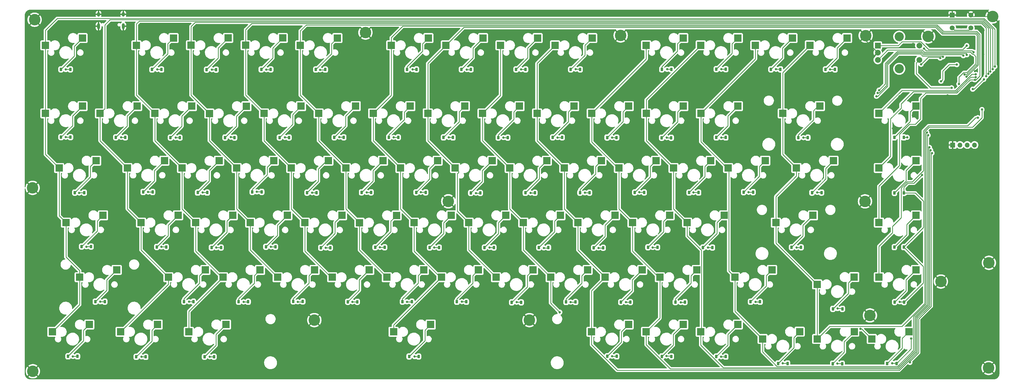
<source format=gbr>
%TF.GenerationSoftware,KiCad,Pcbnew,7.0.7*%
%TF.CreationDate,2023-10-13T15:10:29-04:00*%
%TF.ProjectId,Model A-1.0,4d6f6465-6c20-4412-9d31-2e302e6b6963,1.0*%
%TF.SameCoordinates,Original*%
%TF.FileFunction,Copper,L2,Bot*%
%TF.FilePolarity,Positive*%
%FSLAX46Y46*%
G04 Gerber Fmt 4.6, Leading zero omitted, Abs format (unit mm)*
G04 Created by KiCad (PCBNEW 7.0.7) date 2023-10-13 15:10:29*
%MOMM*%
%LPD*%
G01*
G04 APERTURE LIST*
G04 Aperture macros list*
%AMRoundRect*
0 Rectangle with rounded corners*
0 $1 Rounding radius*
0 $2 $3 $4 $5 $6 $7 $8 $9 X,Y pos of 4 corners*
0 Add a 4 corners polygon primitive as box body*
4,1,4,$2,$3,$4,$5,$6,$7,$8,$9,$2,$3,0*
0 Add four circle primitives for the rounded corners*
1,1,$1+$1,$2,$3*
1,1,$1+$1,$4,$5*
1,1,$1+$1,$6,$7*
1,1,$1+$1,$8,$9*
0 Add four rect primitives between the rounded corners*
20,1,$1+$1,$2,$3,$4,$5,0*
20,1,$1+$1,$4,$5,$6,$7,0*
20,1,$1+$1,$6,$7,$8,$9,0*
20,1,$1+$1,$8,$9,$2,$3,0*%
G04 Aperture macros list end*
%TA.AperFunction,SMDPad,CuDef*%
%ADD10R,2.550000X2.500000*%
%TD*%
%TA.AperFunction,ComponentPad*%
%ADD11C,4.000000*%
%TD*%
%TA.AperFunction,ComponentPad*%
%ADD12C,3.200000*%
%TD*%
%TA.AperFunction,ComponentPad*%
%ADD13R,2.000000X2.000000*%
%TD*%
%TA.AperFunction,ComponentPad*%
%ADD14C,2.000000*%
%TD*%
%TA.AperFunction,ComponentPad*%
%ADD15O,1.000000X2.100000*%
%TD*%
%TA.AperFunction,ComponentPad*%
%ADD16O,1.000000X1.600000*%
%TD*%
%TA.AperFunction,ComponentPad*%
%ADD17R,1.700000X1.700000*%
%TD*%
%TA.AperFunction,ComponentPad*%
%ADD18O,1.700000X1.700000*%
%TD*%
%TA.AperFunction,ComponentPad*%
%ADD19C,1.700000*%
%TD*%
%TA.AperFunction,SMDPad,CuDef*%
%ADD20RoundRect,0.225000X0.225000X0.375000X-0.225000X0.375000X-0.225000X-0.375000X0.225000X-0.375000X0*%
%TD*%
%TA.AperFunction,ViaPad*%
%ADD21C,0.800000*%
%TD*%
%TA.AperFunction,Conductor*%
%ADD22C,0.250000*%
%TD*%
G04 APERTURE END LIST*
D10*
%TO.P,SW-1U-66,1*%
%TO.N,/col9*%
X239715000Y-129070000D03*
%TO.P,SW-1U-66,2*%
%TO.N,Net-(D66-Pad2)*%
X252642000Y-126530000D03*
%TD*%
%TO.P,SW-2.25U-57,1*%
%TO.N,/col0*%
X56368000Y-129080000D03*
%TO.P,SW-2.25U-57,2*%
%TO.N,Net-(D57-Pad2)*%
X69295000Y-126540000D03*
%TD*%
%TO.P,SW-1.75U-68,1*%
%TO.N,/col12*%
X284970000Y-129070000D03*
%TO.P,SW-1.75U-68,2*%
%TO.N,Net-(D68-Pad2)*%
X297897000Y-126530000D03*
%TD*%
%TO.P,SW-1U-15,1*%
%TO.N,/col2*%
X82585000Y-71935000D03*
%TO.P,SW-1U-15,2*%
%TO.N,Net-(D15-Pad2)*%
X95512000Y-69395000D03*
%TD*%
D11*
%TO.P,,*%
%TO.N,GND*%
X356820000Y-130585000D03*
%TD*%
D10*
%TO.P,SW-1U-10,1*%
%TO.N,/col11*%
X273055000Y-48160000D03*
%TO.P,SW-1U-10,2*%
%TO.N,Net-(D10-Pad2)*%
X285982000Y-45620000D03*
%TD*%
D11*
%TO.P,,*%
%TO.N,GND*%
X40670000Y-39250000D03*
%TD*%
%TO.P,,*%
%TO.N,GND*%
X352385000Y-45065000D03*
%TD*%
%TO.P,,*%
%TO.N,GND*%
X40065000Y-161880000D03*
%TD*%
D10*
%TO.P,SW-1U-25,1*%
%TO.N,/col12*%
X273080000Y-71925000D03*
%TO.P,SW-1U-25,2*%
%TO.N,Net-(D25-Pad2)*%
X286007000Y-69385000D03*
%TD*%
%TO.P,SW-1U-46,1*%
%TO.N,/col3*%
X115905000Y-110035000D03*
%TO.P,SW-1U-46,2*%
%TO.N,Net-(D46-Pad2)*%
X128832000Y-107495000D03*
%TD*%
D11*
%TO.P,,*%
%TO.N,GND*%
X330575000Y-44785000D03*
%TD*%
D10*
%TO.P,SW-1U-51,1*%
%TO.N,/col8*%
X211165000Y-110025000D03*
%TO.P,SW-1U-51,2*%
%TO.N,Net-(D51-Pad2)*%
X224092000Y-107485000D03*
%TD*%
%TO.P,SW-1U-79,1*%
%TO.N,/col8*%
X332717000Y-150620000D03*
%TO.P,SW-1U-79,2*%
%TO.N,Net-(D79-Pad2)*%
X345644000Y-148080000D03*
%TD*%
%TO.P,SW-1U-38,1*%
%TO.N,/col10*%
X244535000Y-90975000D03*
%TO.P,SW-1U-38,2*%
%TO.N,Net-(D38-Pad2)*%
X257462000Y-88435000D03*
%TD*%
%TO.P,SW-1.5U-41,1*%
%TO.N,/col13*%
X306415000Y-90970000D03*
%TO.P,SW-1.5U-41,2*%
%TO.N,Net-(D41-Pad2)*%
X319342000Y-88430000D03*
%TD*%
D11*
%TO.P,,*%
%TO.N,GND*%
X156090000Y-43720000D03*
%TD*%
D10*
%TO.P,SW-1U-19,1*%
%TO.N,/col6*%
X158790000Y-71940000D03*
%TO.P,SW-1U-19,2*%
%TO.N,Net-(D19-Pad2)*%
X171717000Y-69400000D03*
%TD*%
D11*
%TO.P,,*%
%TO.N,GND*%
X39970000Y-97915000D03*
%TD*%
%TO.P,,*%
%TO.N,GND*%
X373455000Y-160740000D03*
%TD*%
D10*
%TO.P,SW-1U-36,1*%
%TO.N,/col8*%
X206425000Y-90975000D03*
%TO.P,SW-1U-36,2*%
%TO.N,Net-(D36-Pad2)*%
X219352000Y-88435000D03*
%TD*%
%TO.P,SW-1.25U-71,1*%
%TO.N,/col1*%
X70665000Y-148130000D03*
%TO.P,SW-1.25U-71,2*%
%TO.N,Net-(D71-Pad2)*%
X83592000Y-145590000D03*
%TD*%
D11*
%TO.P,,*%
%TO.N,GND*%
X373575000Y-124055000D03*
%TD*%
D10*
%TO.P,SW-1U-20,1*%
%TO.N,/col7*%
X177840000Y-71930000D03*
%TO.P,SW-1U-20,2*%
%TO.N,Net-(D20-Pad2)*%
X190767000Y-69390000D03*
%TD*%
%TO.P,SW-1U-18,1*%
%TO.N,/col5*%
X139735000Y-71940000D03*
%TO.P,SW-1U-18,2*%
%TO.N,Net-(D18-Pad2)*%
X152662000Y-69400000D03*
%TD*%
%TO.P,SW-1U-60,1*%
%TO.N,/col3*%
X125440000Y-129085000D03*
%TO.P,SW-1U-60,2*%
%TO.N,Net-(D60-Pad2)*%
X138367000Y-126545000D03*
%TD*%
%TO.P,SW-1U-65,1*%
%TO.N,/col8*%
X220670000Y-129070000D03*
%TO.P,SW-1U-65,2*%
%TO.N,Net-(D65-Pad2)*%
X233597000Y-126530000D03*
%TD*%
%TO.P,SW-1U-12,1*%
%TO.N,/col13*%
X311160000Y-48165000D03*
%TO.P,SW-1U-12,2*%
%TO.N,Net-(D12-Pad2)*%
X324087000Y-45625000D03*
%TD*%
%TO.P,SW-1U-48,1*%
%TO.N,/col5*%
X154015000Y-110045000D03*
%TO.P,SW-1U-48,2*%
%TO.N,Net-(D48-Pad2)*%
X166942000Y-107505000D03*
%TD*%
%TO.P,SW-1U-44,1*%
%TO.N,/col1*%
X77795000Y-110015000D03*
%TO.P,SW-1U-44,2*%
%TO.N,Net-(D44-Pad2)*%
X90722000Y-107475000D03*
%TD*%
%TO.P,SW-1U-63,1*%
%TO.N,/col6*%
X182580000Y-129070000D03*
%TO.P,SW-1U-63,2*%
%TO.N,Net-(D63-Pad2)*%
X195507000Y-126530000D03*
%TD*%
%TO.P,SW-1U-16,1*%
%TO.N,/col3*%
X101635000Y-71945000D03*
%TO.P,SW-1U-16,2*%
%TO.N,Net-(D16-Pad2)*%
X114562000Y-69405000D03*
%TD*%
%TO.P,SW-1U-49,1*%
%TO.N,/col6*%
X173060000Y-110025000D03*
%TO.P,SW-1U-49,2*%
%TO.N,Net-(D49-Pad2)*%
X185987000Y-107485000D03*
%TD*%
D12*
%TO.P,VOL,*%
%TO.N,*%
X342305000Y-45155000D03*
X342305000Y-56355000D03*
D13*
%TO.P,VOL,A,A*%
%TO.N,/RESCLK*%
X334805000Y-48255000D03*
D14*
%TO.P,VOL,B,B*%
%TO.N,/RESDATA*%
X334805000Y-53255000D03*
%TO.P,VOL,C,C*%
%TO.N,GND*%
X334805000Y-50755000D03*
%TO.P,VOL,S1,S1*%
%TO.N,/col11*%
X349305000Y-53255000D03*
%TO.P,VOL,S2,S2*%
%TO.N,/RES*%
X349305000Y-48255000D03*
%TD*%
D10*
%TO.P,SW-1U-32,1*%
%TO.N,/col4*%
X130210000Y-90985000D03*
%TO.P,SW-1U-32,2*%
%TO.N,Net-(D32-Pad2)*%
X143137000Y-88445000D03*
%TD*%
%TO.P,SW-1U-47,1*%
%TO.N,/col4*%
X134960000Y-110040000D03*
%TO.P,SW-1U-47,2*%
%TO.N,Net-(D47-Pad2)*%
X147887000Y-107500000D03*
%TD*%
%TO.P,SW-1.75U-43,1*%
%TO.N,/col0*%
X51600000Y-110020000D03*
%TO.P,SW-1.75U-43,2*%
%TO.N,Net-(D43-Pad2)*%
X64527000Y-107480000D03*
%TD*%
%TO.P,SW-1.25U-72,1*%
%TO.N,/col2*%
X94475000Y-148125000D03*
%TO.P,SW-1.25U-72,2*%
%TO.N,Net-(D72-Pad2)*%
X107402000Y-145585000D03*
%TD*%
D11*
%TO.P,,*%
%TO.N,GND*%
X213290000Y-144055000D03*
%TD*%
D10*
%TO.P,SW-1U-50,1*%
%TO.N,/col7*%
X192110000Y-110025000D03*
%TO.P,SW-1U-50,2*%
%TO.N,Net-(D50-Pad2)*%
X205037000Y-107485000D03*
%TD*%
%TO.P,SW-1U-3,1*%
%TO.N,/col4*%
X114295000Y-48150000D03*
%TO.P,SW-1U-3,2*%
%TO.N,Net-(D3-Pad2)*%
X127222000Y-45610000D03*
%TD*%
%TO.P,SW-1U-31,1*%
%TO.N,/col3*%
X111155000Y-90985000D03*
%TO.P,SW-1U-31,2*%
%TO.N,Net-(D31-Pad2)*%
X124082000Y-88445000D03*
%TD*%
%TO.P,SW-1U-17,1*%
%TO.N,/col4*%
X120680000Y-71940000D03*
%TO.P,SW-1U-17,2*%
%TO.N,Net-(D17-Pad2)*%
X133607000Y-69400000D03*
%TD*%
%TO.P,SW-1.25U-70,1*%
%TO.N,/col0*%
X46850000Y-148135000D03*
%TO.P,SW-1.25U-70,2*%
%TO.N,Net-(D70-Pad2)*%
X59777000Y-145595000D03*
%TD*%
D11*
%TO.P,,*%
%TO.N,GND*%
X245100000Y-44735000D03*
%TD*%
D10*
%TO.P,SW-1U-75,1*%
%TO.N,/col10*%
X254005000Y-148120000D03*
%TO.P,SW-1U-75,2*%
%TO.N,Net-(D75-Pad2)*%
X266932000Y-145580000D03*
%TD*%
%TO.P,SW-1U-39,1*%
%TO.N,/col11*%
X263570000Y-90975000D03*
%TO.P,SW-1U-39,2*%
%TO.N,Net-(D39-Pad2)*%
X276497000Y-88435000D03*
%TD*%
%TO.P,SW-1U-8,1*%
%TO.N,/col9*%
X222235000Y-48160000D03*
%TO.P,SW-1U-8,2*%
%TO.N,Net-(D8-Pad2)*%
X235162000Y-45620000D03*
%TD*%
D11*
%TO.P,,*%
%TO.N,GND*%
X138250000Y-144055000D03*
%TD*%
D10*
%TO.P,SW-1U-4,1*%
%TO.N,/col5*%
X133350000Y-48155000D03*
%TO.P,SW-1U-4,2*%
%TO.N,Net-(D4-Pad2)*%
X146277000Y-45615000D03*
%TD*%
%TO.P,SW-1U-2,1*%
%TO.N,/col3*%
X95245000Y-48150000D03*
%TO.P,SW-1U-2,2*%
%TO.N,Net-(D2-Pad2)*%
X108172000Y-45610000D03*
%TD*%
%TO.P,SW-1U-13,1*%
%TO.N,/col0*%
X44460000Y-71925000D03*
%TO.P,SW-1U-13,2*%
%TO.N,Net-(D13-Pad2)*%
X57387000Y-69385000D03*
%TD*%
%TO.P,SW-1U-64,1*%
%TO.N,/col7*%
X201630000Y-129075000D03*
%TO.P,SW-1U-64,2*%
%TO.N,Net-(D64-Pad2)*%
X214557000Y-126535000D03*
%TD*%
D15*
%TO.P,USB1,S1,SHIELD*%
%TO.N,GND*%
X71605000Y-41500000D03*
D16*
X71605000Y-37320000D03*
D15*
X62965000Y-41500000D03*
D16*
X62965000Y-37320000D03*
%TD*%
D10*
%TO.P,SW-1U-80,1*%
%TO.N,/col7*%
X335210000Y-129070000D03*
%TO.P,SW-1U-80,2*%
%TO.N,Net-(D80-Pad2)*%
X348137000Y-126530000D03*
%TD*%
%TO.P,SW-1U-74,1*%
%TO.N,/col9*%
X234955000Y-148120000D03*
%TO.P,SW-1U-74,2*%
%TO.N,Net-(D74-Pad2)*%
X247882000Y-145580000D03*
%TD*%
%TO.P,SW-1U-23,1*%
%TO.N,/col10*%
X235005000Y-71925000D03*
%TO.P,SW-1U-23,2*%
%TO.N,Net-(D23-Pad2)*%
X247932000Y-69385000D03*
%TD*%
%TO.P,SW-1U-33,1*%
%TO.N,/col5*%
X149260000Y-90990000D03*
%TO.P,SW-1U-33,2*%
%TO.N,Net-(D33-Pad2)*%
X162187000Y-88450000D03*
%TD*%
%TO.P,SW-1U-42,1*%
%TO.N,/col4*%
X335205000Y-90975000D03*
%TO.P,SW-1U-42,2*%
%TO.N,Net-(D42-Pad2)*%
X348132000Y-88435000D03*
%TD*%
%TO.P,SW-1U-30,1*%
%TO.N,/col2*%
X92100000Y-90985000D03*
%TO.P,SW-1U-30,2*%
%TO.N,Net-(D30-Pad2)*%
X105027000Y-88445000D03*
%TD*%
%TO.P,SW-1U-62,1*%
%TO.N,/col5*%
X163530000Y-129075000D03*
%TO.P,SW-1U-62,2*%
%TO.N,Net-(D62-Pad2)*%
X176457000Y-126535000D03*
%TD*%
D11*
%TO.P,,*%
%TO.N,GND*%
X184975000Y-102595000D03*
%TD*%
D10*
%TO.P,SW-1U-53,1*%
%TO.N,/col10*%
X249260000Y-110015000D03*
%TO.P,SW-1U-53,2*%
%TO.N,Net-(D53-Pad2)*%
X262187000Y-107475000D03*
%TD*%
%TO.P,SW-1U-0,1*%
%TO.N,/col0*%
X44455000Y-48160000D03*
%TO.P,SW-1U-0,2*%
%TO.N,Net-(D0-Pad2)*%
X57382000Y-45620000D03*
%TD*%
D11*
%TO.P,,*%
%TO.N,GND*%
X330350000Y-102610000D03*
%TD*%
D10*
%TO.P,SW-1U-24,1*%
%TO.N,/col11*%
X254040000Y-71925000D03*
%TO.P,SW-1U-24,2*%
%TO.N,Net-(D24-Pad2)*%
X266967000Y-69385000D03*
%TD*%
%TO.P,SW-1U-21,1*%
%TO.N,/col8*%
X196905000Y-71930000D03*
%TO.P,SW-1U-21,2*%
%TO.N,Net-(D21-Pad2)*%
X209832000Y-69390000D03*
%TD*%
%TO.P,SW-2U-26,1*%
%TO.N,/col13*%
X301652000Y-71915000D03*
%TO.P,SW-2U-26,2*%
%TO.N,Net-(D26-Pad2)*%
X314579000Y-69375000D03*
%TD*%
%TO.P,SW-1U-14,1*%
%TO.N,/col1*%
X63505000Y-71925000D03*
%TO.P,SW-1U-14,2*%
%TO.N,Net-(D14-Pad2)*%
X76432000Y-69385000D03*
%TD*%
%TO.P,SW-1U-56,1*%
%TO.N,/col5*%
X335210000Y-110025000D03*
%TO.P,SW-1U-56,2*%
%TO.N,Net-(D56-Pad2)*%
X348137000Y-107485000D03*
%TD*%
%TO.P,SW-1U-1,1*%
%TO.N,/col2*%
X76195000Y-48155000D03*
%TO.P,SW-1U-1,2*%
%TO.N,Net-(D1-Pad2)*%
X89122000Y-45615000D03*
%TD*%
D17*
%TO.P,OLED,1,Pin_1*%
%TO.N,GND*%
X360945000Y-82950000D03*
D18*
%TO.P,OLED,2,Pin_2*%
%TO.N,+3.3V*%
X363485000Y-82950000D03*
%TO.P,OLED,3,Pin_3*%
%TO.N,/SCL*%
X366025000Y-82950000D03*
%TO.P,OLED,4,Pin_4*%
%TO.N,/SDA*%
X368565000Y-82950000D03*
%TD*%
D10*
%TO.P,SW-1U-52,1*%
%TO.N,/col9*%
X230210000Y-110020000D03*
%TO.P,SW-1U-52,2*%
%TO.N,Net-(D52-Pad2)*%
X243137000Y-107480000D03*
%TD*%
%TO.P,SW-6.25U-73,1*%
%TO.N,/col6*%
X165899900Y-148125000D03*
%TO.P,SW-6.25U-73,2*%
%TO.N,Net-(D73-Pad2)*%
X178826900Y-145585000D03*
%TD*%
%TO.P,SW-1U-76,1*%
%TO.N,/col11*%
X273055000Y-148120000D03*
%TO.P,SW-1U-76,2*%
%TO.N,Net-(D76-Pad2)*%
X285982000Y-145580000D03*
%TD*%
%TO.P,SW-1U-27,1*%
%TO.N,/col3*%
X335205000Y-71925000D03*
%TO.P,SW-1U-27,2*%
%TO.N,Net-(D27-Pad2)*%
X348132000Y-69385000D03*
%TD*%
%TO.P,SW-1U-54,1*%
%TO.N,/col11*%
X268305000Y-110025000D03*
%TO.P,SW-1U-54,2*%
%TO.N,Net-(D54-Pad2)*%
X281232000Y-107485000D03*
%TD*%
%TO.P,SW-1U-22,1*%
%TO.N,/col9*%
X215955000Y-71925000D03*
%TO.P,SW-1U-22,2*%
%TO.N,Net-(D22-Pad2)*%
X228882000Y-69385000D03*
%TD*%
%TO.P,SW-1U-61,1*%
%TO.N,/col4*%
X144475000Y-129085000D03*
%TO.P,SW-1U-61,2*%
%TO.N,Net-(D61-Pad2)*%
X157402000Y-126545000D03*
%TD*%
%TO.P,SW-1U-45,1*%
%TO.N,/col2*%
X96855000Y-110035000D03*
%TO.P,SW-1U-45,2*%
%TO.N,Net-(D45-Pad2)*%
X109782000Y-107495000D03*
%TD*%
%TO.P,SW-1U-37,1*%
%TO.N,/col9*%
X225485000Y-90975000D03*
%TO.P,SW-1U-37,2*%
%TO.N,Net-(D37-Pad2)*%
X238412000Y-88435000D03*
%TD*%
%TO.P,SW-1U-11,1*%
%TO.N,/col12*%
X292105000Y-48165000D03*
%TO.P,SW-1U-11,2*%
%TO.N,Net-(D11-Pad2)*%
X305032000Y-45625000D03*
%TD*%
D17*
%TO.P,SW1,1,1*%
%TO.N,GND*%
X360790000Y-37625000D03*
D19*
X367290000Y-37625000D03*
%TO.P,SW1,2,2*%
%TO.N,Net-(U1-~{RESET})*%
X360790000Y-42125000D03*
X367290000Y-42125000D03*
%TD*%
D10*
%TO.P,SW-1U-40,1*%
%TO.N,/col12*%
X282610000Y-90975000D03*
%TO.P,SW-1U-40,2*%
%TO.N,Net-(D40-Pad2)*%
X295537000Y-88435000D03*
%TD*%
%TO.P,SW-1U-35,1*%
%TO.N,/col7*%
X187375000Y-90980000D03*
%TO.P,SW-1U-35,2*%
%TO.N,Net-(D35-Pad2)*%
X200302000Y-88440000D03*
%TD*%
%TO.P,SW-1U-59,1*%
%TO.N,/col2*%
X106390000Y-129070000D03*
%TO.P,SW-1U-59,2*%
%TO.N,Net-(D59-Pad2)*%
X119317000Y-126530000D03*
%TD*%
%TO.P,SW-1U-34,1*%
%TO.N,/col6*%
X168320000Y-90985000D03*
%TO.P,SW-1U-34,2*%
%TO.N,Net-(D34-Pad2)*%
X181247000Y-88445000D03*
%TD*%
%TO.P,SW-1U-5,1*%
%TO.N,/col6*%
X165100000Y-48155000D03*
%TO.P,SW-1U-5,2*%
%TO.N,Net-(D5-Pad2)*%
X178027000Y-45615000D03*
%TD*%
%TO.P,SW-1U-7,1*%
%TO.N,/col8*%
X203215000Y-48160000D03*
%TO.P,SW-1U-7,2*%
%TO.N,Net-(D7-Pad2)*%
X216142000Y-45620000D03*
%TD*%
%TO.P,SW-2.25U-55,1*%
%TO.N,/col13*%
X299263000Y-110020000D03*
%TO.P,SW-2.25U-55,2*%
%TO.N,Net-(D55-Pad2)*%
X312190000Y-107480000D03*
%TD*%
%TO.P,SW-1U-77,1*%
%TO.N,/col12*%
X294615000Y-150620000D03*
%TO.P,SW-1U-77,2*%
%TO.N,Net-(D77-Pad2)*%
X307542000Y-148080000D03*
%TD*%
%TO.P,SW-1U-67,1*%
%TO.N,/col10*%
X258770000Y-129075000D03*
%TO.P,SW-1U-67,2*%
%TO.N,Net-(D67-Pad2)*%
X271697000Y-126535000D03*
%TD*%
%TO.P,SW-69,1*%
%TO.N,/col13*%
X313657000Y-131565000D03*
%TO.P,SW-69,2*%
%TO.N,Net-(D69-Pad2)*%
X326584000Y-129025000D03*
%TD*%
%TO.P,SW-1U-58,1*%
%TO.N,/col1*%
X87325000Y-129070000D03*
%TO.P,SW-1U-58,2*%
%TO.N,Net-(D58-Pad2)*%
X100252000Y-126530000D03*
%TD*%
%TO.P,SW-1U-78,1*%
%TO.N,/col13*%
X313662000Y-150620000D03*
%TO.P,SW-1U-78,2*%
%TO.N,Net-(D78-Pad2)*%
X326589000Y-148080000D03*
%TD*%
%TO.P,SW-1.5U-28,1*%
%TO.N,/col0*%
X49220000Y-90970000D03*
%TO.P,SW-1.5U-28,2*%
%TO.N,Net-(D28-Pad2)*%
X62147000Y-88430000D03*
%TD*%
%TO.P,SW-1U-6,1*%
%TO.N,/col7*%
X184160000Y-48160000D03*
%TO.P,SW-1U-6,2*%
%TO.N,Net-(D6-Pad2)*%
X197087000Y-45620000D03*
%TD*%
%TO.P,SW-1U-29,1*%
%TO.N,/col1*%
X73040000Y-90965000D03*
%TO.P,SW-1U-29,2*%
%TO.N,Net-(D29-Pad2)*%
X85967000Y-88425000D03*
%TD*%
D11*
%TO.P,,*%
%TO.N,GND*%
X332075000Y-142425000D03*
%TD*%
D10*
%TO.P,SW-1U-9,1*%
%TO.N,/col10*%
X254005000Y-48160000D03*
%TO.P,SW-1U-9,2*%
%TO.N,Net-(D9-Pad2)*%
X266932000Y-45620000D03*
%TD*%
D20*
%TO.P,D50,1*%
%TO.N,/row3*%
X200900000Y-118705000D03*
%TO.P,D50,2*%
%TO.N,Net-(D50-Pad2)*%
X197600000Y-118705000D03*
%TD*%
%TO.P,D69,1*%
%TO.N,/row4*%
X322455000Y-140110000D03*
%TO.P,D69,2*%
%TO.N,Net-(D69-Pad2)*%
X319155000Y-140110000D03*
%TD*%
%TO.P,D43,1*%
%TO.N,/row3*%
X60365000Y-118395000D03*
%TO.P,D43,2*%
%TO.N,Net-(D43-Pad2)*%
X57065000Y-118395000D03*
%TD*%
%TO.P,D47,1*%
%TO.N,/row3*%
X143820000Y-118780000D03*
%TO.P,D47,2*%
%TO.N,Net-(D47-Pad2)*%
X140520000Y-118780000D03*
%TD*%
%TO.P,D61,1*%
%TO.N,/row4*%
X153227500Y-137650000D03*
%TO.P,D61,2*%
%TO.N,Net-(D61-Pad2)*%
X149927500Y-137650000D03*
%TD*%
%TO.P,D2,1*%
%TO.N,/row0*%
X103975000Y-56640000D03*
%TO.P,D2,2*%
%TO.N,Net-(D2-Pad2)*%
X100675000Y-56640000D03*
%TD*%
%TO.P,D59,1*%
%TO.N,/row4*%
X115157500Y-137635000D03*
%TO.P,D59,2*%
%TO.N,Net-(D59-Pad2)*%
X111857500Y-137635000D03*
%TD*%
%TO.P,D35,1*%
%TO.N,/row2*%
X196125000Y-99675000D03*
%TO.P,D35,2*%
%TO.N,Net-(D35-Pad2)*%
X192825000Y-99675000D03*
%TD*%
%TO.P,D53,1*%
%TO.N,/row3*%
X257935000Y-118655000D03*
%TO.P,D53,2*%
%TO.N,Net-(D53-Pad2)*%
X254635000Y-118655000D03*
%TD*%
%TO.P,D66,1*%
%TO.N,/row4*%
X248477500Y-137785000D03*
%TO.P,D66,2*%
%TO.N,Net-(D66-Pad2)*%
X245177500Y-137785000D03*
%TD*%
%TO.P,D57,1*%
%TO.N,/row4*%
X65157500Y-137585000D03*
%TO.P,D57,2*%
%TO.N,Net-(D57-Pad2)*%
X61857500Y-137585000D03*
%TD*%
%TO.P,D42,1*%
%TO.N,/row5*%
X343910000Y-99675000D03*
%TO.P,D42,2*%
%TO.N,Net-(D42-Pad2)*%
X340610000Y-99675000D03*
%TD*%
%TO.P,D70,1*%
%TO.N,/row5*%
X55640000Y-156680000D03*
%TO.P,D70,2*%
%TO.N,Net-(D70-Pad2)*%
X52340000Y-156680000D03*
%TD*%
%TO.P,D22,1*%
%TO.N,/row1*%
X224702500Y-80285000D03*
%TO.P,D22,2*%
%TO.N,Net-(D22-Pad2)*%
X221402500Y-80285000D03*
%TD*%
%TO.P,D28,1*%
%TO.N,/row2*%
X57992500Y-99560000D03*
%TO.P,D28,2*%
%TO.N,Net-(D28-Pad2)*%
X54692500Y-99560000D03*
%TD*%
%TO.P,D25,1*%
%TO.N,/row1*%
X281772500Y-80310000D03*
%TO.P,D25,2*%
%TO.N,Net-(D25-Pad2)*%
X278472500Y-80310000D03*
%TD*%
%TO.P,D30,1*%
%TO.N,/row2*%
X100867500Y-99540000D03*
%TO.P,D30,2*%
%TO.N,Net-(D30-Pad2)*%
X97567500Y-99540000D03*
%TD*%
%TO.P,D18,1*%
%TO.N,/row1*%
X148507500Y-80300000D03*
%TO.P,D18,2*%
%TO.N,Net-(D18-Pad2)*%
X145207500Y-80300000D03*
%TD*%
%TO.P,D54,1*%
%TO.N,/row3*%
X277110000Y-118730000D03*
%TO.P,D54,2*%
%TO.N,Net-(D54-Pad2)*%
X273810000Y-118730000D03*
%TD*%
%TO.P,D71,1*%
%TO.N,/row5*%
X79417500Y-156860000D03*
%TO.P,D71,2*%
%TO.N,Net-(D71-Pad2)*%
X76117500Y-156860000D03*
%TD*%
%TO.P,D80,1*%
%TO.N,/row5*%
X343980000Y-137745000D03*
%TO.P,D80,2*%
%TO.N,Net-(D80-Pad2)*%
X340680000Y-137745000D03*
%TD*%
%TO.P,D9,1*%
%TO.N,/row0*%
X262767500Y-56535000D03*
%TO.P,D9,2*%
%TO.N,Net-(D9-Pad2)*%
X259467500Y-56535000D03*
%TD*%
%TO.P,D52,1*%
%TO.N,/row3*%
X239005000Y-118805000D03*
%TO.P,D52,2*%
%TO.N,Net-(D52-Pad2)*%
X235705000Y-118805000D03*
%TD*%
%TO.P,D62,1*%
%TO.N,/row4*%
X172282500Y-137615000D03*
%TO.P,D62,2*%
%TO.N,Net-(D62-Pad2)*%
X168982500Y-137615000D03*
%TD*%
%TO.P,D5,1*%
%TO.N,/row0*%
X173867500Y-56605000D03*
%TO.P,D5,2*%
%TO.N,Net-(D5-Pad2)*%
X170567500Y-56605000D03*
%TD*%
%TO.P,D4,1*%
%TO.N,/row0*%
X142087500Y-56615000D03*
%TO.P,D4,2*%
%TO.N,Net-(D4-Pad2)*%
X138787500Y-56615000D03*
%TD*%
%TO.P,D7,1*%
%TO.N,/row0*%
X211935000Y-56585000D03*
%TO.P,D7,2*%
%TO.N,Net-(D7-Pad2)*%
X208635000Y-56585000D03*
%TD*%
%TO.P,D36,1*%
%TO.N,/row2*%
X215180000Y-99625000D03*
%TO.P,D36,2*%
%TO.N,Net-(D36-Pad2)*%
X211880000Y-99625000D03*
%TD*%
%TO.P,D16,1*%
%TO.N,/row1*%
X110417500Y-80335000D03*
%TO.P,D16,2*%
%TO.N,Net-(D16-Pad2)*%
X107117500Y-80335000D03*
%TD*%
%TO.P,D33,1*%
%TO.N,/row2*%
X158035000Y-99460000D03*
%TO.P,D33,2*%
%TO.N,Net-(D33-Pad2)*%
X154735000Y-99460000D03*
%TD*%
%TO.P,D78,1*%
%TO.N,/row5*%
X322380000Y-159250000D03*
%TO.P,D78,2*%
%TO.N,Net-(D78-Pad2)*%
X319080000Y-159250000D03*
%TD*%
%TO.P,D75,1*%
%TO.N,/row5*%
X262802500Y-156710000D03*
%TO.P,D75,2*%
%TO.N,Net-(D75-Pad2)*%
X259502500Y-156710000D03*
%TD*%
%TO.P,D64,1*%
%TO.N,/row4*%
X210415000Y-137855000D03*
%TO.P,D64,2*%
%TO.N,Net-(D64-Pad2)*%
X207115000Y-137855000D03*
%TD*%
%TO.P,D73,1*%
%TO.N,/row5*%
X174625000Y-156740000D03*
%TO.P,D73,2*%
%TO.N,Net-(D73-Pad2)*%
X171325000Y-156740000D03*
%TD*%
%TO.P,D24,1*%
%TO.N,/row1*%
X262737500Y-80410000D03*
%TO.P,D24,2*%
%TO.N,Net-(D24-Pad2)*%
X259437500Y-80410000D03*
%TD*%
%TO.P,D14,1*%
%TO.N,/row1*%
X72297500Y-80300000D03*
%TO.P,D14,2*%
%TO.N,Net-(D14-Pad2)*%
X68997500Y-80300000D03*
%TD*%
%TO.P,D65,1*%
%TO.N,/row4*%
X229385000Y-137720000D03*
%TO.P,D65,2*%
%TO.N,Net-(D65-Pad2)*%
X226085000Y-137720000D03*
%TD*%
%TO.P,D67,1*%
%TO.N,/row4*%
X267492500Y-137735000D03*
%TO.P,D67,2*%
%TO.N,Net-(D67-Pad2)*%
X264192500Y-137735000D03*
%TD*%
%TO.P,D19,1*%
%TO.N,/row1*%
X167532500Y-80275000D03*
%TO.P,D19,2*%
%TO.N,Net-(D19-Pad2)*%
X164232500Y-80275000D03*
%TD*%
%TO.P,D3,1*%
%TO.N,/row0*%
X123047500Y-56590000D03*
%TO.P,D3,2*%
%TO.N,Net-(D3-Pad2)*%
X119747500Y-56590000D03*
%TD*%
%TO.P,D51,1*%
%TO.N,/row3*%
X219905000Y-118705000D03*
%TO.P,D51,2*%
%TO.N,Net-(D51-Pad2)*%
X216605000Y-118705000D03*
%TD*%
%TO.P,D20,1*%
%TO.N,/row1*%
X186600000Y-80310000D03*
%TO.P,D20,2*%
%TO.N,Net-(D20-Pad2)*%
X183300000Y-80310000D03*
%TD*%
%TO.P,D79,1*%
%TO.N,/row5*%
X341345000Y-159165000D03*
%TO.P,D79,2*%
%TO.N,Net-(D79-Pad2)*%
X338045000Y-159165000D03*
%TD*%
%TO.P,D34,1*%
%TO.N,/row2*%
X177070000Y-99460000D03*
%TO.P,D34,2*%
%TO.N,Net-(D34-Pad2)*%
X173770000Y-99460000D03*
%TD*%
%TO.P,D68,1*%
%TO.N,/row4*%
X293735000Y-137635000D03*
%TO.P,D68,2*%
%TO.N,Net-(D68-Pad2)*%
X290435000Y-137635000D03*
%TD*%
%TO.P,D37,1*%
%TO.N,/row2*%
X234230000Y-99595000D03*
%TO.P,D37,2*%
%TO.N,Net-(D37-Pad2)*%
X230930000Y-99595000D03*
%TD*%
%TO.P,D55,1*%
%TO.N,/row3*%
X308040000Y-118630000D03*
%TO.P,D55,2*%
%TO.N,Net-(D55-Pad2)*%
X304740000Y-118630000D03*
%TD*%
%TO.P,D38,1*%
%TO.N,/row2*%
X253315000Y-99490000D03*
%TO.P,D38,2*%
%TO.N,Net-(D38-Pad2)*%
X250015000Y-99490000D03*
%TD*%
%TO.P,D63,1*%
%TO.N,/row4*%
X191280000Y-137635000D03*
%TO.P,D63,2*%
%TO.N,Net-(D63-Pad2)*%
X187980000Y-137635000D03*
%TD*%
%TO.P,D58,1*%
%TO.N,/row4*%
X96080000Y-137585000D03*
%TO.P,D58,2*%
%TO.N,Net-(D58-Pad2)*%
X92780000Y-137585000D03*
%TD*%
%TO.P,D40,1*%
%TO.N,/row2*%
X291310000Y-99385000D03*
%TO.P,D40,2*%
%TO.N,Net-(D40-Pad2)*%
X288010000Y-99385000D03*
%TD*%
%TO.P,D41,1*%
%TO.N,/row2*%
X315162500Y-99545000D03*
%TO.P,D41,2*%
%TO.N,Net-(D41-Pad2)*%
X311862500Y-99545000D03*
%TD*%
%TO.P,D11,1*%
%TO.N,/row0*%
X300825000Y-56550000D03*
%TO.P,D11,2*%
%TO.N,Net-(D11-Pad2)*%
X297525000Y-56550000D03*
%TD*%
%TO.P,D44,1*%
%TO.N,/row3*%
X86592500Y-118520000D03*
%TO.P,D44,2*%
%TO.N,Net-(D44-Pad2)*%
X83292500Y-118520000D03*
%TD*%
%TO.P,D13,1*%
%TO.N,/row1*%
X53192500Y-80215000D03*
%TO.P,D13,2*%
%TO.N,Net-(D13-Pad2)*%
X49892500Y-80215000D03*
%TD*%
%TO.P,D77,1*%
%TO.N,/row5*%
X303312500Y-159165000D03*
%TO.P,D77,2*%
%TO.N,Net-(D77-Pad2)*%
X300012500Y-159165000D03*
%TD*%
%TO.P,D6,1*%
%TO.N,/row0*%
X192865000Y-56565000D03*
%TO.P,D6,2*%
%TO.N,Net-(D6-Pad2)*%
X189565000Y-56565000D03*
%TD*%
%TO.P,D15,1*%
%TO.N,/row1*%
X91347500Y-80385000D03*
%TO.P,D15,2*%
%TO.N,Net-(D15-Pad2)*%
X88047500Y-80385000D03*
%TD*%
%TO.P,D72,1*%
%TO.N,/row5*%
X103245000Y-156810000D03*
%TO.P,D72,2*%
%TO.N,Net-(D72-Pad2)*%
X99945000Y-156810000D03*
%TD*%
D11*
%TO.P,,*%
%TO.N,GND*%
X374860000Y-38105000D03*
%TD*%
D20*
%TO.P,D32,1*%
%TO.N,/row2*%
X139015000Y-99575000D03*
%TO.P,D32,2*%
%TO.N,Net-(D32-Pad2)*%
X135715000Y-99575000D03*
%TD*%
%TO.P,D26,1*%
%TO.N,/row1*%
X310402500Y-80390000D03*
%TO.P,D26,2*%
%TO.N,Net-(D26-Pad2)*%
X307102500Y-80390000D03*
%TD*%
%TO.P,D31,1*%
%TO.N,/row2*%
X119902500Y-99305000D03*
%TO.P,D31,2*%
%TO.N,Net-(D31-Pad2)*%
X116602500Y-99305000D03*
%TD*%
%TO.P,D56,1*%
%TO.N,/row5*%
X343885000Y-118580000D03*
%TO.P,D56,2*%
%TO.N,Net-(D56-Pad2)*%
X340585000Y-118580000D03*
%TD*%
%TO.P,D17,1*%
%TO.N,/row1*%
X129402500Y-80325000D03*
%TO.P,D17,2*%
%TO.N,Net-(D17-Pad2)*%
X126102500Y-80325000D03*
%TD*%
%TO.P,D29,1*%
%TO.N,/row2*%
X81840000Y-99355000D03*
%TO.P,D29,2*%
%TO.N,Net-(D29-Pad2)*%
X78540000Y-99355000D03*
%TD*%
%TO.P,D60,1*%
%TO.N,/row4*%
X134220000Y-137535000D03*
%TO.P,D60,2*%
%TO.N,Net-(D60-Pad2)*%
X130920000Y-137535000D03*
%TD*%
%TO.P,D45,1*%
%TO.N,/row3*%
X105697500Y-118720000D03*
%TO.P,D45,2*%
%TO.N,Net-(D45-Pad2)*%
X102397500Y-118720000D03*
%TD*%
%TO.P,D46,1*%
%TO.N,/row3*%
X124660000Y-118460000D03*
%TO.P,D46,2*%
%TO.N,Net-(D46-Pad2)*%
X121360000Y-118460000D03*
%TD*%
%TO.P,D1,1*%
%TO.N,/row0*%
X84920000Y-56615000D03*
%TO.P,D1,2*%
%TO.N,Net-(D1-Pad2)*%
X81620000Y-56615000D03*
%TD*%
%TO.P,D49,1*%
%TO.N,/row3*%
X181772500Y-118730000D03*
%TO.P,D49,2*%
%TO.N,Net-(D49-Pad2)*%
X178472500Y-118730000D03*
%TD*%
%TO.P,D8,1*%
%TO.N,/row0*%
X230977500Y-56595000D03*
%TO.P,D8,2*%
%TO.N,Net-(D8-Pad2)*%
X227677500Y-56595000D03*
%TD*%
%TO.P,D27,1*%
%TO.N,/row5*%
X343897500Y-80310000D03*
%TO.P,D27,2*%
%TO.N,Net-(D27-Pad2)*%
X340597500Y-80310000D03*
%TD*%
%TO.P,D48,1*%
%TO.N,/row3*%
X162770000Y-118655000D03*
%TO.P,D48,2*%
%TO.N,Net-(D48-Pad2)*%
X159470000Y-118655000D03*
%TD*%
%TO.P,D76,1*%
%TO.N,/row5*%
X281780000Y-156775000D03*
%TO.P,D76,2*%
%TO.N,Net-(D76-Pad2)*%
X278480000Y-156775000D03*
%TD*%
%TO.P,D12,1*%
%TO.N,/row0*%
X319875000Y-56560000D03*
%TO.P,D12,2*%
%TO.N,Net-(D12-Pad2)*%
X316575000Y-56560000D03*
%TD*%
%TO.P,D74,1*%
%TO.N,/row5*%
X243725000Y-156690000D03*
%TO.P,D74,2*%
%TO.N,Net-(D74-Pad2)*%
X240425000Y-156690000D03*
%TD*%
%TO.P,D21,1*%
%TO.N,/row1*%
X205712500Y-80380000D03*
%TO.P,D21,2*%
%TO.N,Net-(D21-Pad2)*%
X202412500Y-80380000D03*
%TD*%
%TO.P,D23,1*%
%TO.N,/row1*%
X243697500Y-80330000D03*
%TO.P,D23,2*%
%TO.N,Net-(D23-Pad2)*%
X240397500Y-80330000D03*
%TD*%
%TO.P,D0,1*%
%TO.N,/row0*%
X53157500Y-56565000D03*
%TO.P,D0,2*%
%TO.N,Net-(D0-Pad2)*%
X49857500Y-56565000D03*
%TD*%
%TO.P,D10,1*%
%TO.N,/row0*%
X281780000Y-56510000D03*
%TO.P,D10,2*%
%TO.N,Net-(D10-Pad2)*%
X278480000Y-56510000D03*
%TD*%
%TO.P,D39,1*%
%TO.N,/row2*%
X272285000Y-99540000D03*
%TO.P,D39,2*%
%TO.N,Net-(D39-Pad2)*%
X268985000Y-99540000D03*
%TD*%
D21*
%TO.N,GND*%
X344955000Y-72685000D03*
X347095000Y-47725000D03*
X345365000Y-56535000D03*
X347005000Y-72585000D03*
X342370000Y-66005000D03*
X339665000Y-147400000D03*
X340080000Y-77130000D03*
X347235000Y-65800000D03*
X367535000Y-78190000D03*
X359180000Y-65660000D03*
X327905000Y-150380000D03*
X341175000Y-89455000D03*
X345465000Y-118540000D03*
X368725000Y-57200000D03*
X343670000Y-155000000D03*
X371640000Y-42965000D03*
X354010000Y-61040000D03*
X346275000Y-98660000D03*
X371575000Y-51315000D03*
X348600000Y-90925000D03*
X279600000Y-114315000D03*
X175510000Y-129530000D03*
X340525000Y-96335000D03*
X99410000Y-129635000D03*
X344695000Y-135335000D03*
X363890000Y-41940000D03*
X288315000Y-145860000D03*
X345175000Y-145800000D03*
X343160000Y-90445000D03*
X367360000Y-48715000D03*
X362740000Y-57445000D03*
X344130000Y-104985000D03*
%TO.N,/row0*%
X318170000Y-56560000D03*
X191455000Y-56635000D03*
X356579495Y-52619500D03*
X261310000Y-56525000D03*
X51530000Y-56615000D03*
X83435000Y-56570000D03*
X102515000Y-56660000D03*
X210395000Y-56615000D03*
X299310000Y-56495000D03*
X229430000Y-56500000D03*
X172510000Y-56615000D03*
X140285000Y-56705000D03*
X280210000Y-56495000D03*
X349910000Y-54810000D03*
X121505000Y-56660000D03*
%TO.N,/row1*%
X334335500Y-65950000D03*
X51565000Y-80200000D03*
X261185000Y-80360000D03*
X357545000Y-52169500D03*
X223115000Y-80340000D03*
X70845000Y-80250000D03*
X89860000Y-80360000D03*
X242105000Y-80340000D03*
X127970000Y-80295000D03*
X165925000Y-80270000D03*
X308885000Y-80385000D03*
X146980000Y-80180000D03*
X185140000Y-80295000D03*
X280195000Y-80340000D03*
X109095000Y-80225000D03*
X204220000Y-80340000D03*
%TO.N,/row2*%
X156510000Y-99465000D03*
X270510000Y-99490000D03*
X99295000Y-99535000D03*
X194625000Y-99715000D03*
X334785500Y-64800716D03*
X364640000Y-51790000D03*
X80285000Y-99350000D03*
X137475000Y-99580000D03*
X313665000Y-99465000D03*
X56230000Y-99670000D03*
X289745000Y-99420000D03*
X251655000Y-99440000D03*
X213655000Y-99670000D03*
X175385000Y-99420000D03*
X118215000Y-99285000D03*
X232625000Y-99625000D03*
%TO.N,/row3*%
X335235500Y-63825000D03*
X142240000Y-118835000D03*
X161120000Y-118655000D03*
X180090000Y-118700000D03*
X123115000Y-118485000D03*
X58755000Y-118440000D03*
X256290000Y-118685000D03*
X199415000Y-118700000D03*
X306445000Y-118725000D03*
X104080000Y-118760000D03*
X275580000Y-118715000D03*
X237375000Y-118850000D03*
X218325000Y-118850000D03*
X84895000Y-118500000D03*
X365865000Y-51480000D03*
%TO.N,/row4*%
X63600000Y-137630000D03*
X94570000Y-137630000D03*
X151535000Y-137675000D03*
X292190000Y-137650000D03*
X320760000Y-140000000D03*
X113580000Y-137675000D03*
X170570000Y-137650000D03*
X368175000Y-50540000D03*
X350910000Y-49290000D03*
X246955000Y-137810000D03*
X227670000Y-137745000D03*
X132480000Y-137650000D03*
X189715000Y-137605000D03*
X208820000Y-137765000D03*
X266055000Y-137880000D03*
%TO.N,/row5*%
X54030000Y-156710000D03*
X339830000Y-159075000D03*
X173250000Y-156765000D03*
X320725000Y-159180000D03*
X342465000Y-137660000D03*
X362387799Y-54905000D03*
X346480000Y-150460000D03*
X77965000Y-156860000D03*
X350281183Y-93396183D03*
X301625000Y-159075000D03*
X101770000Y-156815000D03*
X280160000Y-156815000D03*
X261110000Y-156560000D03*
X356846801Y-60706801D03*
X345065000Y-80260000D03*
X242110000Y-156610000D03*
%TO.N,/RESCLK*%
X365865000Y-48265000D03*
X367925400Y-63465000D03*
X371800799Y-60012304D03*
%TO.N,/RESDATA*%
X363112299Y-61647299D03*
%TO.N,/col0*%
X375635000Y-55565000D03*
%TO.N,/col13*%
X371145000Y-70580000D03*
%TO.N,/col1*%
X374888921Y-56504100D03*
%TO.N,/col2*%
X374062024Y-57304200D03*
%TO.N,/col12*%
X351904500Y-78565000D03*
%TO.N,/col3*%
X368924904Y-58258236D03*
X373324483Y-58104300D03*
%TO.N,/col4*%
X368991112Y-59255543D03*
X372580000Y-58904400D03*
%TO.N,/col5*%
X368670785Y-60202325D03*
%TO.N,/col6*%
X365735201Y-59135201D03*
%TO.N,/col7*%
X365072026Y-58387401D03*
X369710000Y-73420000D03*
%TO.N,/col8*%
X346013274Y-158808330D03*
X328725000Y-147080000D03*
X223870000Y-141295000D03*
X353704500Y-85758806D03*
%TO.N,/col9*%
X353254500Y-84761546D03*
%TO.N,/col10*%
X352804500Y-83765000D03*
%TO.N,/col11*%
X360560310Y-62996977D03*
X352354500Y-79550628D03*
%TD*%
D22*
%TO.N,GND*%
X374860000Y-38105000D02*
X367770000Y-38105000D01*
X330575000Y-46525000D02*
X330575000Y-44785000D01*
X367770000Y-38105000D02*
X367290000Y-37625000D01*
X334805000Y-50755000D02*
X330575000Y-46525000D01*
%TO.N,/row0*%
X356304995Y-52345000D02*
X356579495Y-52619500D01*
X83435000Y-56570000D02*
X84875000Y-56570000D01*
X84875000Y-56570000D02*
X84920000Y-56615000D01*
X192795000Y-56635000D02*
X192865000Y-56565000D01*
X230882500Y-56500000D02*
X230977500Y-56595000D01*
X355585000Y-52345000D02*
X356304995Y-52345000D01*
X53157500Y-56565000D02*
X51580000Y-56565000D01*
X300770000Y-56495000D02*
X300825000Y-56550000D01*
X141997500Y-56705000D02*
X142087500Y-56615000D01*
X261310000Y-56525000D02*
X262757500Y-56525000D01*
X191455000Y-56635000D02*
X192795000Y-56635000D01*
X122977500Y-56660000D02*
X123047500Y-56590000D01*
X210395000Y-56615000D02*
X211905000Y-56615000D01*
X51580000Y-56565000D02*
X51530000Y-56615000D01*
X281765000Y-56495000D02*
X281780000Y-56510000D01*
X229430000Y-56500000D02*
X230882500Y-56500000D01*
X280210000Y-56495000D02*
X281765000Y-56495000D01*
X173857500Y-56615000D02*
X173867500Y-56605000D01*
X262757500Y-56525000D02*
X262767500Y-56535000D01*
X299310000Y-56495000D02*
X300770000Y-56495000D01*
X318170000Y-56560000D02*
X319875000Y-56560000D01*
X172510000Y-56615000D02*
X173857500Y-56615000D01*
X349910000Y-54810000D02*
X352375000Y-52345000D01*
X211905000Y-56615000D02*
X211935000Y-56585000D01*
X121505000Y-56660000D02*
X122977500Y-56660000D01*
X140285000Y-56705000D02*
X141997500Y-56705000D01*
X352375000Y-52345000D02*
X355585000Y-52345000D01*
X102515000Y-56660000D02*
X103955000Y-56660000D01*
X103955000Y-56660000D02*
X103975000Y-56640000D01*
%TO.N,Net-(D1-Pad2)*%
X87110000Y-47627000D02*
X89122000Y-45615000D01*
X87110000Y-51125000D02*
X87110000Y-47627000D01*
X81620000Y-56615000D02*
X87110000Y-51125000D01*
%TO.N,/row1*%
X308885000Y-80385000D02*
X310397500Y-80385000D01*
X70845000Y-80250000D02*
X72247500Y-80250000D01*
X146980000Y-80180000D02*
X148387500Y-80180000D01*
X350449416Y-51895000D02*
X357270500Y-51895000D01*
X129372500Y-80295000D02*
X129402500Y-80325000D01*
X242105000Y-80340000D02*
X243687500Y-80340000D01*
X280195000Y-80340000D02*
X281742500Y-80340000D01*
X224647500Y-80340000D02*
X224702500Y-80285000D01*
X349739416Y-51185000D02*
X350449416Y-51895000D01*
X167527500Y-80270000D02*
X167532500Y-80275000D01*
X261235000Y-80410000D02*
X261185000Y-80360000D01*
X72247500Y-80250000D02*
X72297500Y-80300000D01*
X341967792Y-51185000D02*
X349739416Y-51185000D01*
X109095000Y-80225000D02*
X110307500Y-80225000D01*
X51580000Y-80215000D02*
X51565000Y-80200000D01*
X281742500Y-80340000D02*
X281772500Y-80310000D01*
X110307500Y-80225000D02*
X110417500Y-80335000D01*
X89860000Y-80360000D02*
X91322500Y-80360000D01*
X148387500Y-80180000D02*
X148507500Y-80300000D01*
X334335500Y-65950000D02*
X334772201Y-65950000D01*
X338270000Y-62452201D02*
X338270000Y-54882792D01*
X165925000Y-80270000D02*
X167527500Y-80270000D01*
X338270000Y-54882792D02*
X341967792Y-51185000D01*
X310397500Y-80385000D02*
X310402500Y-80390000D01*
X127970000Y-80295000D02*
X129372500Y-80295000D01*
X243687500Y-80340000D02*
X243697500Y-80330000D01*
X186585000Y-80295000D02*
X186600000Y-80310000D01*
X223115000Y-80340000D02*
X224647500Y-80340000D01*
X91322500Y-80360000D02*
X91347500Y-80385000D01*
X185140000Y-80295000D02*
X186585000Y-80295000D01*
X262737500Y-80410000D02*
X261235000Y-80410000D01*
X204220000Y-80340000D02*
X205672500Y-80340000D01*
X205672500Y-80340000D02*
X205712500Y-80380000D01*
X334772201Y-65950000D02*
X338270000Y-62452201D01*
X53192500Y-80215000D02*
X51580000Y-80215000D01*
X357270500Y-51895000D02*
X357545000Y-52169500D01*
%TO.N,Net-(D2-Pad2)*%
X100675000Y-56640000D02*
X104698900Y-52616100D01*
X104698900Y-49083100D02*
X108172000Y-45610000D01*
X104698900Y-52616100D02*
X104698900Y-49083100D01*
%TO.N,/row2*%
X364640000Y-51790000D02*
X364295000Y-51445000D01*
X341781396Y-50735000D02*
X337820000Y-54696396D01*
X175385000Y-99420000D02*
X177030000Y-99420000D01*
X215135000Y-99670000D02*
X215180000Y-99625000D01*
X313665000Y-99465000D02*
X315082500Y-99465000D01*
X196085000Y-99715000D02*
X196125000Y-99675000D01*
X213655000Y-99670000D02*
X215135000Y-99670000D01*
X137475000Y-99580000D02*
X139010000Y-99580000D01*
X80285000Y-99350000D02*
X81835000Y-99350000D01*
X139010000Y-99580000D02*
X139015000Y-99575000D01*
X234200000Y-99625000D02*
X234230000Y-99595000D01*
X350635812Y-51445000D02*
X349925812Y-50735000D01*
X99295000Y-99535000D02*
X100862500Y-99535000D01*
X272235000Y-99490000D02*
X272285000Y-99540000D01*
X232625000Y-99625000D02*
X234200000Y-99625000D01*
X253265000Y-99440000D02*
X253315000Y-99490000D01*
X119882500Y-99285000D02*
X119902500Y-99305000D01*
X335285089Y-64800716D02*
X334785500Y-64800716D01*
X291275000Y-99420000D02*
X291310000Y-99385000D01*
X349925812Y-50735000D02*
X341781396Y-50735000D01*
X251655000Y-99440000D02*
X253265000Y-99440000D01*
X81835000Y-99350000D02*
X81840000Y-99355000D01*
X177030000Y-99420000D02*
X177070000Y-99460000D01*
X315082500Y-99465000D02*
X315162500Y-99545000D01*
X289745000Y-99420000D02*
X291275000Y-99420000D01*
X156510000Y-99465000D02*
X158030000Y-99465000D01*
X194625000Y-99715000D02*
X196085000Y-99715000D01*
X100862500Y-99535000D02*
X100867500Y-99540000D01*
X270510000Y-99490000D02*
X272235000Y-99490000D01*
X364295000Y-51445000D02*
X350635812Y-51445000D01*
X337820000Y-62265805D02*
X335285089Y-64800716D01*
X56340000Y-99560000D02*
X56230000Y-99670000D01*
X158030000Y-99465000D02*
X158035000Y-99460000D01*
X118215000Y-99285000D02*
X119882500Y-99285000D01*
X337820000Y-54696396D02*
X337820000Y-62265805D01*
X57992500Y-99560000D02*
X56340000Y-99560000D01*
%TO.N,Net-(D3-Pad2)*%
X119747500Y-56590000D02*
X123748900Y-52588600D01*
X123748900Y-52588600D02*
X123748900Y-49083100D01*
X123748900Y-49083100D02*
X127222000Y-45610000D01*
%TO.N,/row3*%
X123115000Y-118485000D02*
X124635000Y-118485000D01*
X350112208Y-50285000D02*
X341595000Y-50285000D01*
X60365000Y-118395000D02*
X58800000Y-118395000D01*
X238960000Y-118850000D02*
X239005000Y-118805000D01*
X181742500Y-118700000D02*
X181772500Y-118730000D01*
X199415000Y-118700000D02*
X200895000Y-118700000D01*
X337370000Y-54510000D02*
X337370000Y-61690500D01*
X256290000Y-118685000D02*
X257905000Y-118685000D01*
X337370000Y-61690500D02*
X335235500Y-63825000D01*
X306445000Y-118725000D02*
X307945000Y-118725000D01*
X124635000Y-118485000D02*
X124660000Y-118460000D01*
X161120000Y-118655000D02*
X162770000Y-118655000D01*
X142240000Y-118835000D02*
X143765000Y-118835000D01*
X277095000Y-118715000D02*
X277110000Y-118730000D01*
X307945000Y-118725000D02*
X308040000Y-118630000D01*
X104080000Y-118760000D02*
X105657500Y-118760000D01*
X218325000Y-118850000D02*
X219760000Y-118850000D01*
X105657500Y-118760000D02*
X105697500Y-118720000D01*
X219760000Y-118850000D02*
X219905000Y-118705000D01*
X58800000Y-118395000D02*
X58755000Y-118440000D01*
X84895000Y-118500000D02*
X86572500Y-118500000D01*
X86572500Y-118500000D02*
X86592500Y-118520000D01*
X257905000Y-118685000D02*
X257935000Y-118655000D01*
X180090000Y-118700000D02*
X181742500Y-118700000D01*
X350822208Y-50995000D02*
X350112208Y-50285000D01*
X341595000Y-50285000D02*
X337370000Y-54510000D01*
X365810500Y-51425500D02*
X365865000Y-51480000D01*
X200895000Y-118700000D02*
X200900000Y-118705000D01*
X143765000Y-118835000D02*
X143820000Y-118780000D01*
X365810500Y-50995000D02*
X365810500Y-51425500D01*
X365810500Y-50995000D02*
X350822208Y-50995000D01*
X237375000Y-118850000D02*
X238960000Y-118850000D01*
X275580000Y-118715000D02*
X277095000Y-118715000D01*
%TO.N,Net-(D4-Pad2)*%
X138787500Y-56615000D02*
X144265000Y-51137500D01*
X144265000Y-47627000D02*
X146277000Y-45615000D01*
X144265000Y-51137500D02*
X144265000Y-47627000D01*
%TO.N,/row4*%
X350910000Y-49290000D02*
X351715000Y-50095000D01*
X248452500Y-137810000D02*
X248477500Y-137785000D01*
X210325000Y-137765000D02*
X210415000Y-137855000D01*
X208820000Y-137765000D02*
X210325000Y-137765000D01*
X132480000Y-137650000D02*
X134105000Y-137650000D01*
X115117500Y-137675000D02*
X115157500Y-137635000D01*
X63645000Y-137585000D02*
X63600000Y-137630000D01*
X170570000Y-137650000D02*
X172247500Y-137650000D01*
X65157500Y-137585000D02*
X63645000Y-137585000D01*
X172247500Y-137650000D02*
X172282500Y-137615000D01*
X227670000Y-137745000D02*
X229360000Y-137745000D01*
X322345000Y-140000000D02*
X322455000Y-140110000D01*
X113580000Y-137675000D02*
X115117500Y-137675000D01*
X351715000Y-50095000D02*
X367730000Y-50095000D01*
X96035000Y-137630000D02*
X96080000Y-137585000D01*
X189715000Y-137605000D02*
X191250000Y-137605000D01*
X367730000Y-50095000D02*
X368175000Y-50540000D01*
X293720000Y-137650000D02*
X293735000Y-137635000D01*
X153202500Y-137675000D02*
X153227500Y-137650000D01*
X151535000Y-137675000D02*
X153202500Y-137675000D01*
X246955000Y-137810000D02*
X248452500Y-137810000D01*
X134105000Y-137650000D02*
X134220000Y-137535000D01*
X266055000Y-137880000D02*
X267347500Y-137880000D01*
X191250000Y-137605000D02*
X191280000Y-137635000D01*
X292190000Y-137650000D02*
X293720000Y-137650000D01*
X267347500Y-137880000D02*
X267492500Y-137735000D01*
X229360000Y-137745000D02*
X229385000Y-137720000D01*
X320760000Y-140000000D02*
X322345000Y-140000000D01*
X94570000Y-137630000D02*
X96035000Y-137630000D01*
%TO.N,Net-(D5-Pad2)*%
X170567500Y-55662631D02*
X176015000Y-50215131D01*
X176015000Y-47627000D02*
X178027000Y-45615000D01*
X170567500Y-56605000D02*
X170567500Y-55662631D01*
X176015000Y-50215131D02*
X176015000Y-47627000D01*
%TO.N,/row5*%
X320725000Y-159180000D02*
X322310000Y-159180000D01*
X339830000Y-159075000D02*
X341255000Y-159075000D01*
X55640000Y-156680000D02*
X54060000Y-156680000D01*
X343980000Y-137745000D02*
X350660000Y-131065000D01*
X350730000Y-111735000D02*
X350730000Y-102515000D01*
X343910000Y-97647792D02*
X345295296Y-96262496D01*
X346480000Y-154030000D02*
X346480000Y-150460000D01*
X101770000Y-156815000D02*
X103240000Y-156815000D01*
X261110000Y-156560000D02*
X262652500Y-156560000D01*
X341255000Y-159075000D02*
X341345000Y-159165000D01*
X77965000Y-156860000D02*
X79417500Y-156860000D01*
X358555000Y-56070000D02*
X359720000Y-54905000D01*
X343910000Y-99675000D02*
X343910000Y-97647792D01*
X303222500Y-159075000D02*
X303312500Y-159165000D01*
X342465000Y-137660000D02*
X343895000Y-137660000D01*
X243645000Y-156610000D02*
X243725000Y-156690000D01*
X301625000Y-159075000D02*
X303222500Y-159075000D01*
X359720000Y-54905000D02*
X362387799Y-54905000D01*
X350660000Y-125355000D02*
X343885000Y-118580000D01*
X242110000Y-156610000D02*
X243645000Y-156610000D01*
X262652500Y-156560000D02*
X262802500Y-156710000D01*
X103240000Y-156815000D02*
X103245000Y-156810000D01*
X357460000Y-57165000D02*
X358555000Y-56070000D01*
X341345000Y-159165000D02*
X346480000Y-154030000D01*
X347890000Y-99675000D02*
X343910000Y-99675000D01*
X350660000Y-131065000D02*
X350660000Y-125355000D01*
X174600000Y-156765000D02*
X174625000Y-156740000D01*
X322310000Y-159180000D02*
X322380000Y-159250000D01*
X281740000Y-156815000D02*
X281780000Y-156775000D01*
X350730000Y-102515000D02*
X347890000Y-99675000D01*
X54060000Y-156680000D02*
X54030000Y-156710000D01*
X343885000Y-118580000D02*
X350730000Y-111735000D01*
X343947500Y-80260000D02*
X343897500Y-80310000D01*
X357460000Y-58165000D02*
X357460000Y-57165000D01*
X357460000Y-60093602D02*
X357460000Y-58165000D01*
X356846801Y-60706801D02*
X357460000Y-60093602D01*
X280160000Y-156815000D02*
X281740000Y-156815000D01*
X173250000Y-156765000D02*
X174600000Y-156765000D01*
X347414870Y-96262496D02*
X350281183Y-93396183D01*
X343895000Y-137660000D02*
X343980000Y-137745000D01*
X345295296Y-96262496D02*
X347414870Y-96262496D01*
X345065000Y-80260000D02*
X343947500Y-80260000D01*
%TO.N,Net-(D6-Pad2)*%
X193613900Y-49093100D02*
X197087000Y-45620000D01*
X189565000Y-56565000D02*
X193613900Y-52516100D01*
X193613900Y-52516100D02*
X193613900Y-49093100D01*
%TO.N,Net-(D7-Pad2)*%
X208635000Y-56585000D02*
X212668900Y-52551100D01*
X212668900Y-52551100D02*
X212668900Y-49093100D01*
X212668900Y-49093100D02*
X216142000Y-45620000D01*
%TO.N,Net-(D8-Pad2)*%
X232636650Y-48145350D02*
X235162000Y-45620000D01*
X232636650Y-51635850D02*
X232636650Y-48145350D01*
X227677500Y-56595000D02*
X232636650Y-51635850D01*
%TO.N,Net-(D9-Pad2)*%
X264920000Y-50220131D02*
X264920000Y-47632000D01*
X259467500Y-56535000D02*
X259467500Y-55672631D01*
X264920000Y-47632000D02*
X266932000Y-45620000D01*
X259467500Y-55672631D02*
X264920000Y-50220131D01*
%TO.N,Net-(D10-Pad2)*%
X283970000Y-51020000D02*
X283970000Y-47632000D01*
X283970000Y-47632000D02*
X285982000Y-45620000D01*
X278480000Y-56510000D02*
X283970000Y-51020000D01*
%TO.N,Net-(D11-Pad2)*%
X297525000Y-56550000D02*
X301558900Y-52516100D01*
X301558900Y-52516100D02*
X301558900Y-49098100D01*
X301558900Y-49098100D02*
X305032000Y-45625000D01*
%TO.N,Net-(D12-Pad2)*%
X320613900Y-49098100D02*
X324087000Y-45625000D01*
X320613900Y-52521100D02*
X320613900Y-49098100D01*
X316575000Y-56560000D02*
X320613900Y-52521100D01*
%TO.N,Net-(D13-Pad2)*%
X53913900Y-72858100D02*
X57387000Y-69385000D01*
X53913900Y-76193600D02*
X53913900Y-72858100D01*
X49892500Y-80215000D02*
X53913900Y-76193600D01*
%TO.N,Net-(D14-Pad2)*%
X72958900Y-76338600D02*
X72958900Y-72858100D01*
X68997500Y-80300000D02*
X72958900Y-76338600D01*
X72958900Y-72858100D02*
X76432000Y-69385000D01*
%TO.N,Net-(D15-Pad2)*%
X92038900Y-72868100D02*
X95512000Y-69395000D01*
X92038900Y-76393600D02*
X92038900Y-72868100D01*
X88047500Y-80385000D02*
X92038900Y-76393600D01*
%TO.N,Net-(D16-Pad2)*%
X111088900Y-72878100D02*
X114562000Y-69405000D01*
X111088900Y-76363600D02*
X111088900Y-72878100D01*
X107117500Y-80335000D02*
X111088900Y-76363600D01*
%TO.N,Net-(D17-Pad2)*%
X130697500Y-75730000D02*
X130697500Y-72309500D01*
X126102500Y-80325000D02*
X130697500Y-75730000D01*
X130697500Y-72309500D02*
X133607000Y-69400000D01*
%TO.N,Net-(D18-Pad2)*%
X149188900Y-72873100D02*
X152662000Y-69400000D01*
X149188900Y-76318600D02*
X149188900Y-72873100D01*
X145207500Y-80300000D02*
X149188900Y-76318600D01*
%TO.N,Net-(D19-Pad2)*%
X169645000Y-71472000D02*
X171717000Y-69400000D01*
X164232500Y-79472631D02*
X169645000Y-74060131D01*
X169645000Y-74060131D02*
X169645000Y-71472000D01*
X164232500Y-80275000D02*
X164232500Y-79472631D01*
%TO.N,Net-(D20-Pad2)*%
X188755000Y-71402000D02*
X190767000Y-69390000D01*
X188755000Y-74855000D02*
X188755000Y-71402000D01*
X183300000Y-80310000D02*
X188755000Y-74855000D01*
%TO.N,Net-(D21-Pad2)*%
X202412500Y-80380000D02*
X202412500Y-79397631D01*
X202412500Y-79397631D02*
X207820000Y-73990131D01*
X207820000Y-71402000D02*
X209832000Y-69390000D01*
X207820000Y-73990131D02*
X207820000Y-71402000D01*
%TO.N,Net-(D22-Pad2)*%
X226870000Y-74817500D02*
X226870000Y-71397000D01*
X226870000Y-71397000D02*
X228882000Y-69385000D01*
X221402500Y-80285000D02*
X226870000Y-74817500D01*
%TO.N,Net-(D23-Pad2)*%
X245920000Y-74807500D02*
X245920000Y-71397000D01*
X240397500Y-80330000D02*
X245920000Y-74807500D01*
X245920000Y-71397000D02*
X247932000Y-69385000D01*
%TO.N,Net-(D24-Pad2)*%
X259437500Y-80410000D02*
X264955000Y-74892500D01*
X264955000Y-74892500D02*
X264955000Y-71397000D01*
X264955000Y-71397000D02*
X266967000Y-69385000D01*
%TO.N,Net-(D25-Pad2)*%
X282533900Y-72858100D02*
X286007000Y-69385000D01*
X278472500Y-80310000D02*
X282533900Y-76248600D01*
X282533900Y-76248600D02*
X282533900Y-72858100D01*
%TO.N,Net-(D26-Pad2)*%
X312375000Y-70928650D02*
X313928650Y-69375000D01*
X307102500Y-79439631D02*
X312375000Y-74167131D01*
X313928650Y-69375000D02*
X314579000Y-69375000D01*
X307102500Y-80390000D02*
X307102500Y-79439631D01*
X312375000Y-74167131D02*
X312375000Y-70928650D01*
%TO.N,Net-(D27-Pad2)*%
X346120000Y-74787500D02*
X346120000Y-71397000D01*
X340597500Y-80310000D02*
X346120000Y-74787500D01*
X346120000Y-71397000D02*
X348132000Y-69385000D01*
%TO.N,Net-(D28-Pad2)*%
X54692500Y-99560000D02*
X60135000Y-94117500D01*
X60135000Y-90442000D02*
X62147000Y-88430000D01*
X60135000Y-94117500D02*
X60135000Y-90442000D01*
%TO.N,Net-(D29-Pad2)*%
X82493900Y-91898100D02*
X85967000Y-88425000D01*
X82493900Y-95401100D02*
X82493900Y-91898100D01*
X78540000Y-99355000D02*
X82493900Y-95401100D01*
%TO.N,Net-(D30-Pad2)*%
X101553900Y-95553600D02*
X101553900Y-91918100D01*
X101553900Y-91918100D02*
X105027000Y-88445000D01*
X97567500Y-99540000D02*
X101553900Y-95553600D01*
%TO.N,Net-(D31-Pad2)*%
X116602500Y-98512631D02*
X121815000Y-93300131D01*
X116602500Y-99305000D02*
X116602500Y-98512631D01*
X121815000Y-93300131D02*
X121815000Y-90712000D01*
X121815000Y-90712000D02*
X124082000Y-88445000D01*
%TO.N,Net-(D32-Pad2)*%
X135715000Y-99575000D02*
X139663900Y-95626100D01*
X142559650Y-88372000D02*
X143064000Y-88372000D01*
X139663900Y-95626100D02*
X139663900Y-91267750D01*
X143064000Y-88372000D02*
X143137000Y-88445000D01*
X139663900Y-91267750D02*
X142559650Y-88372000D01*
%TO.N,Net-(D33-Pad2)*%
X154735000Y-99460000D02*
X158713900Y-95481100D01*
X158713900Y-91923100D02*
X162187000Y-88450000D01*
X158713900Y-95481100D02*
X158713900Y-91923100D01*
%TO.N,Net-(D34-Pad2)*%
X173770000Y-99460000D02*
X178455000Y-94775000D01*
X178455000Y-94775000D02*
X178455000Y-91237000D01*
X178455000Y-91237000D02*
X181247000Y-88445000D01*
%TO.N,Net-(D35-Pad2)*%
X196828900Y-95671100D02*
X196828900Y-91913100D01*
X196828900Y-91913100D02*
X200302000Y-88440000D01*
X192825000Y-99675000D02*
X196828900Y-95671100D01*
%TO.N,Net-(D36-Pad2)*%
X211880000Y-99625000D02*
X216740000Y-94765000D01*
X216740000Y-94765000D02*
X216740000Y-91047000D01*
X216740000Y-91047000D02*
X219352000Y-88435000D01*
%TO.N,Net-(D37-Pad2)*%
X230930000Y-99595000D02*
X230930000Y-98505131D01*
X236400000Y-90447000D02*
X238412000Y-88435000D01*
X236400000Y-93035131D02*
X236400000Y-90447000D01*
X230930000Y-98505131D02*
X236400000Y-93035131D01*
%TO.N,Net-(D38-Pad2)*%
X250015000Y-99490000D02*
X255450000Y-94055000D01*
X255450000Y-94055000D02*
X255450000Y-90447000D01*
X255450000Y-90447000D02*
X257462000Y-88435000D01*
%TO.N,Net-(D39-Pad2)*%
X274485000Y-94040000D02*
X274485000Y-90447000D01*
X274485000Y-90447000D02*
X276497000Y-88435000D01*
X268985000Y-99540000D02*
X274485000Y-94040000D01*
%TO.N,Net-(D40-Pad2)*%
X293525000Y-90447000D02*
X295537000Y-88435000D01*
X288010000Y-99385000D02*
X293525000Y-93870000D01*
X293525000Y-93870000D02*
X293525000Y-90447000D01*
%TO.N,Net-(D41-Pad2)*%
X316647500Y-94760000D02*
X316647500Y-91124500D01*
X311862500Y-99545000D02*
X316647500Y-94760000D01*
X316647500Y-91124500D02*
X319342000Y-88430000D01*
%TO.N,Net-(D42-Pad2)*%
X344658900Y-91908100D02*
X348132000Y-88435000D01*
X340610000Y-99675000D02*
X344658900Y-95626100D01*
X344658900Y-95626100D02*
X344658900Y-91908100D01*
%TO.N,Net-(D43-Pad2)*%
X57065000Y-118395000D02*
X62515000Y-112945000D01*
X62515000Y-109492000D02*
X64527000Y-107480000D01*
X62515000Y-112945000D02*
X62515000Y-109492000D01*
%TO.N,Net-(D44-Pad2)*%
X87248900Y-110948100D02*
X90722000Y-107475000D01*
X87248900Y-114563600D02*
X87248900Y-110948100D01*
X83292500Y-118520000D02*
X87248900Y-114563600D01*
%TO.N,Net-(D45-Pad2)*%
X107770000Y-109507000D02*
X109782000Y-107495000D01*
X102397500Y-118720000D02*
X107770000Y-113347500D01*
X107770000Y-113347500D02*
X107770000Y-109507000D01*
%TO.N,Net-(D46-Pad2)*%
X121360000Y-118460000D02*
X125358900Y-114461100D01*
X125358900Y-114461100D02*
X125358900Y-110968100D01*
X125358900Y-110968100D02*
X128832000Y-107495000D01*
%TO.N,Net-(D47-Pad2)*%
X145470000Y-113830000D02*
X145470000Y-109917000D01*
X145470000Y-109917000D02*
X147887000Y-107500000D01*
X140520000Y-118780000D02*
X145470000Y-113830000D01*
%TO.N,Net-(D48-Pad2)*%
X164930000Y-113195000D02*
X164930000Y-109517000D01*
X159470000Y-118655000D02*
X164930000Y-113195000D01*
X164930000Y-109517000D02*
X166942000Y-107505000D01*
%TO.N,Net-(D49-Pad2)*%
X183387500Y-113815000D02*
X183387500Y-110084500D01*
X183387500Y-110084500D02*
X185987000Y-107485000D01*
X178472500Y-118730000D02*
X183387500Y-113815000D01*
%TO.N,Net-(D50-Pad2)*%
X197600000Y-118705000D02*
X202490000Y-113815000D01*
X202490000Y-113815000D02*
X202490000Y-110032000D01*
X202490000Y-110032000D02*
X205037000Y-107485000D01*
%TO.N,Net-(D51-Pad2)*%
X216605000Y-118705000D02*
X222080000Y-113230000D01*
X222080000Y-109497000D02*
X224092000Y-107485000D01*
X222080000Y-113230000D02*
X222080000Y-109497000D01*
%TO.N,Net-(D52-Pad2)*%
X235705000Y-118805000D02*
X239663900Y-114846100D01*
X239663900Y-114846100D02*
X239663900Y-110953100D01*
X239663900Y-110953100D02*
X243137000Y-107480000D01*
%TO.N,Net-(D53-Pad2)*%
X260065825Y-109596175D02*
X262187000Y-107475000D01*
X260065825Y-113224175D02*
X260065825Y-109596175D01*
X254635000Y-118655000D02*
X260065825Y-113224175D01*
%TO.N,Net-(D54-Pad2)*%
X278725000Y-109992000D02*
X281232000Y-107485000D01*
X273810000Y-118730000D02*
X278725000Y-113815000D01*
X278725000Y-113815000D02*
X278725000Y-109992000D01*
%TO.N,Net-(D55-Pad2)*%
X308716900Y-110953100D02*
X312190000Y-107480000D01*
X308716900Y-114653100D02*
X308716900Y-110953100D01*
X304740000Y-118630000D02*
X308716900Y-114653100D01*
%TO.N,Net-(D56-Pad2)*%
X344943900Y-114221100D02*
X344943900Y-110678100D01*
X344943900Y-110678100D02*
X348137000Y-107485000D01*
X340585000Y-118580000D02*
X344943900Y-114221100D01*
%TO.N,Net-(D57-Pad2)*%
X65821900Y-130013100D02*
X69295000Y-126540000D01*
X61857500Y-137585000D02*
X65821900Y-133620600D01*
X65821900Y-133620600D02*
X65821900Y-130013100D01*
%TO.N,Net-(D58-Pad2)*%
X92780000Y-136590131D02*
X98240000Y-131130131D01*
X98240000Y-128542000D02*
X100252000Y-126530000D01*
X98240000Y-131130131D02*
X98240000Y-128542000D01*
X92780000Y-137585000D02*
X92780000Y-136590131D01*
%TO.N,Net-(D59-Pad2)*%
X111857500Y-137635000D02*
X111857500Y-136577631D01*
X117305000Y-131130131D02*
X117305000Y-128542000D01*
X111857500Y-136577631D02*
X117305000Y-131130131D01*
X117305000Y-128542000D02*
X119317000Y-126530000D01*
%TO.N,Net-(D60-Pad2)*%
X136355000Y-131145131D02*
X136355000Y-128557000D01*
X130920000Y-136580131D02*
X136355000Y-131145131D01*
X130920000Y-137535000D02*
X130920000Y-136580131D01*
X136355000Y-128557000D02*
X138367000Y-126545000D01*
%TO.N,Net-(D61-Pad2)*%
X153928900Y-133648600D02*
X153928900Y-130018100D01*
X149927500Y-137650000D02*
X153928900Y-133648600D01*
X153928900Y-130018100D02*
X157402000Y-126545000D01*
%TO.N,Net-(D62-Pad2)*%
X168982500Y-137615000D02*
X168982500Y-136597631D01*
X168982500Y-136597631D02*
X174445000Y-131135131D01*
X174445000Y-128547000D02*
X176457000Y-126535000D01*
X174445000Y-131135131D02*
X174445000Y-128547000D01*
%TO.N,Net-(D63-Pad2)*%
X193495000Y-128542000D02*
X195507000Y-126530000D01*
X193495000Y-131130131D02*
X193495000Y-128542000D01*
X187980000Y-137635000D02*
X187980000Y-136645131D01*
X187980000Y-136645131D02*
X193495000Y-131130131D01*
%TO.N,Net-(D64-Pad2)*%
X212545000Y-132425000D02*
X212545000Y-128547000D01*
X207115000Y-137855000D02*
X212545000Y-132425000D01*
X212545000Y-128547000D02*
X214557000Y-126535000D01*
%TO.N,Net-(D65-Pad2)*%
X231585000Y-128542000D02*
X233597000Y-126530000D01*
X231585000Y-131130131D02*
X231585000Y-128542000D01*
X226085000Y-137720000D02*
X226085000Y-136630131D01*
X226085000Y-136630131D02*
X231585000Y-131130131D01*
%TO.N,Net-(D66-Pad2)*%
X245177500Y-137785000D02*
X249168900Y-133793600D01*
X249168900Y-133793600D02*
X249168900Y-130003100D01*
X249168900Y-130003100D02*
X252642000Y-126530000D01*
%TO.N,Net-(D67-Pad2)*%
X269685000Y-128547000D02*
X271697000Y-126535000D01*
X264192500Y-137735000D02*
X264192500Y-136627631D01*
X264192500Y-136627631D02*
X269685000Y-131135131D01*
X269685000Y-131135131D02*
X269685000Y-128547000D01*
%TO.N,Net-(D68-Pad2)*%
X295885000Y-132185000D02*
X295885000Y-128542000D01*
X295885000Y-128542000D02*
X297897000Y-126530000D01*
X290435000Y-137635000D02*
X295885000Y-132185000D01*
%TO.N,Net-(D69-Pad2)*%
X324572000Y-134693000D02*
X324572000Y-131037000D01*
X319155000Y-140110000D02*
X324572000Y-134693000D01*
X324572000Y-131037000D02*
X326584000Y-129025000D01*
%TO.N,Net-(D70-Pad2)*%
X52340000Y-156680000D02*
X57765000Y-151255000D01*
X57765000Y-147607000D02*
X59777000Y-145595000D01*
X57765000Y-151255000D02*
X57765000Y-147607000D01*
%TO.N,Net-(D71-Pad2)*%
X76117500Y-156860000D02*
X81580000Y-151397500D01*
X81580000Y-147602000D02*
X83592000Y-145590000D01*
X81580000Y-151397500D02*
X81580000Y-147602000D01*
%TO.N,Net-(D72-Pad2)*%
X99945000Y-156810000D02*
X103928900Y-152826100D01*
X103928900Y-149058100D02*
X107402000Y-145585000D01*
X103928900Y-152826100D02*
X103928900Y-149058100D01*
%TO.N,Net-(D73-Pad2)*%
X176814900Y-147597000D02*
X178826900Y-145585000D01*
X171325000Y-156740000D02*
X176814900Y-151250100D01*
X176814900Y-151250100D02*
X176814900Y-147597000D01*
%TO.N,Net-(D74-Pad2)*%
X245356650Y-148105350D02*
X247882000Y-145580000D01*
X245356650Y-151758350D02*
X245356650Y-148105350D01*
X240425000Y-156690000D02*
X245356650Y-151758350D01*
%TO.N,Net-(D75-Pad2)*%
X263458900Y-152753600D02*
X263458900Y-149053100D01*
X263458900Y-149053100D02*
X266932000Y-145580000D01*
X259502500Y-156710000D02*
X263458900Y-152753600D01*
%TO.N,Net-(D76-Pad2)*%
X282508900Y-149053100D02*
X285982000Y-145580000D01*
X282508900Y-152746100D02*
X282508900Y-149053100D01*
X278480000Y-156775000D02*
X282508900Y-152746100D01*
%TO.N,Net-(D78-Pad2)*%
X323115900Y-155214100D02*
X323115900Y-151553100D01*
X319080000Y-159250000D02*
X323115900Y-155214100D01*
X323115900Y-151553100D02*
X326589000Y-148080000D01*
%TO.N,Net-(D79-Pad2)*%
X343319325Y-153890675D02*
X343319325Y-150404675D01*
X338045000Y-159165000D02*
X343319325Y-153890675D01*
X343319325Y-150404675D02*
X345644000Y-148080000D01*
%TO.N,Net-(D80-Pad2)*%
X344663900Y-130003100D02*
X348137000Y-126530000D01*
X344663900Y-133761100D02*
X344663900Y-130003100D01*
X340680000Y-137745000D02*
X344663900Y-133761100D01*
%TO.N,Net-(D0-Pad2)*%
X54472500Y-51950000D02*
X54472500Y-48529500D01*
X49857500Y-56565000D02*
X54472500Y-51950000D01*
X54472500Y-48529500D02*
X57382000Y-45620000D01*
%TO.N,Net-(D77-Pad2)*%
X305530000Y-150092000D02*
X307542000Y-148080000D01*
X305530000Y-153647500D02*
X305530000Y-150092000D01*
X300012500Y-159165000D02*
X305530000Y-153647500D01*
%TO.N,Net-(U1-~{RESET})*%
X361515000Y-42850000D02*
X360790000Y-42125000D01*
X366575000Y-42850000D02*
X361515000Y-42850000D01*
X367290000Y-42135000D02*
X366575000Y-42850000D01*
X367290000Y-42125000D02*
X367290000Y-42135000D01*
%TO.N,/RESCLK*%
X343252362Y-46930000D02*
X341927362Y-48255000D01*
X368348103Y-63465000D02*
X371800799Y-60012304D01*
X341927362Y-48255000D02*
X334805000Y-48255000D01*
X367925400Y-63465000D02*
X368348103Y-63465000D01*
X364485000Y-49645000D02*
X352568833Y-49645000D01*
X352568833Y-49645000D02*
X349853833Y-46930000D01*
X365865000Y-48265000D02*
X364485000Y-49645000D01*
X349853833Y-46930000D02*
X343252362Y-46930000D01*
%TO.N,/RESDATA*%
X351008603Y-50545000D02*
X367154695Y-50545000D01*
X369000000Y-52105000D02*
X369000000Y-54597610D01*
X369000000Y-54597610D02*
X365906305Y-57691305D01*
X364771721Y-57662401D02*
X363112299Y-59321823D01*
X365906305Y-57691305D02*
X365877401Y-57662401D01*
X367154695Y-50545000D02*
X367879695Y-51270000D01*
X363112299Y-59321823D02*
X363112299Y-61647299D01*
X368165000Y-51270000D02*
X367879695Y-51270000D01*
X365877401Y-57662401D02*
X364771721Y-57662401D01*
X334805000Y-53255000D02*
X338225000Y-49835000D01*
X350298603Y-49835000D02*
X351008603Y-50545000D01*
X369000000Y-52105000D02*
X368165000Y-51270000D01*
X338225000Y-49835000D02*
X350298603Y-49835000D01*
%TO.N,/col0*%
X371835584Y-38800000D02*
X375635000Y-42599416D01*
X44460000Y-86210000D02*
X49220000Y-90970000D01*
X49220000Y-107640000D02*
X51600000Y-110020000D01*
X44460000Y-71925000D02*
X44460000Y-86210000D01*
X44455000Y-71920000D02*
X44460000Y-71925000D01*
X56368000Y-126802408D02*
X56368000Y-129080000D01*
X51600000Y-110020000D02*
X51600000Y-122034408D01*
X51600000Y-122034408D02*
X56368000Y-126802408D01*
X49220000Y-90970000D02*
X49220000Y-107640000D01*
X44455000Y-48160000D02*
X44455000Y-71920000D01*
X56368000Y-138617000D02*
X46850000Y-148135000D01*
X48580000Y-38800000D02*
X371835584Y-38800000D01*
X56368000Y-129080000D02*
X56368000Y-138617000D01*
X44455000Y-48160000D02*
X44455000Y-42925000D01*
X44455000Y-42925000D02*
X48580000Y-38800000D01*
X375635000Y-42599416D02*
X375635000Y-55565000D01*
%TO.N,/col13*%
X299263000Y-100899233D02*
X306415000Y-93747233D01*
X306415000Y-90970000D02*
X301652000Y-86207000D01*
X371145000Y-73405000D02*
X367860000Y-76690000D01*
X306415000Y-93747233D02*
X306415000Y-90970000D01*
X351180000Y-78221396D02*
X351180000Y-138260000D01*
X352711396Y-76690000D02*
X351180000Y-78221396D01*
X343235000Y-146205000D02*
X318077000Y-146205000D01*
X299263000Y-117171000D02*
X299263000Y-110020000D01*
X299263000Y-110020000D02*
X299263000Y-100899233D01*
X301652000Y-71915000D02*
X301652000Y-57673000D01*
X318077000Y-146205000D02*
X313662000Y-150620000D01*
X371145000Y-70580000D02*
X371145000Y-73405000D01*
X351180000Y-138260000D02*
X343235000Y-146205000D01*
X313657000Y-131565000D02*
X299263000Y-117171000D01*
X301652000Y-86207000D02*
X301652000Y-71915000D01*
X313662000Y-150620000D02*
X313662000Y-131570000D01*
X367860000Y-76690000D02*
X352711396Y-76690000D01*
X313662000Y-131570000D02*
X313657000Y-131565000D01*
X301652000Y-57673000D02*
X311160000Y-48165000D01*
%TO.N,/col1*%
X70665000Y-148130000D02*
X70690000Y-148130000D01*
X77795000Y-110015000D02*
X77795000Y-119540000D01*
X63505000Y-71925000D02*
X65170000Y-70260000D01*
X371649188Y-39250000D02*
X374888921Y-42489733D01*
X65170000Y-70260000D02*
X65170000Y-41055000D01*
X87325000Y-131495000D02*
X87325000Y-129070000D01*
X77795000Y-110015000D02*
X73040000Y-105260000D01*
X70690000Y-148130000D02*
X87325000Y-131495000D01*
X65170000Y-41055000D02*
X66975000Y-39250000D01*
X63505000Y-81430000D02*
X63505000Y-71925000D01*
X66975000Y-39250000D02*
X371649188Y-39250000D01*
X73040000Y-90965000D02*
X63505000Y-81430000D01*
X73040000Y-105260000D02*
X73040000Y-90965000D01*
X77795000Y-119540000D02*
X87325000Y-129070000D01*
X374888921Y-42489733D02*
X374888921Y-56504100D01*
%TO.N,/col2*%
X105967000Y-129070000D02*
X106390000Y-129070000D01*
X76195000Y-40695000D02*
X77190000Y-39700000D01*
X371462792Y-39700000D02*
X374062024Y-42299232D01*
X82585000Y-81470000D02*
X92100000Y-90985000D01*
X76195000Y-48155000D02*
X76195000Y-40695000D01*
X96855000Y-110035000D02*
X96855000Y-119958000D01*
X92100000Y-105280000D02*
X96855000Y-110035000D01*
X76195000Y-65545000D02*
X82585000Y-71935000D01*
X76195000Y-48155000D02*
X76195000Y-65545000D01*
X94475000Y-140985000D02*
X106390000Y-129070000D01*
X94475000Y-148125000D02*
X94475000Y-140985000D01*
X77190000Y-39700000D02*
X371462792Y-39700000D01*
X96855000Y-119958000D02*
X105967000Y-129070000D01*
X82585000Y-71935000D02*
X82585000Y-81470000D01*
X92100000Y-90985000D02*
X92100000Y-105280000D01*
X374062024Y-42299232D02*
X374062024Y-57304200D01*
%TO.N,/col12*%
X273080000Y-81843000D02*
X282212000Y-90975000D01*
X294615000Y-150620000D02*
X284970000Y-140975000D01*
X294615000Y-150620000D02*
X294615000Y-155145317D01*
X292105000Y-48165000D02*
X292105000Y-52900000D01*
X292105000Y-52900000D02*
X273080000Y-71925000D01*
X347244000Y-154643817D02*
X347244000Y-142832396D01*
X273080000Y-71925000D02*
X273080000Y-81843000D01*
X282832000Y-126932000D02*
X284970000Y-129070000D01*
X294615000Y-155145317D02*
X299644683Y-160175000D01*
X351630000Y-138446396D02*
X351630000Y-78839500D01*
X282212000Y-90975000D02*
X282610000Y-90975000D01*
X341712817Y-160175000D02*
X347244000Y-154643817D01*
X351630000Y-78839500D02*
X351904500Y-78565000D01*
X299644683Y-160175000D02*
X341712817Y-160175000D01*
X347244000Y-142832396D02*
X351630000Y-138446396D01*
X284970000Y-140975000D02*
X284970000Y-129070000D01*
X282832000Y-91197000D02*
X282832000Y-126932000D01*
X282610000Y-90975000D02*
X282832000Y-91197000D01*
%TO.N,/col3*%
X101635000Y-81465000D02*
X101635000Y-71945000D01*
X95245000Y-65555000D02*
X101635000Y-71945000D01*
X371276396Y-40150000D02*
X373324483Y-42198087D01*
X95245000Y-41555000D02*
X96650000Y-40150000D01*
X373324483Y-42198087D02*
X373324483Y-58104300D01*
X96650000Y-40150000D02*
X371276396Y-40150000D01*
X111155000Y-105285000D02*
X111155000Y-90985000D01*
X367636764Y-58258236D02*
X361975000Y-63920000D01*
X95245000Y-48150000D02*
X95245000Y-65555000D01*
X115905000Y-110035000D02*
X111155000Y-105285000D01*
X343210000Y-63920000D02*
X335205000Y-71925000D01*
X95245000Y-48150000D02*
X95245000Y-41555000D01*
X368924904Y-58258236D02*
X367636764Y-58258236D01*
X125440000Y-129085000D02*
X115905000Y-119550000D01*
X115905000Y-119550000D02*
X115905000Y-110035000D01*
X361975000Y-63920000D02*
X343210000Y-63920000D01*
X111155000Y-90985000D02*
X101635000Y-81465000D01*
%TO.N,/col4*%
X342948198Y-70108452D02*
X342948198Y-68606802D01*
X120680000Y-71940000D02*
X120680000Y-81455000D01*
X362161396Y-64370000D02*
X365943198Y-60588198D01*
X114295000Y-42680000D02*
X116375000Y-40600000D01*
X347185000Y-64370000D02*
X351670000Y-64370000D01*
X120680000Y-81455000D02*
X130210000Y-90985000D01*
X335205000Y-90975000D02*
X339256650Y-86923350D01*
X114295000Y-65555000D02*
X120680000Y-71940000D01*
X116375000Y-40600000D02*
X371090000Y-40600000D01*
X372580000Y-42090000D02*
X372580000Y-58904400D01*
X365943198Y-60588198D02*
X367275853Y-59255543D01*
X371090000Y-40600000D02*
X372580000Y-42090000D01*
X134960000Y-110040000D02*
X134960000Y-119963000D01*
X342948198Y-68606802D02*
X347185000Y-64370000D01*
X144082000Y-129085000D02*
X144475000Y-129085000D01*
X134960000Y-119963000D02*
X144082000Y-129085000D01*
X339256650Y-73800000D02*
X342948198Y-70108452D01*
X351670000Y-64370000D02*
X362161396Y-64370000D01*
X130210000Y-90985000D02*
X130210000Y-105290000D01*
X130210000Y-105290000D02*
X134960000Y-110040000D01*
X114295000Y-48150000D02*
X114295000Y-42680000D01*
X339256650Y-86923350D02*
X339256650Y-73800000D01*
X367275853Y-59255543D02*
X368991112Y-59255543D01*
X114295000Y-48150000D02*
X114295000Y-65555000D01*
%TO.N,/col5*%
X133350000Y-43115000D02*
X135415000Y-41050000D01*
X345828896Y-75715000D02*
X347887767Y-75715000D01*
X349732000Y-66633000D02*
X351545000Y-64820000D01*
X149260000Y-105290000D02*
X149260000Y-90990000D01*
X339921100Y-92571667D02*
X339921100Y-92533769D01*
X335210000Y-97282767D02*
X339921100Y-92571667D01*
X369069635Y-60202325D02*
X368670785Y-60202325D01*
X154015000Y-110045000D02*
X149260000Y-105290000D01*
X139735000Y-81465000D02*
X139735000Y-71940000D01*
X366977792Y-60190000D02*
X368585000Y-60190000D01*
X370370000Y-44384416D02*
X370370000Y-58901960D01*
X163530000Y-129075000D02*
X154015000Y-119560000D01*
X347887767Y-75715000D02*
X349732000Y-73870767D01*
X369285584Y-43300000D02*
X370370000Y-44384416D01*
X139735000Y-71940000D02*
X133350000Y-65555000D01*
X133350000Y-65555000D02*
X133350000Y-48155000D01*
X370370000Y-58901960D02*
X369069635Y-60202325D01*
X355480000Y-41050000D02*
X357730000Y-43300000D01*
X339921100Y-92533769D02*
X342365000Y-90089869D01*
X362347792Y-64820000D02*
X366977792Y-60190000D01*
X135415000Y-41050000D02*
X355480000Y-41050000D01*
X357730000Y-43300000D02*
X369285584Y-43300000D01*
X342365000Y-79178896D02*
X345828896Y-75715000D01*
X342365000Y-90089869D02*
X342365000Y-79178896D01*
X335210000Y-110025000D02*
X335210000Y-97282767D01*
X149260000Y-90990000D02*
X139735000Y-81465000D01*
X133350000Y-48155000D02*
X133350000Y-43115000D01*
X351545000Y-64820000D02*
X362347792Y-64820000D01*
X349732000Y-73870767D02*
X349732000Y-66633000D01*
X154015000Y-119560000D02*
X154015000Y-110045000D01*
%TO.N,/col6*%
X173060000Y-110025000D02*
X173060000Y-119963000D01*
X165100000Y-45465000D02*
X165100000Y-48155000D01*
X158790000Y-71940000D02*
X158790000Y-81455000D01*
X182167000Y-129070000D02*
X182580000Y-129070000D01*
X168320000Y-105285000D02*
X173060000Y-110025000D01*
X165899900Y-148125000D02*
X165899900Y-145750100D01*
X365735201Y-59135201D02*
X369920000Y-54950402D01*
X357543604Y-43750000D02*
X355293604Y-41500000D01*
X165899900Y-145750100D02*
X182580000Y-129070000D01*
X369920000Y-54950402D02*
X369920000Y-44570812D01*
X165100000Y-48155000D02*
X165100000Y-65630000D01*
X158790000Y-81455000D02*
X168320000Y-90985000D01*
X355293604Y-41500000D02*
X169065000Y-41500000D01*
X169065000Y-41500000D02*
X165100000Y-45465000D01*
X369099188Y-43750000D02*
X357543604Y-43750000D01*
X165100000Y-65630000D02*
X158790000Y-71940000D01*
X173060000Y-119963000D02*
X182167000Y-129070000D01*
X369920000Y-44570812D02*
X369099188Y-43750000D01*
X168320000Y-90985000D02*
X168320000Y-105285000D01*
%TO.N,/col7*%
X177840000Y-54480000D02*
X184160000Y-48160000D01*
X368950000Y-73420000D02*
X366130000Y-76240000D01*
X346840271Y-95812496D02*
X345108900Y-95812496D01*
X365072026Y-58387401D02*
X365846605Y-58387401D01*
X190370000Y-41950000D02*
X184160000Y-48160000D01*
X366130000Y-76240000D02*
X352525000Y-76240000D01*
X350730000Y-91922767D02*
X346840271Y-95812496D01*
X192110000Y-110025000D02*
X188130000Y-106045000D01*
X177840000Y-71930000D02*
X177840000Y-54480000D01*
X342960000Y-97961396D02*
X342960000Y-108300000D01*
X339926100Y-113546231D02*
X335210000Y-118262331D01*
X201630000Y-129075000D02*
X192110000Y-119555000D01*
X188130000Y-93002233D02*
X188635000Y-92497233D01*
X345108900Y-95812496D02*
X342960000Y-97961396D01*
X369470000Y-44757208D02*
X368912792Y-44200000D01*
X368912792Y-44200000D02*
X357357208Y-44200000D01*
X188635000Y-92497233D02*
X188635000Y-92240000D01*
X188130000Y-106045000D02*
X188130000Y-93002233D01*
X365846605Y-58387401D02*
X369470000Y-54764006D01*
X177840000Y-81445000D02*
X177840000Y-71930000D01*
X352525000Y-76240000D02*
X350730000Y-78035000D01*
X342960000Y-108300000D02*
X339926100Y-111333900D01*
X187375000Y-90980000D02*
X177840000Y-81445000D01*
X350730000Y-78035000D02*
X350730000Y-91922767D01*
X355107208Y-41950000D02*
X190370000Y-41950000D01*
X357357208Y-44200000D02*
X355107208Y-41950000D01*
X339926100Y-111333900D02*
X339926100Y-113546231D01*
X335210000Y-118262331D02*
X335210000Y-129070000D01*
X192110000Y-119555000D02*
X192110000Y-110025000D01*
X369470000Y-54764006D02*
X369470000Y-44757208D01*
X369710000Y-73420000D02*
X368950000Y-73420000D01*
X188635000Y-92240000D02*
X187375000Y-90980000D01*
%TO.N,/col8*%
X211165000Y-119565000D02*
X220670000Y-129070000D01*
X203215000Y-48160000D02*
X203215000Y-65620000D01*
X329177000Y-147080000D02*
X328725000Y-147080000D01*
X196905000Y-71930000D02*
X196905000Y-81455000D01*
X206425000Y-90975000D02*
X206425000Y-105285000D01*
X220670000Y-138095000D02*
X220670000Y-129070000D01*
X206425000Y-105285000D02*
X211165000Y-110025000D01*
X353430000Y-139191980D02*
X349044000Y-143577980D01*
X196905000Y-81455000D02*
X206425000Y-90975000D01*
X223870000Y-141295000D02*
X220670000Y-138095000D01*
X353441194Y-85758806D02*
X353430000Y-85770000D01*
X353430000Y-85770000D02*
X353430000Y-88350000D01*
X346013274Y-158420127D02*
X346013274Y-158808330D01*
X353704500Y-85758806D02*
X353441194Y-85758806D01*
X332717000Y-150620000D02*
X329177000Y-147080000D01*
X349044000Y-143577980D02*
X349044000Y-155389401D01*
X348780396Y-155653005D02*
X346013274Y-158420127D01*
X211165000Y-110025000D02*
X211165000Y-119565000D01*
X349044000Y-155389401D02*
X348780396Y-155653005D01*
X353430000Y-88350000D02*
X353430000Y-139191980D01*
X203215000Y-65620000D02*
X196905000Y-71930000D01*
%TO.N,/col9*%
X352980000Y-139005584D02*
X352980000Y-131115000D01*
X230210000Y-110020000D02*
X230210000Y-119565000D01*
X342272005Y-161525000D02*
X345736003Y-158061002D01*
X234955000Y-133830000D02*
X239715000Y-129070000D01*
X348594000Y-143391584D02*
X350922792Y-141062792D01*
X215955000Y-54440000D02*
X222235000Y-48160000D01*
X230210000Y-110020000D02*
X225485000Y-105295000D01*
X243882183Y-161525000D02*
X268570000Y-161525000D01*
X234955000Y-148120000D02*
X234955000Y-133830000D01*
X225485000Y-90975000D02*
X215955000Y-81445000D01*
X225485000Y-105295000D02*
X225485000Y-90975000D01*
X268570000Y-161525000D02*
X342272005Y-161525000D01*
X215955000Y-81445000D02*
X215955000Y-71925000D01*
X234955000Y-152597817D02*
X243882183Y-161525000D01*
X352980000Y-85036046D02*
X353254500Y-84761546D01*
X352980000Y-131115000D02*
X352980000Y-85036046D01*
X350922792Y-141062792D02*
X352980000Y-139005584D01*
X348594000Y-155203005D02*
X348594000Y-145130000D01*
X215955000Y-71925000D02*
X215955000Y-54440000D01*
X345736003Y-158061002D02*
X348594000Y-155203005D01*
X234955000Y-148120000D02*
X234955000Y-152597817D01*
X348594000Y-145130000D02*
X348594000Y-143391584D01*
X230210000Y-119565000D02*
X239715000Y-129070000D01*
%TO.N,/col10*%
X352804500Y-83765000D02*
X352530000Y-84039500D01*
X235005000Y-81853000D02*
X244127000Y-90975000D01*
X352530000Y-84039500D02*
X352530000Y-138819188D01*
X249260000Y-110015000D02*
X249260000Y-119973000D01*
X254005000Y-48160000D02*
X254005000Y-52925000D01*
X258770000Y-143355000D02*
X254005000Y-148120000D01*
X262489683Y-161075000D02*
X254005000Y-152590317D01*
X352530000Y-138819188D02*
X348144000Y-143205188D01*
X342085609Y-161075000D02*
X262489683Y-161075000D01*
X235005000Y-71925000D02*
X235005000Y-81853000D01*
X258362000Y-129075000D02*
X258770000Y-129075000D01*
X244127000Y-90975000D02*
X244535000Y-90975000D01*
X244535000Y-105290000D02*
X249260000Y-110015000D01*
X249260000Y-119973000D02*
X258362000Y-129075000D01*
X348144000Y-143205188D02*
X348144000Y-155016609D01*
X244535000Y-90975000D02*
X244535000Y-105290000D01*
X258770000Y-129075000D02*
X258770000Y-143355000D01*
X348144000Y-155016609D02*
X342085609Y-161075000D01*
X254005000Y-152590317D02*
X254005000Y-148120000D01*
X254005000Y-52925000D02*
X235005000Y-71925000D01*
%TO.N,/col11*%
X254040000Y-67175000D02*
X273055000Y-48160000D01*
X254040000Y-81445000D02*
X254040000Y-71925000D01*
X273297000Y-119632000D02*
X268305000Y-114640000D01*
X263570000Y-90975000D02*
X254040000Y-81445000D01*
X348230000Y-58000000D02*
X353226977Y-62996977D01*
X273055000Y-148120000D02*
X273297000Y-147878000D01*
X352080000Y-79825128D02*
X352080000Y-138632792D01*
X348230000Y-54330000D02*
X348230000Y-58000000D01*
X352354500Y-79550628D02*
X352080000Y-79825128D01*
X347694000Y-154830213D02*
X341899213Y-160625000D01*
X352080000Y-138632792D02*
X347694000Y-143018792D01*
X268305000Y-110025000D02*
X263570000Y-105290000D01*
X347694000Y-143018792D02*
X347694000Y-154830213D01*
X273055000Y-152727817D02*
X273055000Y-148120000D01*
X263570000Y-105290000D02*
X263570000Y-90975000D01*
X280952183Y-160625000D02*
X273055000Y-152727817D01*
X349305000Y-53255000D02*
X348230000Y-54330000D01*
X254040000Y-71925000D02*
X254040000Y-67175000D01*
X353226977Y-62996977D02*
X360560310Y-62996977D01*
X273297000Y-147878000D02*
X273297000Y-119632000D01*
X341899213Y-160625000D02*
X280952183Y-160625000D01*
X268305000Y-114640000D02*
X268305000Y-110025000D01*
%TD*%
%TA.AperFunction,Conductor*%
%TO.N,GND*%
G36*
X373583011Y-35745185D02*
G01*
X373628766Y-35797989D01*
X373638710Y-35867147D01*
X373609685Y-35930703D01*
X373575710Y-35958162D01*
X373517781Y-35990008D01*
X373274972Y-36166418D01*
X373274971Y-36166419D01*
X373820966Y-36712413D01*
X373854451Y-36773736D01*
X373849467Y-36843427D01*
X373813817Y-36894384D01*
X373725130Y-36970130D01*
X373649384Y-37058817D01*
X373590877Y-37097010D01*
X373521009Y-37097508D01*
X373467413Y-37065966D01*
X372924286Y-36522838D01*
X372924285Y-36522838D01*
X372833459Y-36632629D01*
X372833457Y-36632632D01*
X372664903Y-36898232D01*
X372664900Y-36898238D01*
X372530965Y-37182862D01*
X372530963Y-37182867D01*
X372433755Y-37482041D01*
X372374808Y-37791050D01*
X372374807Y-37791057D01*
X372355057Y-38104994D01*
X372355057Y-38105008D01*
X372358073Y-38152958D01*
X372342636Y-38221101D01*
X372292809Y-38270080D01*
X372224411Y-38284346D01*
X372163411Y-38260996D01*
X372163233Y-38261297D01*
X372161463Y-38260250D01*
X372159158Y-38259368D01*
X372158319Y-38258722D01*
X372156520Y-38257326D01*
X372156517Y-38257325D01*
X372113752Y-38238818D01*
X372108506Y-38236248D01*
X372067677Y-38213803D01*
X372067676Y-38213802D01*
X372048277Y-38208822D01*
X372029865Y-38202518D01*
X372011482Y-38194562D01*
X372011476Y-38194560D01*
X371965458Y-38187272D01*
X371959736Y-38186087D01*
X371914605Y-38174500D01*
X371914603Y-38174500D01*
X371894568Y-38174500D01*
X371875170Y-38172973D01*
X371867746Y-38171797D01*
X371855389Y-38169840D01*
X371855388Y-38169840D01*
X371809000Y-38174225D01*
X371803162Y-38174500D01*
X368701985Y-38174500D01*
X368634946Y-38154815D01*
X368589191Y-38102011D01*
X368579247Y-38032853D01*
X368582210Y-38018407D01*
X368624567Y-37860325D01*
X368624569Y-37860315D01*
X368645157Y-37625001D01*
X368645157Y-37624998D01*
X368624569Y-37389684D01*
X368624567Y-37389673D01*
X368563433Y-37161516D01*
X368563429Y-37161507D01*
X368463600Y-36947423D01*
X368463599Y-36947421D01*
X368404925Y-36863626D01*
X368404925Y-36863625D01*
X367898949Y-37369602D01*
X367837626Y-37403087D01*
X367767934Y-37398103D01*
X367712001Y-37356231D01*
X367706953Y-37348961D01*
X367671761Y-37294202D01*
X367556398Y-37194241D01*
X367558708Y-37191574D01*
X367524005Y-37151528D01*
X367514058Y-37082370D01*
X367543080Y-37018813D01*
X367549116Y-37012330D01*
X368051373Y-36510073D01*
X368051373Y-36510072D01*
X367967583Y-36451402D01*
X367967579Y-36451400D01*
X367753492Y-36351570D01*
X367753483Y-36351566D01*
X367525326Y-36290432D01*
X367525315Y-36290430D01*
X367290002Y-36269843D01*
X367289998Y-36269843D01*
X367054684Y-36290430D01*
X367054673Y-36290432D01*
X366826516Y-36351566D01*
X366826507Y-36351570D01*
X366612419Y-36451401D01*
X366528625Y-36510072D01*
X367030883Y-37012330D01*
X367064368Y-37073653D01*
X367059384Y-37143345D01*
X367022357Y-37192805D01*
X367023602Y-37194241D01*
X366908238Y-37294202D01*
X366873046Y-37348962D01*
X366820242Y-37394717D01*
X366751083Y-37404660D01*
X366687528Y-37375634D01*
X366681050Y-37369603D01*
X366175072Y-36863625D01*
X366116401Y-36947419D01*
X366016570Y-37161507D01*
X366016566Y-37161516D01*
X365955432Y-37389673D01*
X365955430Y-37389684D01*
X365934843Y-37624998D01*
X365934843Y-37625001D01*
X365955430Y-37860315D01*
X365955432Y-37860325D01*
X365997790Y-38018407D01*
X365996127Y-38088256D01*
X365956965Y-38146119D01*
X365892736Y-38173623D01*
X365878015Y-38174500D01*
X362264000Y-38174500D01*
X362196961Y-38154815D01*
X362151206Y-38102011D01*
X362140000Y-38050500D01*
X362140000Y-37875000D01*
X361403347Y-37875000D01*
X361336308Y-37855315D01*
X361290553Y-37802511D01*
X361280609Y-37733353D01*
X361284369Y-37716067D01*
X361290000Y-37696888D01*
X361290000Y-37553111D01*
X361284369Y-37533933D01*
X361284370Y-37464064D01*
X361322145Y-37405286D01*
X361385701Y-37376262D01*
X361403347Y-37375000D01*
X362139999Y-37375000D01*
X362140000Y-36727172D01*
X362139999Y-36727155D01*
X362133598Y-36667627D01*
X362133596Y-36667620D01*
X362083354Y-36532913D01*
X362083350Y-36532906D01*
X361997190Y-36417812D01*
X361997187Y-36417809D01*
X361882093Y-36331649D01*
X361882086Y-36331645D01*
X361747379Y-36281403D01*
X361747372Y-36281401D01*
X361687844Y-36275000D01*
X361039999Y-36275000D01*
X361039999Y-37012698D01*
X361020314Y-37079738D01*
X360967510Y-37125492D01*
X360898353Y-37135436D01*
X360825764Y-37125000D01*
X360825763Y-37125000D01*
X360754237Y-37125000D01*
X360754233Y-37125000D01*
X360681644Y-37135436D01*
X360612486Y-37125492D01*
X360559683Y-37079736D01*
X360539999Y-37012698D01*
X360540000Y-36275000D01*
X359892155Y-36275000D01*
X359832627Y-36281401D01*
X359832620Y-36281403D01*
X359697913Y-36331645D01*
X359697906Y-36331649D01*
X359582812Y-36417809D01*
X359582809Y-36417812D01*
X359496649Y-36532906D01*
X359496645Y-36532913D01*
X359446403Y-36667620D01*
X359446401Y-36667627D01*
X359440000Y-36727155D01*
X359440000Y-37375000D01*
X360176653Y-37375000D01*
X360243692Y-37394685D01*
X360289447Y-37447489D01*
X360299391Y-37516647D01*
X360295631Y-37533933D01*
X360290000Y-37553111D01*
X360290000Y-37696888D01*
X360295631Y-37716067D01*
X360295630Y-37785936D01*
X360257855Y-37844714D01*
X360194299Y-37873738D01*
X360176653Y-37875000D01*
X359440000Y-37875000D01*
X359440000Y-38050500D01*
X359420315Y-38117539D01*
X359367511Y-38163294D01*
X359316000Y-38174500D01*
X72643383Y-38174500D01*
X72576344Y-38154815D01*
X72530589Y-38102011D01*
X72520645Y-38032853D01*
X72529432Y-38001600D01*
X72564059Y-37920907D01*
X72605000Y-37721690D01*
X72605000Y-37570000D01*
X72029000Y-37570000D01*
X71961961Y-37550315D01*
X71916206Y-37497511D01*
X71905000Y-37446000D01*
X71905000Y-37194000D01*
X71924685Y-37126961D01*
X71977489Y-37081206D01*
X72029000Y-37070000D01*
X72605000Y-37070000D01*
X72605000Y-36969286D01*
X72589581Y-36817661D01*
X72528700Y-36623618D01*
X72528695Y-36623608D01*
X72429994Y-36445784D01*
X72429994Y-36445783D01*
X72297521Y-36291469D01*
X72297520Y-36291468D01*
X72136695Y-36166981D01*
X71954093Y-36077411D01*
X71855000Y-36051753D01*
X71855000Y-36615021D01*
X71835315Y-36682060D01*
X71782511Y-36727815D01*
X71713353Y-36737759D01*
X71697066Y-36734287D01*
X71633162Y-36716105D01*
X71633162Y-36716104D01*
X71521475Y-36726454D01*
X71512931Y-36728885D01*
X71443064Y-36728297D01*
X71384606Y-36690028D01*
X71356118Y-36626230D01*
X71355000Y-36609618D01*
X71355000Y-36046633D01*
X71353053Y-36046931D01*
X71353047Y-36046933D01*
X71162342Y-36117562D01*
X71162335Y-36117565D01*
X70989732Y-36225149D01*
X70842331Y-36365264D01*
X70842330Y-36365266D01*
X70726143Y-36532195D01*
X70645940Y-36719092D01*
X70605000Y-36918309D01*
X70605000Y-37070000D01*
X71181000Y-37070000D01*
X71248039Y-37089685D01*
X71293794Y-37142489D01*
X71305000Y-37194000D01*
X71305000Y-37446000D01*
X71285315Y-37513039D01*
X71232511Y-37558794D01*
X71181000Y-37570000D01*
X70605000Y-37570000D01*
X70605000Y-37670713D01*
X70620418Y-37822338D01*
X70680358Y-38013379D01*
X70681646Y-38083237D01*
X70644960Y-38142701D01*
X70581950Y-38172892D01*
X70562045Y-38174500D01*
X64003383Y-38174500D01*
X63936344Y-38154815D01*
X63890589Y-38102011D01*
X63880645Y-38032853D01*
X63889432Y-38001600D01*
X63924059Y-37920907D01*
X63965000Y-37721690D01*
X63965000Y-37570000D01*
X63389000Y-37570000D01*
X63321961Y-37550315D01*
X63276206Y-37497511D01*
X63265000Y-37446000D01*
X63265000Y-37194000D01*
X63284685Y-37126961D01*
X63337489Y-37081206D01*
X63389000Y-37070000D01*
X63965000Y-37070000D01*
X63965000Y-36969286D01*
X63949581Y-36817661D01*
X63888700Y-36623618D01*
X63888695Y-36623608D01*
X63789994Y-36445784D01*
X63789994Y-36445783D01*
X63657521Y-36291469D01*
X63657520Y-36291468D01*
X63496695Y-36166981D01*
X63314093Y-36077411D01*
X63215000Y-36051753D01*
X63215000Y-36615021D01*
X63195315Y-36682060D01*
X63142511Y-36727815D01*
X63073353Y-36737759D01*
X63057066Y-36734287D01*
X62993162Y-36716105D01*
X62993162Y-36716104D01*
X62881478Y-36726453D01*
X62872929Y-36728886D01*
X62803061Y-36728296D01*
X62744604Y-36690027D01*
X62716117Y-36626229D01*
X62714999Y-36609618D01*
X62714999Y-36046633D01*
X62714998Y-36046632D01*
X62713063Y-36046929D01*
X62713049Y-36046932D01*
X62522342Y-36117562D01*
X62522335Y-36117565D01*
X62349732Y-36225149D01*
X62202331Y-36365264D01*
X62202330Y-36365266D01*
X62086143Y-36532195D01*
X62005940Y-36719092D01*
X61965000Y-36918309D01*
X61965000Y-37070000D01*
X62541000Y-37070000D01*
X62608039Y-37089685D01*
X62653794Y-37142489D01*
X62665000Y-37194000D01*
X62665000Y-37446000D01*
X62645315Y-37513039D01*
X62592511Y-37558794D01*
X62541000Y-37570000D01*
X61965000Y-37570000D01*
X61965000Y-37670713D01*
X61980418Y-37822338D01*
X62040358Y-38013379D01*
X62041646Y-38083237D01*
X62004960Y-38142701D01*
X61941950Y-38172892D01*
X61922045Y-38174500D01*
X48662743Y-38174500D01*
X48647122Y-38172775D01*
X48647096Y-38173061D01*
X48639334Y-38172327D01*
X48639333Y-38172327D01*
X48570186Y-38174500D01*
X48540649Y-38174500D01*
X48533766Y-38175369D01*
X48527949Y-38175826D01*
X48481373Y-38177290D01*
X48462129Y-38182881D01*
X48443079Y-38186825D01*
X48423211Y-38189334D01*
X48379884Y-38206488D01*
X48374358Y-38208379D01*
X48329614Y-38221379D01*
X48329610Y-38221381D01*
X48312366Y-38231579D01*
X48294905Y-38240133D01*
X48276274Y-38247510D01*
X48276262Y-38247517D01*
X48238570Y-38274902D01*
X48233687Y-38278109D01*
X48193580Y-38301829D01*
X48179414Y-38315995D01*
X48164624Y-38328627D01*
X48148414Y-38340404D01*
X48148411Y-38340407D01*
X48118710Y-38376309D01*
X48114777Y-38380631D01*
X44071208Y-42424199D01*
X44058951Y-42434020D01*
X44059134Y-42434241D01*
X44053123Y-42439213D01*
X44005772Y-42489636D01*
X43984889Y-42510519D01*
X43984877Y-42510532D01*
X43980621Y-42516017D01*
X43976837Y-42520447D01*
X43944937Y-42554418D01*
X43944936Y-42554420D01*
X43935284Y-42571976D01*
X43924610Y-42588226D01*
X43912329Y-42604061D01*
X43912324Y-42604068D01*
X43893815Y-42646838D01*
X43891245Y-42652084D01*
X43868803Y-42692906D01*
X43863822Y-42712307D01*
X43857521Y-42730710D01*
X43849562Y-42749102D01*
X43849561Y-42749105D01*
X43842271Y-42795127D01*
X43841087Y-42800846D01*
X43829501Y-42845972D01*
X43829500Y-42845982D01*
X43829500Y-42866016D01*
X43827973Y-42885415D01*
X43824840Y-42905194D01*
X43824840Y-42905195D01*
X43829225Y-42951583D01*
X43829500Y-42957421D01*
X43829500Y-46285500D01*
X43809815Y-46352539D01*
X43757011Y-46398294D01*
X43705500Y-46409500D01*
X43132129Y-46409500D01*
X43132123Y-46409501D01*
X43072516Y-46415908D01*
X42937671Y-46466202D01*
X42937664Y-46466206D01*
X42822455Y-46552452D01*
X42822452Y-46552455D01*
X42736206Y-46667664D01*
X42736202Y-46667671D01*
X42685908Y-46802517D01*
X42679501Y-46862116D01*
X42679501Y-46862123D01*
X42679500Y-46862135D01*
X42679500Y-49457870D01*
X42679501Y-49457876D01*
X42685908Y-49517483D01*
X42736202Y-49652328D01*
X42736206Y-49652335D01*
X42822452Y-49767544D01*
X42822455Y-49767547D01*
X42937664Y-49853793D01*
X42937671Y-49853797D01*
X42951077Y-49858797D01*
X43072517Y-49904091D01*
X43132127Y-49910500D01*
X43705499Y-49910499D01*
X43772538Y-49930183D01*
X43818293Y-49982987D01*
X43829499Y-50034499D01*
X43829500Y-70050500D01*
X43809815Y-70117539D01*
X43757011Y-70163294D01*
X43705500Y-70174500D01*
X43137129Y-70174500D01*
X43137123Y-70174501D01*
X43077516Y-70180908D01*
X42942671Y-70231202D01*
X42942664Y-70231206D01*
X42827455Y-70317452D01*
X42827452Y-70317455D01*
X42741206Y-70432664D01*
X42741202Y-70432671D01*
X42690908Y-70567517D01*
X42685575Y-70617127D01*
X42684501Y-70627123D01*
X42684500Y-70627135D01*
X42684500Y-73222870D01*
X42684501Y-73222876D01*
X42690908Y-73282483D01*
X42741202Y-73417328D01*
X42741206Y-73417335D01*
X42827452Y-73532544D01*
X42827455Y-73532547D01*
X42942664Y-73618793D01*
X42942671Y-73618797D01*
X42956077Y-73623797D01*
X43077517Y-73669091D01*
X43137127Y-73675500D01*
X43710500Y-73675499D01*
X43777539Y-73695183D01*
X43823294Y-73747987D01*
X43834500Y-73799499D01*
X43834500Y-86127255D01*
X43832775Y-86142872D01*
X43833061Y-86142899D01*
X43832326Y-86150665D01*
X43834500Y-86219814D01*
X43834500Y-86249343D01*
X43834501Y-86249360D01*
X43835368Y-86256231D01*
X43835826Y-86262050D01*
X43837290Y-86308624D01*
X43837291Y-86308627D01*
X43842880Y-86327867D01*
X43846824Y-86346911D01*
X43848957Y-86363791D01*
X43849336Y-86366791D01*
X43866490Y-86410119D01*
X43868382Y-86415647D01*
X43880509Y-86457388D01*
X43881382Y-86460390D01*
X43882818Y-86462819D01*
X43891580Y-86477634D01*
X43900138Y-86495103D01*
X43907514Y-86513732D01*
X43934898Y-86551423D01*
X43938106Y-86556307D01*
X43961827Y-86596416D01*
X43961833Y-86596424D01*
X43975990Y-86610580D01*
X43988628Y-86625376D01*
X43998225Y-86638586D01*
X44000406Y-86641587D01*
X44032682Y-86668288D01*
X44036309Y-86671288D01*
X44040620Y-86675210D01*
X45921592Y-88556182D01*
X47408181Y-90042771D01*
X47441666Y-90104094D01*
X47444500Y-90130452D01*
X47444500Y-92267870D01*
X47444501Y-92267876D01*
X47450908Y-92327483D01*
X47501202Y-92462328D01*
X47501206Y-92462335D01*
X47587452Y-92577544D01*
X47587455Y-92577547D01*
X47702664Y-92663793D01*
X47702671Y-92663797D01*
X47716077Y-92668797D01*
X47837517Y-92714091D01*
X47897127Y-92720500D01*
X48470500Y-92720499D01*
X48537539Y-92740183D01*
X48583294Y-92792987D01*
X48594500Y-92844499D01*
X48594500Y-107557255D01*
X48592775Y-107572872D01*
X48593061Y-107572899D01*
X48592326Y-107580665D01*
X48594500Y-107649814D01*
X48594500Y-107679343D01*
X48594501Y-107679360D01*
X48595368Y-107686231D01*
X48595826Y-107692050D01*
X48597290Y-107738624D01*
X48597291Y-107738627D01*
X48602880Y-107757867D01*
X48606824Y-107776911D01*
X48609336Y-107796791D01*
X48626490Y-107840119D01*
X48628382Y-107845647D01*
X48641381Y-107890388D01*
X48651580Y-107907634D01*
X48660138Y-107925103D01*
X48667514Y-107943732D01*
X48694898Y-107981423D01*
X48698106Y-107986307D01*
X48721827Y-108026416D01*
X48721833Y-108026424D01*
X48735990Y-108040580D01*
X48748628Y-108055376D01*
X48760405Y-108071586D01*
X48760406Y-108071587D01*
X48796309Y-108101288D01*
X48800620Y-108105210D01*
X49294889Y-108599479D01*
X49788181Y-109092771D01*
X49821666Y-109154094D01*
X49824500Y-109180452D01*
X49824500Y-111317870D01*
X49824501Y-111317876D01*
X49830908Y-111377483D01*
X49881202Y-111512328D01*
X49881206Y-111512335D01*
X49967452Y-111627544D01*
X49967455Y-111627547D01*
X50082664Y-111713793D01*
X50082671Y-111713797D01*
X50096077Y-111718797D01*
X50217517Y-111764091D01*
X50277127Y-111770500D01*
X50850499Y-111770499D01*
X50917538Y-111790183D01*
X50963293Y-111842987D01*
X50974499Y-111894499D01*
X50974499Y-121951663D01*
X50972776Y-121967280D01*
X50973061Y-121967307D01*
X50972326Y-121975073D01*
X50974500Y-122044222D01*
X50974500Y-122073751D01*
X50974501Y-122073768D01*
X50975368Y-122080639D01*
X50975826Y-122086458D01*
X50977290Y-122133032D01*
X50977291Y-122133035D01*
X50982880Y-122152275D01*
X50986824Y-122171319D01*
X50989336Y-122191199D01*
X51006490Y-122234527D01*
X51008382Y-122240055D01*
X51021381Y-122284796D01*
X51031580Y-122302042D01*
X51040138Y-122319511D01*
X51047514Y-122338140D01*
X51074898Y-122375831D01*
X51078106Y-122380715D01*
X51101827Y-122420824D01*
X51101833Y-122420832D01*
X51115990Y-122434988D01*
X51128628Y-122449784D01*
X51140405Y-122465994D01*
X51140406Y-122465995D01*
X51176309Y-122495696D01*
X51180620Y-122499618D01*
X51263630Y-122582628D01*
X51343890Y-122662888D01*
X51377375Y-122724211D01*
X51372391Y-122793903D01*
X51330519Y-122849836D01*
X51265477Y-122874222D01*
X51249784Y-122875398D01*
X50990501Y-122934578D01*
X50990493Y-122934580D01*
X50990490Y-122934581D01*
X50990487Y-122934581D01*
X50990484Y-122934583D01*
X50742913Y-123031748D01*
X50512585Y-123164728D01*
X50304644Y-123330555D01*
X50123750Y-123525514D01*
X49973925Y-123745268D01*
X49973924Y-123745270D01*
X49858534Y-123984880D01*
X49780139Y-124239027D01*
X49780137Y-124239033D01*
X49740500Y-124502012D01*
X49740500Y-124767987D01*
X49780137Y-125030966D01*
X49780139Y-125030972D01*
X49858534Y-125285119D01*
X49973924Y-125524729D01*
X49973925Y-125524731D01*
X49973927Y-125524734D01*
X49973929Y-125524738D01*
X50071128Y-125667302D01*
X50123750Y-125744485D01*
X50304644Y-125939444D01*
X50304648Y-125939447D01*
X50304649Y-125939448D01*
X50512585Y-126105272D01*
X50742914Y-126238252D01*
X50990490Y-126335419D01*
X51249783Y-126394601D01*
X51299486Y-126398325D01*
X51448593Y-126409500D01*
X51448599Y-126409500D01*
X51581407Y-126409500D01*
X51724024Y-126398812D01*
X51780217Y-126394601D01*
X52039510Y-126335419D01*
X52287086Y-126238252D01*
X52517415Y-126105272D01*
X52725351Y-125939448D01*
X52906250Y-125744485D01*
X53056071Y-125524738D01*
X53171467Y-125285116D01*
X53249861Y-125030971D01*
X53273780Y-124872274D01*
X53303236Y-124808918D01*
X53362269Y-124771543D01*
X53432137Y-124772018D01*
X53484076Y-124803074D01*
X55706180Y-127025178D01*
X55739665Y-127086501D01*
X55742499Y-127112859D01*
X55742499Y-127205500D01*
X55722814Y-127272539D01*
X55670010Y-127318294D01*
X55618499Y-127329500D01*
X55045129Y-127329500D01*
X55045123Y-127329501D01*
X54985516Y-127335908D01*
X54850671Y-127386202D01*
X54850664Y-127386206D01*
X54735455Y-127472452D01*
X54735452Y-127472455D01*
X54649206Y-127587664D01*
X54649202Y-127587671D01*
X54598908Y-127722517D01*
X54593575Y-127772127D01*
X54592501Y-127782123D01*
X54592500Y-127782135D01*
X54592500Y-130377870D01*
X54592501Y-130377876D01*
X54598908Y-130437483D01*
X54649202Y-130572328D01*
X54649206Y-130572335D01*
X54735452Y-130687544D01*
X54735455Y-130687547D01*
X54850664Y-130773793D01*
X54850671Y-130773797D01*
X54864077Y-130778797D01*
X54985517Y-130824091D01*
X55045127Y-130830500D01*
X55618500Y-130830499D01*
X55685539Y-130850183D01*
X55731294Y-130902987D01*
X55742500Y-130954499D01*
X55742500Y-138306547D01*
X55722815Y-138373586D01*
X55706181Y-138394228D01*
X53966685Y-140133723D01*
X53905362Y-140167208D01*
X53835670Y-140162224D01*
X53779737Y-140120352D01*
X53755320Y-140054888D01*
X53755073Y-140041914D01*
X53763167Y-139799836D01*
X53733089Y-139500855D01*
X53663430Y-139208551D01*
X53555431Y-138928140D01*
X53411021Y-138664625D01*
X53232777Y-138422710D01*
X53023879Y-138206711D01*
X53023872Y-138206705D01*
X52836009Y-138058352D01*
X52788054Y-138020482D01*
X52529513Y-137867348D01*
X52252867Y-137750040D01*
X52252860Y-137750037D01*
X51963059Y-137670653D01*
X51963056Y-137670652D01*
X51963054Y-137670652D01*
X51665245Y-137630600D01*
X51439967Y-137630600D01*
X51439959Y-137630600D01*
X51215183Y-137645647D01*
X51215174Y-137645649D01*
X50920710Y-137705501D01*
X50636847Y-137804069D01*
X50636844Y-137804071D01*
X50368662Y-137939589D01*
X50120918Y-138109655D01*
X49898062Y-138311216D01*
X49704058Y-138540686D01*
X49704056Y-138540688D01*
X49542366Y-138793972D01*
X49434693Y-139026003D01*
X49415882Y-139066540D01*
X49403096Y-139107759D01*
X49326854Y-139353535D01*
X49276874Y-139649842D01*
X49266833Y-139950167D01*
X49296910Y-140249142D01*
X49296911Y-140249149D01*
X49366568Y-140541441D01*
X49366571Y-140541453D01*
X49474566Y-140821853D01*
X49474573Y-140821868D01*
X49618979Y-141085375D01*
X49618983Y-141085381D01*
X49703692Y-141200349D01*
X49797223Y-141327290D01*
X50006121Y-141543289D01*
X50241946Y-141729518D01*
X50500487Y-141882652D01*
X50777133Y-141999960D01*
X50777136Y-141999960D01*
X50777139Y-141999962D01*
X50922039Y-142039653D01*
X51066946Y-142079348D01*
X51364755Y-142119400D01*
X51364760Y-142119400D01*
X51590040Y-142119400D01*
X51630105Y-142116717D01*
X51679639Y-142113401D01*
X51747842Y-142128563D01*
X51797022Y-142178192D01*
X51811564Y-142246532D01*
X51786849Y-142311885D01*
X51775602Y-142324805D01*
X47752226Y-146348181D01*
X47690903Y-146381666D01*
X47664545Y-146384500D01*
X45527129Y-146384500D01*
X45527123Y-146384501D01*
X45467516Y-146390908D01*
X45332671Y-146441202D01*
X45332664Y-146441206D01*
X45217455Y-146527452D01*
X45217452Y-146527455D01*
X45131206Y-146642664D01*
X45131202Y-146642671D01*
X45080908Y-146777517D01*
X45074501Y-146837116D01*
X45074500Y-146837135D01*
X45074500Y-149432870D01*
X45074501Y-149432876D01*
X45080908Y-149492483D01*
X45131202Y-149627328D01*
X45131206Y-149627335D01*
X45217452Y-149742544D01*
X45217455Y-149742547D01*
X45332664Y-149828793D01*
X45332671Y-149828797D01*
X45467517Y-149879091D01*
X45467516Y-149879091D01*
X45474444Y-149879835D01*
X45527127Y-149885500D01*
X47796427Y-149885499D01*
X47863466Y-149905184D01*
X47909221Y-149957987D01*
X47919165Y-150027146D01*
X47903814Y-150071499D01*
X47826553Y-150205319D01*
X47756251Y-150408442D01*
X47756250Y-150408444D01*
X47725661Y-150621200D01*
X47725660Y-150621202D01*
X47735887Y-150835901D01*
X47786563Y-151044791D01*
X47786565Y-151044795D01*
X47873570Y-151235310D01*
X47875854Y-151240310D01*
X47996979Y-151410406D01*
X48000535Y-151415400D01*
X48000540Y-151415406D01*
X48156094Y-151563725D01*
X48156096Y-151563726D01*
X48156097Y-151563727D01*
X48336920Y-151679935D01*
X48536468Y-151759822D01*
X48619734Y-151775870D01*
X48747527Y-151800500D01*
X48747528Y-151800500D01*
X48908612Y-151800500D01*
X48908618Y-151800500D01*
X49068971Y-151785188D01*
X49275209Y-151724631D01*
X49466259Y-151626138D01*
X49498557Y-151600739D01*
X49545621Y-151563727D01*
X49635217Y-151493268D01*
X49775976Y-151330824D01*
X49778865Y-151325821D01*
X49834014Y-151230300D01*
X49883448Y-151144677D01*
X49953750Y-150941554D01*
X49981267Y-150750167D01*
X51686833Y-150750167D01*
X51716910Y-151049142D01*
X51716911Y-151049149D01*
X51786568Y-151341441D01*
X51786571Y-151341453D01*
X51894566Y-151621853D01*
X51894573Y-151621868D01*
X52038979Y-151885375D01*
X52038983Y-151885381D01*
X52130296Y-152009312D01*
X52217223Y-152127290D01*
X52411613Y-152328288D01*
X52426120Y-152343288D01*
X52426127Y-152343294D01*
X52447000Y-152359777D01*
X52661946Y-152529518D01*
X52920487Y-152682652D01*
X53197133Y-152799960D01*
X53197136Y-152799960D01*
X53197139Y-152799962D01*
X53316365Y-152832621D01*
X53486946Y-152879348D01*
X53784755Y-152919400D01*
X53784760Y-152919400D01*
X54010041Y-152919400D01*
X54173513Y-152908456D01*
X54234819Y-152904352D01*
X54529287Y-152844499D01*
X54813151Y-152745931D01*
X55081343Y-152610407D01*
X55329080Y-152440346D01*
X55491069Y-152293835D01*
X55553992Y-152263465D01*
X55558828Y-152264055D01*
X55567474Y-152224313D01*
X55581608Y-152203688D01*
X55745943Y-152009312D01*
X55907631Y-151756032D01*
X56034118Y-151483460D01*
X56123146Y-151196462D01*
X56173126Y-150900158D01*
X56183167Y-150599836D01*
X56153089Y-150300855D01*
X56151897Y-150295855D01*
X56116790Y-150148538D01*
X56083430Y-150008551D01*
X55975431Y-149728140D01*
X55831021Y-149464625D01*
X55652777Y-149222710D01*
X55443879Y-149006711D01*
X55443872Y-149006705D01*
X55251586Y-148854859D01*
X55208054Y-148820482D01*
X54949513Y-148667348D01*
X54672867Y-148550040D01*
X54672860Y-148550037D01*
X54383059Y-148470653D01*
X54383056Y-148470652D01*
X54383054Y-148470652D01*
X54085245Y-148430600D01*
X53859967Y-148430600D01*
X53859959Y-148430600D01*
X53635183Y-148445647D01*
X53635174Y-148445649D01*
X53340710Y-148505501D01*
X53056847Y-148604069D01*
X53056844Y-148604071D01*
X52788662Y-148739589D01*
X52540918Y-148909655D01*
X52318062Y-149111216D01*
X52124058Y-149340686D01*
X52124056Y-149340688D01*
X51962366Y-149593972D01*
X51838545Y-149860802D01*
X51835882Y-149866540D01*
X51816884Y-149927784D01*
X51746854Y-150153535D01*
X51707833Y-150384870D01*
X51696874Y-150449842D01*
X51687335Y-150735167D01*
X51686833Y-150750167D01*
X49981267Y-150750167D01*
X49984339Y-150728797D01*
X49974112Y-150514096D01*
X49923437Y-150305210D01*
X49834146Y-150109690D01*
X49806136Y-150070355D01*
X49783284Y-150004331D01*
X49799756Y-149936431D01*
X49850323Y-149888215D01*
X49916411Y-149874777D01*
X50059500Y-149885500D01*
X50059506Y-149885500D01*
X50190500Y-149885500D01*
X50386620Y-149870803D01*
X50386622Y-149870802D01*
X50386630Y-149870802D01*
X50642416Y-149812420D01*
X50886643Y-149716568D01*
X51113857Y-149585386D01*
X51318981Y-149421805D01*
X51322630Y-149417873D01*
X51394248Y-149340686D01*
X51497433Y-149229479D01*
X51645228Y-149012704D01*
X51645349Y-149012454D01*
X51686885Y-148926202D01*
X51759063Y-148776323D01*
X51836396Y-148525615D01*
X51875500Y-148266182D01*
X51875500Y-148003818D01*
X51836396Y-147744385D01*
X51759063Y-147493677D01*
X51746011Y-147466575D01*
X51645232Y-147257303D01*
X51645231Y-147257302D01*
X51645230Y-147257301D01*
X51645228Y-147257296D01*
X51497433Y-147040521D01*
X51442074Y-146980858D01*
X51318985Y-146848198D01*
X51236137Y-146782129D01*
X51113857Y-146684614D01*
X50886643Y-146553432D01*
X50642416Y-146457580D01*
X50642411Y-146457578D01*
X50642402Y-146457576D01*
X50401447Y-146402580D01*
X50386630Y-146399198D01*
X50386629Y-146399197D01*
X50386625Y-146399197D01*
X50386620Y-146399196D01*
X50190500Y-146384500D01*
X50190494Y-146384500D01*
X50059506Y-146384500D01*
X50059500Y-146384500D01*
X49863379Y-146399196D01*
X49863374Y-146399197D01*
X49773789Y-146419644D01*
X49704050Y-146415370D01*
X49647693Y-146374071D01*
X49622610Y-146308859D01*
X49636765Y-146240439D01*
X49658513Y-146211075D01*
X56751786Y-139117802D01*
X56764048Y-139107980D01*
X56763865Y-139107759D01*
X56769867Y-139102792D01*
X56769877Y-139102786D01*
X56817241Y-139052348D01*
X56838120Y-139031470D01*
X56842373Y-139025986D01*
X56846150Y-139021563D01*
X56878062Y-138987582D01*
X56887714Y-138970023D01*
X56898389Y-138953772D01*
X56910674Y-138937936D01*
X56929186Y-138895152D01*
X56931742Y-138889935D01*
X56949383Y-138857848D01*
X56954194Y-138849098D01*
X56954194Y-138849097D01*
X56954197Y-138849092D01*
X56959180Y-138829680D01*
X56965477Y-138811291D01*
X56973438Y-138792895D01*
X56980729Y-138746853D01*
X56981908Y-138741162D01*
X56993500Y-138696019D01*
X56993500Y-138675983D01*
X56995027Y-138656582D01*
X56998160Y-138636804D01*
X56993775Y-138590415D01*
X56993500Y-138584577D01*
X56993500Y-138008337D01*
X60907000Y-138008337D01*
X60907001Y-138008355D01*
X60917150Y-138107707D01*
X60917151Y-138107710D01*
X60970496Y-138268694D01*
X60970501Y-138268705D01*
X61059529Y-138413040D01*
X61059532Y-138413044D01*
X61179455Y-138532967D01*
X61179459Y-138532970D01*
X61323794Y-138621998D01*
X61323797Y-138621999D01*
X61323803Y-138622003D01*
X61484792Y-138675349D01*
X61584155Y-138685500D01*
X62130844Y-138685499D01*
X62130852Y-138685498D01*
X62130855Y-138685498D01*
X62224001Y-138675983D01*
X62230208Y-138675349D01*
X62391197Y-138622003D01*
X62535544Y-138532968D01*
X62655468Y-138413044D01*
X62744503Y-138268697D01*
X62744504Y-138268691D01*
X62746558Y-138265363D01*
X62798506Y-138218639D01*
X62867469Y-138207416D01*
X62931551Y-138235260D01*
X62944243Y-138247484D01*
X62972489Y-138278854D01*
X62994129Y-138302888D01*
X63147265Y-138414148D01*
X63147270Y-138414151D01*
X63320192Y-138491142D01*
X63320197Y-138491144D01*
X63505354Y-138530500D01*
X63505355Y-138530500D01*
X63694644Y-138530500D01*
X63694646Y-138530500D01*
X63879803Y-138491144D01*
X64052730Y-138414151D01*
X64106598Y-138375014D01*
X64156854Y-138338501D01*
X64222660Y-138315021D01*
X64290714Y-138330846D01*
X64335277Y-138373721D01*
X64359531Y-138413043D01*
X64479455Y-138532967D01*
X64479459Y-138532970D01*
X64623794Y-138621998D01*
X64623797Y-138621999D01*
X64623803Y-138622003D01*
X64784792Y-138675349D01*
X64884155Y-138685500D01*
X65430844Y-138685499D01*
X65430852Y-138685498D01*
X65430855Y-138685498D01*
X65524001Y-138675983D01*
X65530208Y-138675349D01*
X65691197Y-138622003D01*
X65835544Y-138532968D01*
X65955468Y-138413044D01*
X66044503Y-138268697D01*
X66097849Y-138107708D01*
X66108000Y-138008345D01*
X66107999Y-137161656D01*
X66104488Y-137127289D01*
X66097849Y-137062292D01*
X66097848Y-137062289D01*
X66089232Y-137036287D01*
X66044503Y-136901303D01*
X66044499Y-136901297D01*
X66044498Y-136901294D01*
X65955470Y-136756959D01*
X65955467Y-136756955D01*
X65835544Y-136637032D01*
X65835540Y-136637029D01*
X65691205Y-136548001D01*
X65691199Y-136547998D01*
X65691197Y-136547997D01*
X65669792Y-136540904D01*
X65530209Y-136494651D01*
X65430846Y-136484500D01*
X64884162Y-136484500D01*
X64884144Y-136484501D01*
X64784792Y-136494650D01*
X64784789Y-136494651D01*
X64623805Y-136547996D01*
X64623794Y-136548001D01*
X64479459Y-136637029D01*
X64479455Y-136637032D01*
X64359531Y-136756956D01*
X64296943Y-136858427D01*
X64244995Y-136905151D01*
X64176032Y-136916372D01*
X64118520Y-136893648D01*
X64094023Y-136875850D01*
X64052730Y-136845849D01*
X64052728Y-136845848D01*
X64052729Y-136845848D01*
X63879807Y-136768857D01*
X63879803Y-136768856D01*
X63837991Y-136759968D01*
X63776509Y-136726775D01*
X63742733Y-136665611D01*
X63747387Y-136595897D01*
X63776090Y-136550999D01*
X66205688Y-134121401D01*
X66217942Y-134111586D01*
X66217759Y-134111364D01*
X66223766Y-134106392D01*
X66223777Y-134106386D01*
X66258805Y-134069085D01*
X66271127Y-134055964D01*
X66281571Y-134045518D01*
X66292020Y-134035071D01*
X66296279Y-134029578D01*
X66300052Y-134025161D01*
X66331962Y-133991182D01*
X66341613Y-133973624D01*
X66352296Y-133957361D01*
X66364573Y-133941536D01*
X66383085Y-133898753D01*
X66385638Y-133893541D01*
X66408097Y-133852692D01*
X66413080Y-133833280D01*
X66419381Y-133814880D01*
X66427337Y-133796496D01*
X66434625Y-133750477D01*
X66435806Y-133744771D01*
X66447400Y-133699619D01*
X66447399Y-133679586D01*
X66448927Y-133660183D01*
X66452059Y-133640408D01*
X66452060Y-133640406D01*
X66450854Y-133627652D01*
X66447675Y-133594015D01*
X66447400Y-133588177D01*
X66447400Y-131566202D01*
X67403660Y-131566202D01*
X67413887Y-131780901D01*
X67464563Y-131989791D01*
X67464565Y-131989795D01*
X67552152Y-132181585D01*
X67553854Y-132185310D01*
X67674979Y-132355406D01*
X67678535Y-132360400D01*
X67678540Y-132360406D01*
X67834094Y-132508725D01*
X67834096Y-132508726D01*
X67834097Y-132508727D01*
X68014920Y-132624935D01*
X68214468Y-132704822D01*
X68319997Y-132725160D01*
X68425527Y-132745500D01*
X68425528Y-132745500D01*
X68586612Y-132745500D01*
X68586618Y-132745500D01*
X68746971Y-132730188D01*
X68953209Y-132669631D01*
X69144259Y-132571138D01*
X69313217Y-132438268D01*
X69453976Y-132275824D01*
X69456865Y-132270821D01*
X69517435Y-132165909D01*
X69561448Y-132089677D01*
X69631750Y-131886554D01*
X69662339Y-131673797D01*
X69652112Y-131459096D01*
X69601437Y-131250210D01*
X69512146Y-131054690D01*
X69387466Y-130879601D01*
X69387464Y-130879599D01*
X69387459Y-130879593D01*
X69231905Y-130731274D01*
X69051080Y-130615065D01*
X68851530Y-130535177D01*
X68640473Y-130494500D01*
X68640472Y-130494500D01*
X68479382Y-130494500D01*
X68319028Y-130509812D01*
X68319029Y-130509812D01*
X68319025Y-130509813D01*
X68112793Y-130570368D01*
X68112791Y-130570368D01*
X68112791Y-130570369D01*
X68108716Y-130572470D01*
X67921736Y-130668864D01*
X67752785Y-130801729D01*
X67752782Y-130801733D01*
X67612021Y-130964178D01*
X67504553Y-131150319D01*
X67434251Y-131353442D01*
X67434250Y-131353444D01*
X67403661Y-131566200D01*
X67403660Y-131566202D01*
X66447400Y-131566202D01*
X66447400Y-130323551D01*
X66467085Y-130256512D01*
X66483714Y-130235875D01*
X68392771Y-128326817D01*
X68454094Y-128293333D01*
X68480452Y-128290499D01*
X70617871Y-128290499D01*
X70617872Y-128290499D01*
X70677483Y-128284091D01*
X70812331Y-128233796D01*
X70927546Y-128147546D01*
X71013796Y-128032331D01*
X71064091Y-127897483D01*
X71070500Y-127837873D01*
X71070499Y-125242128D01*
X71064881Y-125189869D01*
X71064091Y-125182516D01*
X71013797Y-125047671D01*
X71013793Y-125047664D01*
X70927547Y-124932455D01*
X70927544Y-124932452D01*
X70812335Y-124846206D01*
X70812328Y-124846202D01*
X70677482Y-124795908D01*
X70677483Y-124795908D01*
X70617883Y-124789501D01*
X70617881Y-124789500D01*
X70617873Y-124789500D01*
X70617864Y-124789500D01*
X67972129Y-124789500D01*
X67972123Y-124789501D01*
X67912516Y-124795908D01*
X67777671Y-124846202D01*
X67777664Y-124846206D01*
X67662455Y-124932452D01*
X67662452Y-124932455D01*
X67576206Y-125047664D01*
X67576202Y-125047671D01*
X67525908Y-125182517D01*
X67519501Y-125242116D01*
X67519501Y-125242123D01*
X67519500Y-125242135D01*
X67519500Y-125295618D01*
X67499815Y-125362657D01*
X67447011Y-125408412D01*
X67377853Y-125418356D01*
X67314297Y-125389331D01*
X67304601Y-125379959D01*
X67186985Y-125253198D01*
X67107574Y-125189870D01*
X66981857Y-125089614D01*
X66754643Y-124958432D01*
X66510416Y-124862580D01*
X66510411Y-124862578D01*
X66510402Y-124862576D01*
X66275309Y-124808918D01*
X66254630Y-124804198D01*
X66254629Y-124804197D01*
X66254625Y-124804197D01*
X66254620Y-124804196D01*
X66058500Y-124789500D01*
X66058494Y-124789500D01*
X65927506Y-124789500D01*
X65927500Y-124789500D01*
X65731379Y-124804196D01*
X65731374Y-124804197D01*
X65475597Y-124862576D01*
X65475578Y-124862582D01*
X65231356Y-124958432D01*
X65004143Y-125089614D01*
X64799014Y-125253198D01*
X64620567Y-125445520D01*
X64472768Y-125662302D01*
X64472767Y-125662303D01*
X64358938Y-125898673D01*
X64281606Y-126149376D01*
X64281605Y-126149381D01*
X64281604Y-126149385D01*
X64269940Y-126226770D01*
X64242500Y-126408812D01*
X64242500Y-126671187D01*
X64260803Y-126792611D01*
X64281604Y-126930615D01*
X64281605Y-126930617D01*
X64281606Y-126930623D01*
X64358938Y-127181326D01*
X64472767Y-127417696D01*
X64472768Y-127417697D01*
X64472770Y-127417700D01*
X64472772Y-127417704D01*
X64592063Y-127592671D01*
X64620567Y-127634479D01*
X64799014Y-127826801D01*
X64799018Y-127826804D01*
X64799019Y-127826805D01*
X65004143Y-127990386D01*
X65231357Y-128121568D01*
X65475584Y-128217420D01*
X65731370Y-128275802D01*
X65731376Y-128275802D01*
X65731379Y-128275803D01*
X65927500Y-128290500D01*
X65927506Y-128290500D01*
X66058500Y-128290500D01*
X66254620Y-128275803D01*
X66254621Y-128275803D01*
X66254623Y-128275802D01*
X66254630Y-128275802D01*
X66379192Y-128247371D01*
X66448929Y-128251644D01*
X66505287Y-128292943D01*
X66530370Y-128358154D01*
X66516216Y-128426575D01*
X66494464Y-128455943D01*
X65438108Y-129512299D01*
X65425851Y-129522120D01*
X65426034Y-129522341D01*
X65420023Y-129527313D01*
X65372672Y-129577736D01*
X65351789Y-129598619D01*
X65351777Y-129598632D01*
X65347521Y-129604117D01*
X65343737Y-129608547D01*
X65311837Y-129642518D01*
X65311836Y-129642520D01*
X65302184Y-129660076D01*
X65291510Y-129676326D01*
X65279229Y-129692161D01*
X65279224Y-129692168D01*
X65260715Y-129734938D01*
X65258145Y-129740184D01*
X65235703Y-129781006D01*
X65230722Y-129800407D01*
X65224421Y-129818810D01*
X65216462Y-129837202D01*
X65216461Y-129837205D01*
X65209171Y-129883227D01*
X65207986Y-129888947D01*
X65198752Y-129924915D01*
X65163015Y-129984954D01*
X65100492Y-130016142D01*
X65031034Y-130008575D01*
X64989513Y-129980285D01*
X64961879Y-129951711D01*
X64961872Y-129951705D01*
X64742135Y-129778181D01*
X64726054Y-129765482D01*
X64467513Y-129612348D01*
X64190867Y-129495040D01*
X64190860Y-129495037D01*
X63901059Y-129415653D01*
X63901056Y-129415652D01*
X63901054Y-129415652D01*
X63603245Y-129375600D01*
X63377967Y-129375600D01*
X63377959Y-129375600D01*
X63153183Y-129390647D01*
X63153174Y-129390649D01*
X62858710Y-129450501D01*
X62574847Y-129549069D01*
X62574844Y-129549071D01*
X62306662Y-129684589D01*
X62058918Y-129854655D01*
X61836062Y-130056216D01*
X61642058Y-130285686D01*
X61642056Y-130285688D01*
X61480366Y-130538972D01*
X61354700Y-130809777D01*
X61353882Y-130811540D01*
X61324231Y-130907127D01*
X61264854Y-131098535D01*
X61221013Y-131358446D01*
X61214874Y-131394842D01*
X61205645Y-131670895D01*
X61204833Y-131695167D01*
X61234910Y-131994142D01*
X61234911Y-131994149D01*
X61304568Y-132286441D01*
X61304571Y-132286453D01*
X61412566Y-132566853D01*
X61412573Y-132566868D01*
X61556979Y-132830375D01*
X61556983Y-132830381D01*
X61644612Y-132949312D01*
X61735223Y-133072290D01*
X61930369Y-133274070D01*
X61944120Y-133288288D01*
X61944127Y-133288294D01*
X62014940Y-133344214D01*
X62179946Y-133474518D01*
X62438487Y-133627652D01*
X62715133Y-133744960D01*
X62715136Y-133744960D01*
X62715139Y-133744962D01*
X62846335Y-133780900D01*
X63004946Y-133824348D01*
X63302755Y-133864400D01*
X63302760Y-133864400D01*
X63528041Y-133864400D01*
X63702956Y-133852690D01*
X63752819Y-133849352D01*
X64047287Y-133789499D01*
X64331151Y-133690931D01*
X64599343Y-133555407D01*
X64776002Y-133434138D01*
X64842407Y-133412428D01*
X64910013Y-133430067D01*
X64957351Y-133481457D01*
X64969391Y-133550281D01*
X64942311Y-133614689D01*
X64933855Y-133624052D01*
X62109726Y-136448181D01*
X62048403Y-136481666D01*
X62022045Y-136484500D01*
X61584162Y-136484500D01*
X61584144Y-136484501D01*
X61484792Y-136494650D01*
X61484789Y-136494651D01*
X61323805Y-136547996D01*
X61323794Y-136548001D01*
X61179459Y-136637029D01*
X61179455Y-136637032D01*
X61059532Y-136756955D01*
X61059529Y-136756959D01*
X60970501Y-136901294D01*
X60970496Y-136901305D01*
X60917151Y-137062290D01*
X60907000Y-137161647D01*
X60907000Y-138008337D01*
X56993500Y-138008337D01*
X56993500Y-130954499D01*
X57013185Y-130887460D01*
X57065989Y-130841705D01*
X57117500Y-130830499D01*
X57314428Y-130830499D01*
X57381467Y-130850184D01*
X57427222Y-130902988D01*
X57437166Y-130972146D01*
X57421815Y-131016499D01*
X57344553Y-131150319D01*
X57274251Y-131353442D01*
X57274250Y-131353444D01*
X57243661Y-131566200D01*
X57243660Y-131566202D01*
X57253887Y-131780901D01*
X57304563Y-131989791D01*
X57304565Y-131989795D01*
X57392152Y-132181585D01*
X57393854Y-132185310D01*
X57514979Y-132355406D01*
X57518535Y-132360400D01*
X57518540Y-132360406D01*
X57674094Y-132508725D01*
X57674096Y-132508726D01*
X57674097Y-132508727D01*
X57854920Y-132624935D01*
X58054468Y-132704822D01*
X58159997Y-132725160D01*
X58265527Y-132745500D01*
X58265528Y-132745500D01*
X58426612Y-132745500D01*
X58426618Y-132745500D01*
X58586971Y-132730188D01*
X58793209Y-132669631D01*
X58984259Y-132571138D01*
X59153217Y-132438268D01*
X59293976Y-132275824D01*
X59296865Y-132270821D01*
X59357435Y-132165909D01*
X59401448Y-132089677D01*
X59471750Y-131886554D01*
X59502339Y-131673797D01*
X59492112Y-131459096D01*
X59441437Y-131250210D01*
X59352146Y-131054690D01*
X59324136Y-131015355D01*
X59301284Y-130949331D01*
X59317756Y-130881431D01*
X59368323Y-130833215D01*
X59434411Y-130819777D01*
X59577500Y-130830500D01*
X59577506Y-130830500D01*
X59708500Y-130830500D01*
X59904620Y-130815803D01*
X59904622Y-130815802D01*
X59904630Y-130815802D01*
X60160416Y-130757420D01*
X60404643Y-130661568D01*
X60631857Y-130530386D01*
X60836981Y-130366805D01*
X60841621Y-130361805D01*
X60912248Y-130285686D01*
X61015433Y-130174479D01*
X61163228Y-129957704D01*
X61163349Y-129957454D01*
X61212854Y-129854654D01*
X61277063Y-129721323D01*
X61354396Y-129470615D01*
X61393500Y-129211182D01*
X61393500Y-128948818D01*
X61354396Y-128689385D01*
X61277063Y-128438677D01*
X61263012Y-128409499D01*
X61163232Y-128202303D01*
X61163231Y-128202302D01*
X61163230Y-128202301D01*
X61163228Y-128202296D01*
X61015433Y-127985521D01*
X60963213Y-127929241D01*
X60836985Y-127793198D01*
X60754137Y-127727129D01*
X60631857Y-127629614D01*
X60404643Y-127498432D01*
X60160416Y-127402580D01*
X60160411Y-127402578D01*
X60160402Y-127402576D01*
X59919447Y-127347580D01*
X59904630Y-127344198D01*
X59904629Y-127344197D01*
X59904625Y-127344197D01*
X59904620Y-127344196D01*
X59708500Y-127329500D01*
X59708494Y-127329500D01*
X59577506Y-127329500D01*
X59577500Y-127329500D01*
X59381379Y-127344196D01*
X59381374Y-127344197D01*
X59125597Y-127402576D01*
X59125578Y-127402582D01*
X58881356Y-127498432D01*
X58654143Y-127629614D01*
X58449014Y-127793198D01*
X58358398Y-127890861D01*
X58298369Y-127926616D01*
X58228540Y-127924241D01*
X58171080Y-127884490D01*
X58144232Y-127819985D01*
X58143499Y-127806520D01*
X58143499Y-127782129D01*
X58143498Y-127782123D01*
X58143497Y-127782116D01*
X58138299Y-127733757D01*
X58137091Y-127722516D01*
X58086797Y-127587671D01*
X58086793Y-127587664D01*
X58000547Y-127472455D01*
X58000544Y-127472452D01*
X57885335Y-127386206D01*
X57885328Y-127386202D01*
X57750482Y-127335908D01*
X57750483Y-127335908D01*
X57690883Y-127329501D01*
X57690881Y-127329500D01*
X57690873Y-127329500D01*
X57690865Y-127329500D01*
X57117500Y-127329500D01*
X57050461Y-127309815D01*
X57004706Y-127257011D01*
X56993500Y-127205500D01*
X56993500Y-126885145D01*
X56995224Y-126869531D01*
X56994938Y-126869504D01*
X56995672Y-126861741D01*
X56993500Y-126792611D01*
X56993500Y-126763059D01*
X56993500Y-126763058D01*
X56992629Y-126756167D01*
X56992172Y-126750353D01*
X56990709Y-126703780D01*
X56985122Y-126684552D01*
X56981174Y-126665492D01*
X56978664Y-126645616D01*
X56961507Y-126602283D01*
X56959619Y-126596767D01*
X56946619Y-126552020D01*
X56936418Y-126534771D01*
X56927860Y-126517302D01*
X56920486Y-126498676D01*
X56920483Y-126498672D01*
X56920483Y-126498671D01*
X56893098Y-126460979D01*
X56889890Y-126456095D01*
X56866172Y-126415990D01*
X56866163Y-126415979D01*
X56852005Y-126401821D01*
X56839370Y-126387028D01*
X56827593Y-126370820D01*
X56791693Y-126341121D01*
X56787381Y-126337198D01*
X55218170Y-124767987D01*
X73616500Y-124767987D01*
X73656137Y-125030966D01*
X73656139Y-125030972D01*
X73734534Y-125285119D01*
X73849924Y-125524729D01*
X73849925Y-125524731D01*
X73849927Y-125524734D01*
X73849929Y-125524738D01*
X73947128Y-125667302D01*
X73999750Y-125744485D01*
X74180644Y-125939444D01*
X74180648Y-125939447D01*
X74180649Y-125939448D01*
X74388585Y-126105272D01*
X74618914Y-126238252D01*
X74866490Y-126335419D01*
X75125783Y-126394601D01*
X75175486Y-126398325D01*
X75324593Y-126409500D01*
X75324599Y-126409500D01*
X75457407Y-126409500D01*
X75600024Y-126398812D01*
X75656217Y-126394601D01*
X75915510Y-126335419D01*
X76163086Y-126238252D01*
X76393415Y-126105272D01*
X76601351Y-125939448D01*
X76782250Y-125744485D01*
X76932071Y-125524738D01*
X77047467Y-125285116D01*
X77125861Y-125030971D01*
X77130776Y-124998365D01*
X77165499Y-124767987D01*
X77165500Y-124767978D01*
X77165500Y-124502021D01*
X77165499Y-124502012D01*
X77125862Y-124239033D01*
X77125860Y-124239027D01*
X77101255Y-124159260D01*
X77047467Y-123984884D01*
X76932071Y-123745262D01*
X76782250Y-123525515D01*
X76695519Y-123432041D01*
X76601355Y-123330555D01*
X76561361Y-123298661D01*
X76393415Y-123164728D01*
X76163086Y-123031748D01*
X75915510Y-122934581D01*
X75915501Y-122934579D01*
X75915498Y-122934578D01*
X75656214Y-122875398D01*
X75457407Y-122860500D01*
X75457401Y-122860500D01*
X75324599Y-122860500D01*
X75324593Y-122860500D01*
X75125785Y-122875398D01*
X74866501Y-122934578D01*
X74866493Y-122934580D01*
X74866490Y-122934581D01*
X74866487Y-122934581D01*
X74866484Y-122934583D01*
X74618913Y-123031748D01*
X74388585Y-123164728D01*
X74180644Y-123330555D01*
X73999750Y-123525514D01*
X73849925Y-123745268D01*
X73849924Y-123745270D01*
X73734534Y-123984880D01*
X73656139Y-124239027D01*
X73656137Y-124239033D01*
X73616500Y-124502012D01*
X73616500Y-124767987D01*
X55218170Y-124767987D01*
X52261817Y-121811635D01*
X52228333Y-121750312D01*
X52225499Y-121723954D01*
X52225499Y-118818337D01*
X56114500Y-118818337D01*
X56114501Y-118818355D01*
X56124650Y-118917707D01*
X56124651Y-118917710D01*
X56177996Y-119078694D01*
X56178001Y-119078705D01*
X56267029Y-119223040D01*
X56267032Y-119223044D01*
X56386955Y-119342967D01*
X56386959Y-119342970D01*
X56531294Y-119431998D01*
X56531297Y-119431999D01*
X56531303Y-119432003D01*
X56692292Y-119485349D01*
X56791655Y-119495500D01*
X57338344Y-119495499D01*
X57338352Y-119495498D01*
X57338355Y-119495498D01*
X57404854Y-119488705D01*
X57437708Y-119485349D01*
X57598697Y-119432003D01*
X57743044Y-119342968D01*
X57862968Y-119223044D01*
X57932716Y-119109964D01*
X57984662Y-119063242D01*
X58053624Y-119052019D01*
X58117707Y-119079863D01*
X58130402Y-119092090D01*
X58149128Y-119112887D01*
X58149129Y-119112888D01*
X58302265Y-119224148D01*
X58302270Y-119224151D01*
X58475192Y-119301142D01*
X58475197Y-119301144D01*
X58660354Y-119340500D01*
X58660355Y-119340500D01*
X58849644Y-119340500D01*
X58849646Y-119340500D01*
X59034803Y-119301144D01*
X59207730Y-119224151D01*
X59348109Y-119122159D01*
X59413913Y-119098681D01*
X59481967Y-119114506D01*
X59526530Y-119157381D01*
X59567031Y-119223043D01*
X59686955Y-119342967D01*
X59686959Y-119342970D01*
X59831294Y-119431998D01*
X59831297Y-119431999D01*
X59831303Y-119432003D01*
X59992292Y-119485349D01*
X60091655Y-119495500D01*
X60638344Y-119495499D01*
X60638352Y-119495498D01*
X60638355Y-119495498D01*
X60704854Y-119488705D01*
X60737708Y-119485349D01*
X60898697Y-119432003D01*
X61043044Y-119342968D01*
X61162968Y-119223044D01*
X61252003Y-119078697D01*
X61305349Y-118917708D01*
X61315500Y-118818345D01*
X61315499Y-117971656D01*
X61314960Y-117966383D01*
X61305349Y-117872292D01*
X61305348Y-117872289D01*
X61305262Y-117872028D01*
X61252003Y-117711303D01*
X61251999Y-117711297D01*
X61251998Y-117711294D01*
X61162970Y-117566959D01*
X61162967Y-117566955D01*
X61043044Y-117447032D01*
X61043040Y-117447029D01*
X60898705Y-117358001D01*
X60898699Y-117357998D01*
X60898697Y-117357997D01*
X60807541Y-117327791D01*
X60737709Y-117304651D01*
X60638346Y-117294500D01*
X60091662Y-117294500D01*
X60091644Y-117294501D01*
X59992292Y-117304650D01*
X59992289Y-117304651D01*
X59831305Y-117357996D01*
X59831294Y-117358001D01*
X59686959Y-117447029D01*
X59686955Y-117447032D01*
X59567031Y-117566956D01*
X59488196Y-117694767D01*
X59436248Y-117741491D01*
X59367285Y-117752712D01*
X59309773Y-117729987D01*
X59207734Y-117655851D01*
X59207729Y-117655848D01*
X59034807Y-117578857D01*
X59028626Y-117576849D01*
X59029126Y-117575308D01*
X58974796Y-117545968D01*
X58941027Y-117484800D01*
X58945689Y-117415086D01*
X58974387Y-117370202D01*
X62893336Y-113451253D01*
X62954657Y-113417770D01*
X63024349Y-113422754D01*
X63060981Y-113445681D01*
X63061456Y-113445078D01*
X63066090Y-113448722D01*
X63066095Y-113448725D01*
X63066097Y-113448727D01*
X63246920Y-113564935D01*
X63446468Y-113644822D01*
X63539831Y-113662816D01*
X63657527Y-113685500D01*
X63657528Y-113685500D01*
X63818612Y-113685500D01*
X63818618Y-113685500D01*
X63978971Y-113670188D01*
X64185209Y-113609631D01*
X64376259Y-113511138D01*
X64384642Y-113504546D01*
X64449263Y-113453727D01*
X64545217Y-113378268D01*
X64685976Y-113215824D01*
X64688865Y-113210821D01*
X64749116Y-113106462D01*
X64793448Y-113029677D01*
X64863750Y-112826554D01*
X64894339Y-112613797D01*
X64884112Y-112399096D01*
X64833437Y-112190210D01*
X64744146Y-111994690D01*
X64619466Y-111819601D01*
X64619464Y-111819599D01*
X64619459Y-111819593D01*
X64463905Y-111671274D01*
X64283080Y-111555065D01*
X64083530Y-111475177D01*
X63872473Y-111434500D01*
X63872472Y-111434500D01*
X63711382Y-111434500D01*
X63551028Y-111449812D01*
X63551029Y-111449812D01*
X63551025Y-111449813D01*
X63344792Y-111510368D01*
X63321315Y-111522471D01*
X63252708Y-111535691D01*
X63187844Y-111509721D01*
X63147318Y-111452805D01*
X63140500Y-111412258D01*
X63140500Y-109802451D01*
X63160185Y-109735411D01*
X63176815Y-109714774D01*
X63624771Y-109266817D01*
X63686094Y-109233333D01*
X63712452Y-109230499D01*
X65849871Y-109230499D01*
X65849872Y-109230499D01*
X65909483Y-109224091D01*
X66044331Y-109173796D01*
X66159546Y-109087546D01*
X66245796Y-108972331D01*
X66296091Y-108837483D01*
X66302500Y-108777873D01*
X66302499Y-106182128D01*
X66297299Y-106133757D01*
X66296091Y-106122516D01*
X66245797Y-105987671D01*
X66245793Y-105987664D01*
X66159547Y-105872455D01*
X66159544Y-105872452D01*
X66044335Y-105786206D01*
X66044328Y-105786202D01*
X65909482Y-105735908D01*
X65909483Y-105735908D01*
X65849883Y-105729501D01*
X65849881Y-105729500D01*
X65849873Y-105729500D01*
X65849864Y-105729500D01*
X63204129Y-105729500D01*
X63204123Y-105729501D01*
X63144516Y-105735908D01*
X63009671Y-105786202D01*
X63009664Y-105786206D01*
X62894455Y-105872452D01*
X62894452Y-105872455D01*
X62808206Y-105987664D01*
X62808202Y-105987671D01*
X62757908Y-106122517D01*
X62751501Y-106182116D01*
X62751501Y-106182123D01*
X62751500Y-106182135D01*
X62751500Y-106235618D01*
X62731815Y-106302657D01*
X62679011Y-106348412D01*
X62609853Y-106358356D01*
X62546297Y-106329331D01*
X62536601Y-106319959D01*
X62418985Y-106193198D01*
X62336623Y-106127517D01*
X62213857Y-106029614D01*
X61986643Y-105898432D01*
X61742416Y-105802580D01*
X61742411Y-105802578D01*
X61742402Y-105802576D01*
X61516931Y-105751114D01*
X61486630Y-105744198D01*
X61486629Y-105744197D01*
X61486625Y-105744197D01*
X61486620Y-105744196D01*
X61290500Y-105729500D01*
X61290494Y-105729500D01*
X61159506Y-105729500D01*
X61159500Y-105729500D01*
X60963379Y-105744196D01*
X60963374Y-105744197D01*
X60707597Y-105802576D01*
X60707578Y-105802582D01*
X60463356Y-105898432D01*
X60236143Y-106029614D01*
X60031014Y-106193198D01*
X59852567Y-106385520D01*
X59704768Y-106602302D01*
X59704767Y-106602303D01*
X59590938Y-106838673D01*
X59513606Y-107089376D01*
X59513605Y-107089381D01*
X59513604Y-107089385D01*
X59509836Y-107114385D01*
X59474500Y-107348812D01*
X59474500Y-107611187D01*
X59484775Y-107679350D01*
X59513604Y-107870615D01*
X59513605Y-107870617D01*
X59513606Y-107870623D01*
X59590938Y-108121326D01*
X59704767Y-108357696D01*
X59704768Y-108357697D01*
X59704770Y-108357700D01*
X59704772Y-108357704D01*
X59824063Y-108532671D01*
X59852567Y-108574479D01*
X60031014Y-108766801D01*
X60031018Y-108766804D01*
X60031019Y-108766805D01*
X60236143Y-108930386D01*
X60463357Y-109061568D01*
X60707584Y-109157420D01*
X60963370Y-109215802D01*
X60963376Y-109215802D01*
X60963379Y-109215803D01*
X61159500Y-109230500D01*
X61159506Y-109230500D01*
X61290500Y-109230500D01*
X61486620Y-109215803D01*
X61486622Y-109215802D01*
X61486630Y-109215802D01*
X61742416Y-109157420D01*
X61748979Y-109154843D01*
X61818574Y-109148674D01*
X61880459Y-109181110D01*
X61914983Y-109241854D01*
X61911355Y-109308503D01*
X61911738Y-109308615D01*
X61911260Y-109310260D01*
X61911186Y-109311620D01*
X61909951Y-109314765D01*
X61909561Y-109316105D01*
X61902271Y-109362127D01*
X61901087Y-109367846D01*
X61889501Y-109412972D01*
X61889500Y-109412982D01*
X61889500Y-109433016D01*
X61887973Y-109452415D01*
X61884840Y-109472194D01*
X61884839Y-109472197D01*
X61889224Y-109518585D01*
X61889499Y-109524421D01*
X61889499Y-112634546D01*
X61869814Y-112701585D01*
X61853180Y-112722227D01*
X60912591Y-113662816D01*
X60851268Y-113696301D01*
X60781576Y-113691317D01*
X60725643Y-113649445D01*
X60701226Y-113583981D01*
X60712430Y-113522942D01*
X60784118Y-113368460D01*
X60873146Y-113081462D01*
X60923126Y-112785158D01*
X60933167Y-112484836D01*
X60903089Y-112185855D01*
X60901897Y-112180855D01*
X60887568Y-112120725D01*
X60833430Y-111893551D01*
X60725431Y-111613140D01*
X60581021Y-111349625D01*
X60576045Y-111342872D01*
X60488254Y-111223721D01*
X60402777Y-111107710D01*
X60193879Y-110891711D01*
X60193872Y-110891705D01*
X60002280Y-110740407D01*
X59958054Y-110705482D01*
X59699513Y-110552348D01*
X59422867Y-110435040D01*
X59422860Y-110435037D01*
X59133059Y-110355653D01*
X59133056Y-110355652D01*
X59133054Y-110355652D01*
X58835245Y-110315600D01*
X58609967Y-110315600D01*
X58609959Y-110315600D01*
X58385183Y-110330647D01*
X58385174Y-110330649D01*
X58090710Y-110390501D01*
X57806847Y-110489069D01*
X57806844Y-110489071D01*
X57538662Y-110624589D01*
X57290918Y-110794655D01*
X57068062Y-110996216D01*
X56874058Y-111225686D01*
X56874056Y-111225688D01*
X56712366Y-111478972D01*
X56586224Y-111750802D01*
X56585882Y-111751540D01*
X56557017Y-111844593D01*
X56496854Y-112038535D01*
X56453013Y-112298446D01*
X56446874Y-112334842D01*
X56441024Y-112509829D01*
X56436833Y-112635167D01*
X56466910Y-112934142D01*
X56466911Y-112934149D01*
X56536568Y-113226441D01*
X56536571Y-113226453D01*
X56644566Y-113506853D01*
X56644573Y-113506868D01*
X56788979Y-113770375D01*
X56788983Y-113770381D01*
X56876612Y-113889312D01*
X56967223Y-114012290D01*
X57109571Y-114159477D01*
X57176120Y-114228288D01*
X57176127Y-114228294D01*
X57252684Y-114288750D01*
X57411946Y-114414518D01*
X57670487Y-114567652D01*
X57947133Y-114684960D01*
X57947136Y-114684960D01*
X57947139Y-114684962D01*
X58082008Y-114721906D01*
X58236946Y-114764348D01*
X58534755Y-114804400D01*
X58534760Y-114804400D01*
X58760041Y-114804400D01*
X58923513Y-114793456D01*
X58984819Y-114789352D01*
X59279287Y-114729499D01*
X59563151Y-114630931D01*
X59642735Y-114590714D01*
X59711442Y-114578049D01*
X59776095Y-114604541D01*
X59816161Y-114661781D01*
X59818921Y-114731596D01*
X59786338Y-114789069D01*
X57317227Y-117258181D01*
X57255904Y-117291666D01*
X57229546Y-117294500D01*
X56791662Y-117294500D01*
X56791644Y-117294501D01*
X56692292Y-117304650D01*
X56692289Y-117304651D01*
X56531305Y-117357996D01*
X56531294Y-117358001D01*
X56386959Y-117447029D01*
X56386955Y-117447032D01*
X56267032Y-117566955D01*
X56267029Y-117566959D01*
X56178001Y-117711294D01*
X56177996Y-117711305D01*
X56124651Y-117872290D01*
X56114500Y-117971647D01*
X56114500Y-118818337D01*
X52225499Y-118818337D01*
X52225500Y-111894499D01*
X52245185Y-111827460D01*
X52297989Y-111781705D01*
X52349500Y-111770499D01*
X52546428Y-111770499D01*
X52613467Y-111790184D01*
X52659222Y-111842988D01*
X52669166Y-111912146D01*
X52653815Y-111956499D01*
X52576553Y-112090319D01*
X52506251Y-112293442D01*
X52506250Y-112293444D01*
X52475661Y-112506200D01*
X52475660Y-112506202D01*
X52485887Y-112720901D01*
X52536563Y-112929791D01*
X52536565Y-112929795D01*
X52625587Y-113124727D01*
X52625854Y-113125310D01*
X52746979Y-113295406D01*
X52750535Y-113300400D01*
X52750540Y-113300406D01*
X52906094Y-113448725D01*
X52906096Y-113448726D01*
X52906097Y-113448727D01*
X53086920Y-113564935D01*
X53286468Y-113644822D01*
X53379831Y-113662816D01*
X53497527Y-113685500D01*
X53497528Y-113685500D01*
X53658612Y-113685500D01*
X53658618Y-113685500D01*
X53818971Y-113670188D01*
X54025209Y-113609631D01*
X54216259Y-113511138D01*
X54224642Y-113504546D01*
X54289263Y-113453727D01*
X54385217Y-113378268D01*
X54525976Y-113215824D01*
X54528865Y-113210821D01*
X54589116Y-113106462D01*
X54633448Y-113029677D01*
X54703750Y-112826554D01*
X54734339Y-112613797D01*
X54724112Y-112399096D01*
X54673437Y-112190210D01*
X54584146Y-111994690D01*
X54556136Y-111955355D01*
X54533284Y-111889331D01*
X54549756Y-111821431D01*
X54600323Y-111773215D01*
X54666411Y-111759777D01*
X54809500Y-111770500D01*
X54809506Y-111770500D01*
X54940500Y-111770500D01*
X55136620Y-111755803D01*
X55136622Y-111755802D01*
X55136630Y-111755802D01*
X55392416Y-111697420D01*
X55636643Y-111601568D01*
X55863857Y-111470386D01*
X56068981Y-111306805D01*
X56073621Y-111301805D01*
X56139609Y-111230686D01*
X56247433Y-111114479D01*
X56395228Y-110897704D01*
X56509063Y-110661323D01*
X56586396Y-110410615D01*
X56625500Y-110151182D01*
X56625500Y-109888818D01*
X56586396Y-109629385D01*
X56509063Y-109378677D01*
X56488809Y-109336620D01*
X56395232Y-109142303D01*
X56395231Y-109142302D01*
X56395230Y-109142301D01*
X56395228Y-109142296D01*
X56247433Y-108925521D01*
X56195213Y-108869241D01*
X56068985Y-108733198D01*
X56005433Y-108682517D01*
X55863857Y-108569614D01*
X55636643Y-108438432D01*
X55392416Y-108342580D01*
X55392411Y-108342578D01*
X55392402Y-108342576D01*
X55174818Y-108292914D01*
X55136630Y-108284198D01*
X55136629Y-108284197D01*
X55136625Y-108284197D01*
X55136620Y-108284196D01*
X54940500Y-108269500D01*
X54940494Y-108269500D01*
X54809506Y-108269500D01*
X54809500Y-108269500D01*
X54613379Y-108284196D01*
X54613374Y-108284197D01*
X54357597Y-108342576D01*
X54357578Y-108342582D01*
X54113356Y-108438432D01*
X53886143Y-108569614D01*
X53681014Y-108733198D01*
X53590398Y-108830861D01*
X53530369Y-108866616D01*
X53460540Y-108864241D01*
X53403080Y-108824490D01*
X53376232Y-108759985D01*
X53375499Y-108746520D01*
X53375499Y-108722129D01*
X53375498Y-108722123D01*
X53375497Y-108722116D01*
X53369958Y-108670582D01*
X53369091Y-108662516D01*
X53318797Y-108527671D01*
X53318793Y-108527664D01*
X53232547Y-108412455D01*
X53232544Y-108412452D01*
X53117335Y-108326206D01*
X53117328Y-108326202D01*
X52982482Y-108275908D01*
X52982483Y-108275908D01*
X52922883Y-108269501D01*
X52922881Y-108269500D01*
X52922873Y-108269500D01*
X52922865Y-108269500D01*
X50785453Y-108269500D01*
X50718414Y-108249815D01*
X50697772Y-108233181D01*
X49881819Y-107417228D01*
X49848334Y-107355905D01*
X49845500Y-107329547D01*
X49845500Y-99983337D01*
X53742000Y-99983337D01*
X53742001Y-99983355D01*
X53752150Y-100082707D01*
X53752151Y-100082710D01*
X53805496Y-100243694D01*
X53805501Y-100243705D01*
X53894529Y-100388040D01*
X53894532Y-100388044D01*
X54014455Y-100507967D01*
X54014459Y-100507970D01*
X54158794Y-100596998D01*
X54158797Y-100596999D01*
X54158803Y-100597003D01*
X54319792Y-100650349D01*
X54419155Y-100660500D01*
X54965844Y-100660499D01*
X54965852Y-100660498D01*
X54965855Y-100660498D01*
X55020260Y-100654940D01*
X55065208Y-100650349D01*
X55226197Y-100597003D01*
X55370544Y-100507968D01*
X55490468Y-100388044D01*
X55490468Y-100388043D01*
X55495575Y-100382937D01*
X55497229Y-100384591D01*
X55545078Y-100350698D01*
X55614876Y-100347548D01*
X55658223Y-100367658D01*
X55765154Y-100445348D01*
X55777270Y-100454151D01*
X55950192Y-100531142D01*
X55950197Y-100531144D01*
X56135354Y-100570500D01*
X56135355Y-100570500D01*
X56324644Y-100570500D01*
X56324646Y-100570500D01*
X56509803Y-100531144D01*
X56682730Y-100454151D01*
X56835871Y-100342888D01*
X56921417Y-100247879D01*
X56980901Y-100211232D01*
X57050758Y-100212562D01*
X57108807Y-100251449D01*
X57119103Y-100265756D01*
X57194529Y-100388040D01*
X57194532Y-100388044D01*
X57314455Y-100507967D01*
X57314459Y-100507970D01*
X57458794Y-100596998D01*
X57458797Y-100596999D01*
X57458803Y-100597003D01*
X57619792Y-100650349D01*
X57719155Y-100660500D01*
X58265844Y-100660499D01*
X58265852Y-100660498D01*
X58265855Y-100660498D01*
X58320260Y-100654940D01*
X58365208Y-100650349D01*
X58526197Y-100597003D01*
X58670544Y-100507968D01*
X58790468Y-100388044D01*
X58879503Y-100243697D01*
X58932849Y-100082708D01*
X58943000Y-99983345D01*
X58942999Y-99136656D01*
X58941477Y-99121761D01*
X58932849Y-99037292D01*
X58932848Y-99037289D01*
X58930371Y-99029815D01*
X58879503Y-98876303D01*
X58879499Y-98876297D01*
X58879498Y-98876294D01*
X58790470Y-98731959D01*
X58790467Y-98731955D01*
X58670544Y-98612032D01*
X58670540Y-98612029D01*
X58526205Y-98523001D01*
X58526199Y-98522998D01*
X58526197Y-98522997D01*
X58493107Y-98512032D01*
X58365209Y-98469651D01*
X58265846Y-98459500D01*
X57719162Y-98459500D01*
X57719144Y-98459501D01*
X57619792Y-98469650D01*
X57619789Y-98469651D01*
X57458805Y-98522996D01*
X57458794Y-98523001D01*
X57314459Y-98612029D01*
X57314455Y-98612032D01*
X57194532Y-98731955D01*
X57194529Y-98731959D01*
X57105932Y-98875597D01*
X57053984Y-98922322D01*
X57000394Y-98934500D01*
X56789983Y-98934500D01*
X56722944Y-98914815D01*
X56717098Y-98910818D01*
X56682734Y-98885851D01*
X56682729Y-98885848D01*
X56548990Y-98826303D01*
X56495753Y-98781053D01*
X56475432Y-98714204D01*
X56494478Y-98646980D01*
X56511740Y-98625348D01*
X60518788Y-94618301D01*
X60531042Y-94608486D01*
X60530859Y-94608264D01*
X60536866Y-94603292D01*
X60536877Y-94603286D01*
X60573176Y-94564631D01*
X60584227Y-94552864D01*
X60594671Y-94542418D01*
X60605120Y-94531971D01*
X60609379Y-94526478D01*
X60613151Y-94522062D01*
X60642206Y-94491122D01*
X60702448Y-94455730D01*
X60772262Y-94458525D01*
X60799635Y-94471693D01*
X60866920Y-94514935D01*
X61066468Y-94594822D01*
X61170239Y-94614822D01*
X61277527Y-94635500D01*
X61277528Y-94635500D01*
X61438612Y-94635500D01*
X61438618Y-94635500D01*
X61598971Y-94620188D01*
X61805209Y-94559631D01*
X61996259Y-94461138D01*
X62029573Y-94434940D01*
X62069263Y-94403727D01*
X62165217Y-94328268D01*
X62305976Y-94165824D01*
X62308865Y-94160821D01*
X62387049Y-94025402D01*
X62413448Y-93979677D01*
X62483750Y-93776554D01*
X62514339Y-93563797D01*
X62504112Y-93349096D01*
X62453437Y-93140210D01*
X62364146Y-92944690D01*
X62239466Y-92769601D01*
X62239464Y-92769599D01*
X62239459Y-92769593D01*
X62083905Y-92621274D01*
X61903080Y-92505065D01*
X61703530Y-92425177D01*
X61492473Y-92384500D01*
X61492472Y-92384500D01*
X61331382Y-92384500D01*
X61171028Y-92399812D01*
X61171029Y-92399812D01*
X61171025Y-92399813D01*
X60964792Y-92460368D01*
X60941315Y-92472471D01*
X60872708Y-92485691D01*
X60807844Y-92459721D01*
X60767318Y-92402805D01*
X60760499Y-92362258D01*
X60760500Y-90752451D01*
X60780185Y-90685411D01*
X60796819Y-90664770D01*
X61244771Y-90216818D01*
X61306094Y-90183333D01*
X61332452Y-90180499D01*
X63469871Y-90180499D01*
X63469872Y-90180499D01*
X63529483Y-90174091D01*
X63664331Y-90123796D01*
X63779546Y-90037546D01*
X63865796Y-89922331D01*
X63916091Y-89787483D01*
X63922500Y-89727873D01*
X63922499Y-87132128D01*
X63917166Y-87082517D01*
X63916091Y-87072516D01*
X63865797Y-86937671D01*
X63865793Y-86937664D01*
X63779547Y-86822455D01*
X63779544Y-86822452D01*
X63664335Y-86736206D01*
X63664328Y-86736202D01*
X63529482Y-86685908D01*
X63529483Y-86685908D01*
X63469883Y-86679501D01*
X63469881Y-86679500D01*
X63469873Y-86679500D01*
X63469864Y-86679500D01*
X60824129Y-86679500D01*
X60824123Y-86679501D01*
X60764516Y-86685908D01*
X60629671Y-86736202D01*
X60629664Y-86736206D01*
X60514455Y-86822452D01*
X60514452Y-86822455D01*
X60428206Y-86937664D01*
X60428202Y-86937671D01*
X60377908Y-87072517D01*
X60371501Y-87132116D01*
X60371501Y-87132123D01*
X60371500Y-87132135D01*
X60371500Y-87185618D01*
X60351815Y-87252657D01*
X60299011Y-87298412D01*
X60229853Y-87308356D01*
X60166297Y-87279331D01*
X60156601Y-87269959D01*
X60038985Y-87143198D01*
X59956622Y-87077516D01*
X59833857Y-86979614D01*
X59606643Y-86848432D01*
X59362416Y-86752580D01*
X59362411Y-86752578D01*
X59362402Y-86752576D01*
X59144818Y-86702914D01*
X59106630Y-86694198D01*
X59106629Y-86694197D01*
X59106625Y-86694197D01*
X59106620Y-86694196D01*
X58910500Y-86679500D01*
X58910494Y-86679500D01*
X58779506Y-86679500D01*
X58779500Y-86679500D01*
X58583379Y-86694196D01*
X58583374Y-86694197D01*
X58327597Y-86752576D01*
X58327578Y-86752582D01*
X58083356Y-86848432D01*
X57856143Y-86979614D01*
X57651014Y-87143198D01*
X57472567Y-87335520D01*
X57324768Y-87552302D01*
X57324767Y-87552303D01*
X57210938Y-87788673D01*
X57133606Y-88039376D01*
X57133605Y-88039381D01*
X57133604Y-88039385D01*
X57124963Y-88096713D01*
X57094500Y-88298812D01*
X57094500Y-88561187D01*
X57097515Y-88581187D01*
X57133604Y-88820615D01*
X57133605Y-88820617D01*
X57133606Y-88820623D01*
X57210938Y-89071326D01*
X57324767Y-89307696D01*
X57324768Y-89307697D01*
X57324770Y-89307700D01*
X57324772Y-89307704D01*
X57444063Y-89482671D01*
X57472567Y-89524479D01*
X57651014Y-89716801D01*
X57651018Y-89716804D01*
X57651019Y-89716805D01*
X57856143Y-89880386D01*
X58083357Y-90011568D01*
X58327584Y-90107420D01*
X58583370Y-90165802D01*
X58583376Y-90165802D01*
X58583379Y-90165803D01*
X58779500Y-90180500D01*
X58779506Y-90180500D01*
X58910500Y-90180500D01*
X59106620Y-90165803D01*
X59106622Y-90165802D01*
X59106630Y-90165802D01*
X59362416Y-90107420D01*
X59368979Y-90104843D01*
X59438574Y-90098674D01*
X59500459Y-90131110D01*
X59534983Y-90191854D01*
X59531355Y-90258503D01*
X59531738Y-90258615D01*
X59531260Y-90260260D01*
X59531186Y-90261620D01*
X59529951Y-90264765D01*
X59529561Y-90266105D01*
X59522271Y-90312127D01*
X59521087Y-90317846D01*
X59509501Y-90362972D01*
X59509500Y-90362982D01*
X59509500Y-90383016D01*
X59507973Y-90402416D01*
X59504839Y-90422194D01*
X59509224Y-90468580D01*
X59509499Y-90474417D01*
X59509499Y-93807046D01*
X59489814Y-93874085D01*
X59473180Y-93894727D01*
X54944726Y-98423181D01*
X54883403Y-98456666D01*
X54857045Y-98459500D01*
X54419162Y-98459500D01*
X54419144Y-98459501D01*
X54319792Y-98469650D01*
X54319789Y-98469651D01*
X54158805Y-98522996D01*
X54158794Y-98523001D01*
X54014459Y-98612029D01*
X54014455Y-98612032D01*
X53894532Y-98731955D01*
X53894529Y-98731959D01*
X53805501Y-98876294D01*
X53805496Y-98876305D01*
X53752151Y-99037290D01*
X53742000Y-99136647D01*
X53742000Y-99983337D01*
X49845500Y-99983337D01*
X49845500Y-92844499D01*
X49865185Y-92777460D01*
X49917989Y-92731705D01*
X49969500Y-92720499D01*
X50166428Y-92720499D01*
X50233467Y-92740184D01*
X50279222Y-92792988D01*
X50289166Y-92862146D01*
X50273815Y-92906499D01*
X50196553Y-93040319D01*
X50126251Y-93243442D01*
X50126250Y-93243444D01*
X50095661Y-93456200D01*
X50095660Y-93456202D01*
X50105887Y-93670901D01*
X50156563Y-93879791D01*
X50156565Y-93879795D01*
X50243570Y-94070310D01*
X50245854Y-94075310D01*
X50370534Y-94250399D01*
X50370535Y-94250400D01*
X50370540Y-94250406D01*
X50526094Y-94398725D01*
X50526096Y-94398726D01*
X50526097Y-94398727D01*
X50706920Y-94514935D01*
X50906468Y-94594822D01*
X51010239Y-94614822D01*
X51117527Y-94635500D01*
X51117528Y-94635500D01*
X51278612Y-94635500D01*
X51278618Y-94635500D01*
X51438971Y-94620188D01*
X51645209Y-94559631D01*
X51836259Y-94461138D01*
X51869573Y-94434940D01*
X51909263Y-94403727D01*
X52005217Y-94328268D01*
X52145976Y-94165824D01*
X52148865Y-94160821D01*
X52227049Y-94025402D01*
X52253448Y-93979677D01*
X52323750Y-93776554D01*
X52351267Y-93585167D01*
X54056833Y-93585167D01*
X54086910Y-93884142D01*
X54086911Y-93884149D01*
X54156568Y-94176441D01*
X54156571Y-94176453D01*
X54264566Y-94456853D01*
X54264573Y-94456868D01*
X54408979Y-94720375D01*
X54408983Y-94720381D01*
X54500296Y-94844312D01*
X54587223Y-94962290D01*
X54750788Y-95131415D01*
X54796120Y-95178288D01*
X54796127Y-95178294D01*
X54824075Y-95200364D01*
X55031946Y-95364518D01*
X55290487Y-95517652D01*
X55567133Y-95634960D01*
X55567136Y-95634960D01*
X55567139Y-95634962D01*
X55679286Y-95665682D01*
X55856946Y-95714348D01*
X56154755Y-95754400D01*
X56154760Y-95754400D01*
X56380041Y-95754400D01*
X56543513Y-95743456D01*
X56604819Y-95739352D01*
X56899287Y-95679499D01*
X57183151Y-95580931D01*
X57451343Y-95445407D01*
X57699080Y-95275346D01*
X57921939Y-95073782D01*
X58115943Y-94844312D01*
X58277631Y-94591032D01*
X58404118Y-94318460D01*
X58493146Y-94031462D01*
X58543126Y-93735158D01*
X58553167Y-93434836D01*
X58523089Y-93135855D01*
X58522225Y-93132231D01*
X58498274Y-93031725D01*
X58453430Y-92843551D01*
X58345431Y-92563140D01*
X58201021Y-92299625D01*
X58022777Y-92057710D01*
X57813879Y-91841711D01*
X57813872Y-91841705D01*
X57623039Y-91691006D01*
X57578054Y-91655482D01*
X57319513Y-91502348D01*
X57042867Y-91385040D01*
X57042860Y-91385037D01*
X56753059Y-91305653D01*
X56753056Y-91305652D01*
X56753054Y-91305652D01*
X56455245Y-91265600D01*
X56229967Y-91265600D01*
X56229959Y-91265600D01*
X56005183Y-91280647D01*
X56005174Y-91280649D01*
X55710710Y-91340501D01*
X55426847Y-91439069D01*
X55426844Y-91439071D01*
X55158662Y-91574589D01*
X54910918Y-91744655D01*
X54688062Y-91946216D01*
X54494058Y-92175686D01*
X54494056Y-92175688D01*
X54332366Y-92428972D01*
X54206224Y-92700802D01*
X54205882Y-92701540D01*
X54176127Y-92797460D01*
X54116854Y-92988535D01*
X54073013Y-93248446D01*
X54066874Y-93284842D01*
X54058984Y-93520845D01*
X54056833Y-93585167D01*
X52351267Y-93585167D01*
X52354339Y-93563797D01*
X52344112Y-93349096D01*
X52293437Y-93140210D01*
X52204146Y-92944690D01*
X52176136Y-92905355D01*
X52153284Y-92839331D01*
X52169756Y-92771431D01*
X52220323Y-92723215D01*
X52286411Y-92709777D01*
X52429500Y-92720500D01*
X52429506Y-92720500D01*
X52560500Y-92720500D01*
X52756620Y-92705803D01*
X52756622Y-92705802D01*
X52756630Y-92705802D01*
X53012416Y-92647420D01*
X53256643Y-92551568D01*
X53483857Y-92420386D01*
X53688981Y-92256805D01*
X53693621Y-92251805D01*
X53754968Y-92185688D01*
X53867433Y-92064479D01*
X54015228Y-91847704D01*
X54021789Y-91834081D01*
X54057630Y-91759655D01*
X54129063Y-91611323D01*
X54206396Y-91360615D01*
X54245500Y-91101182D01*
X54245500Y-90838818D01*
X54206396Y-90579385D01*
X54129063Y-90328677D01*
X54101337Y-90271104D01*
X54015232Y-90092303D01*
X54015231Y-90092302D01*
X54015230Y-90092301D01*
X54015228Y-90092296D01*
X53867433Y-89875521D01*
X53821092Y-89825577D01*
X53688985Y-89683198D01*
X53625433Y-89632517D01*
X53483857Y-89519614D01*
X53256643Y-89388432D01*
X53012416Y-89292580D01*
X53012411Y-89292578D01*
X53012402Y-89292576D01*
X52794818Y-89242914D01*
X52756630Y-89234198D01*
X52756629Y-89234197D01*
X52756625Y-89234197D01*
X52756620Y-89234196D01*
X52560500Y-89219500D01*
X52560494Y-89219500D01*
X52429506Y-89219500D01*
X52429500Y-89219500D01*
X52233379Y-89234196D01*
X52233374Y-89234197D01*
X51977597Y-89292576D01*
X51977578Y-89292582D01*
X51733356Y-89388432D01*
X51506143Y-89519614D01*
X51301014Y-89683198D01*
X51210398Y-89780861D01*
X51150369Y-89816616D01*
X51080540Y-89814241D01*
X51023080Y-89774490D01*
X50996232Y-89709985D01*
X50995499Y-89696520D01*
X50995499Y-89672129D01*
X50995498Y-89672123D01*
X50994961Y-89667129D01*
X50990166Y-89622516D01*
X50989091Y-89612516D01*
X50938797Y-89477671D01*
X50938793Y-89477664D01*
X50852547Y-89362455D01*
X50852544Y-89362452D01*
X50737335Y-89276206D01*
X50737328Y-89276202D01*
X50602482Y-89225908D01*
X50602483Y-89225908D01*
X50542883Y-89219501D01*
X50542881Y-89219500D01*
X50542873Y-89219500D01*
X50542865Y-89219500D01*
X48405453Y-89219500D01*
X48338414Y-89199815D01*
X48317772Y-89183181D01*
X45121819Y-85987228D01*
X45088334Y-85925905D01*
X45085500Y-85899547D01*
X45085500Y-80638337D01*
X48942000Y-80638337D01*
X48942001Y-80638355D01*
X48952150Y-80737707D01*
X48952151Y-80737710D01*
X49005496Y-80898694D01*
X49005501Y-80898705D01*
X49094529Y-81043040D01*
X49094532Y-81043044D01*
X49214455Y-81162967D01*
X49214459Y-81162970D01*
X49358794Y-81251998D01*
X49358797Y-81251999D01*
X49358803Y-81252003D01*
X49519792Y-81305349D01*
X49619155Y-81315500D01*
X50165844Y-81315499D01*
X50165852Y-81315498D01*
X50165855Y-81315498D01*
X50220260Y-81309940D01*
X50265208Y-81305349D01*
X50426197Y-81252003D01*
X50570544Y-81162968D01*
X50690468Y-81043044D01*
X50775867Y-80904590D01*
X50827813Y-80857869D01*
X50896776Y-80846646D01*
X50954289Y-80869372D01*
X51112265Y-80984148D01*
X51112270Y-80984151D01*
X51285192Y-81061142D01*
X51285197Y-81061144D01*
X51470354Y-81100500D01*
X51470355Y-81100500D01*
X51659644Y-81100500D01*
X51659646Y-81100500D01*
X51844803Y-81061144D01*
X52017730Y-80984151D01*
X52144639Y-80891946D01*
X52210441Y-80868468D01*
X52278495Y-80884293D01*
X52323057Y-80927166D01*
X52394530Y-81043040D01*
X52394533Y-81043045D01*
X52514455Y-81162967D01*
X52514459Y-81162970D01*
X52658794Y-81251998D01*
X52658797Y-81251999D01*
X52658803Y-81252003D01*
X52819792Y-81305349D01*
X52919155Y-81315500D01*
X53465844Y-81315499D01*
X53465852Y-81315498D01*
X53465855Y-81315498D01*
X53520260Y-81309940D01*
X53565208Y-81305349D01*
X53726197Y-81252003D01*
X53870544Y-81162968D01*
X53990468Y-81043044D01*
X54079503Y-80898697D01*
X54132849Y-80737708D01*
X54143000Y-80638345D01*
X54142999Y-79791656D01*
X54142537Y-79787138D01*
X54132849Y-79692292D01*
X54132848Y-79692289D01*
X54119013Y-79650537D01*
X54079503Y-79531303D01*
X54079499Y-79531297D01*
X54079498Y-79531294D01*
X53990470Y-79386959D01*
X53990467Y-79386955D01*
X53870544Y-79267032D01*
X53870540Y-79267029D01*
X53726205Y-79178001D01*
X53726199Y-79177998D01*
X53726197Y-79177997D01*
X53681126Y-79163062D01*
X53565209Y-79124651D01*
X53465846Y-79114500D01*
X52919162Y-79114500D01*
X52919144Y-79114501D01*
X52819792Y-79124650D01*
X52819789Y-79124651D01*
X52658805Y-79177996D01*
X52658794Y-79178001D01*
X52514459Y-79267029D01*
X52514455Y-79267032D01*
X52394531Y-79386956D01*
X52335837Y-79482114D01*
X52283889Y-79528838D01*
X52214926Y-79540059D01*
X52157414Y-79517334D01*
X52017734Y-79415851D01*
X52017729Y-79415848D01*
X51877071Y-79353222D01*
X51823834Y-79307971D01*
X51803513Y-79241122D01*
X51822559Y-79173899D01*
X51839821Y-79152267D01*
X54297688Y-76694401D01*
X54309942Y-76684586D01*
X54309759Y-76684364D01*
X54315766Y-76679392D01*
X54315777Y-76679386D01*
X54348539Y-76644498D01*
X54363127Y-76628964D01*
X54373571Y-76618518D01*
X54384020Y-76608071D01*
X54388279Y-76602578D01*
X54392052Y-76598161D01*
X54423962Y-76564182D01*
X54433613Y-76546624D01*
X54444296Y-76530361D01*
X54456573Y-76514536D01*
X54475085Y-76471753D01*
X54477638Y-76466541D01*
X54500097Y-76425692D01*
X54505080Y-76406280D01*
X54511381Y-76387880D01*
X54519337Y-76369496D01*
X54526629Y-76323452D01*
X54527806Y-76317771D01*
X54539400Y-76272619D01*
X54539400Y-76252582D01*
X54540927Y-76233182D01*
X54544060Y-76213404D01*
X54539675Y-76167015D01*
X54539400Y-76161177D01*
X54539400Y-74669727D01*
X54539400Y-74411202D01*
X55495660Y-74411202D01*
X55505887Y-74625901D01*
X55556563Y-74834791D01*
X55556565Y-74834795D01*
X55641282Y-75020300D01*
X55645854Y-75030310D01*
X55763413Y-75195399D01*
X55770535Y-75205400D01*
X55770540Y-75205406D01*
X55926094Y-75353725D01*
X55926096Y-75353726D01*
X55926097Y-75353727D01*
X56106920Y-75469935D01*
X56306468Y-75549822D01*
X56402238Y-75568280D01*
X56517527Y-75590500D01*
X56517528Y-75590500D01*
X56678612Y-75590500D01*
X56678618Y-75590500D01*
X56838971Y-75575188D01*
X57045209Y-75514631D01*
X57236259Y-75416138D01*
X57405217Y-75283268D01*
X57545976Y-75120824D01*
X57589578Y-75045304D01*
X57647674Y-74944677D01*
X57653448Y-74934677D01*
X57723750Y-74731554D01*
X57754339Y-74518797D01*
X57744112Y-74304096D01*
X57693437Y-74095210D01*
X57604146Y-73899690D01*
X57479466Y-73724601D01*
X57479464Y-73724599D01*
X57479459Y-73724593D01*
X57323905Y-73576274D01*
X57143080Y-73460065D01*
X56943530Y-73380177D01*
X56732473Y-73339500D01*
X56732472Y-73339500D01*
X56571382Y-73339500D01*
X56411028Y-73354812D01*
X56411029Y-73354812D01*
X56411025Y-73354813D01*
X56204793Y-73415368D01*
X56204791Y-73415368D01*
X56204791Y-73415369D01*
X56196347Y-73419722D01*
X56013736Y-73513864D01*
X55844785Y-73646729D01*
X55844782Y-73646733D01*
X55704021Y-73809178D01*
X55596553Y-73995319D01*
X55526251Y-74198442D01*
X55526250Y-74198444D01*
X55495661Y-74411200D01*
X55495660Y-74411202D01*
X54539400Y-74411202D01*
X54539400Y-73168547D01*
X54559084Y-73101512D01*
X54575709Y-73080880D01*
X56484771Y-71171817D01*
X56546094Y-71138333D01*
X56572452Y-71135499D01*
X58709871Y-71135499D01*
X58709872Y-71135499D01*
X58769483Y-71129091D01*
X58904331Y-71078796D01*
X59019546Y-70992546D01*
X59105796Y-70877331D01*
X59156091Y-70742483D01*
X59162500Y-70682873D01*
X59162499Y-68087128D01*
X59157166Y-68037517D01*
X59156091Y-68027516D01*
X59105797Y-67892671D01*
X59105793Y-67892664D01*
X59019547Y-67777455D01*
X59019544Y-67777452D01*
X58904335Y-67691206D01*
X58904328Y-67691202D01*
X58769482Y-67640908D01*
X58769483Y-67640908D01*
X58709883Y-67634501D01*
X58709881Y-67634500D01*
X58709873Y-67634500D01*
X58709864Y-67634500D01*
X56064129Y-67634500D01*
X56064123Y-67634501D01*
X56004516Y-67640908D01*
X55869671Y-67691202D01*
X55869664Y-67691206D01*
X55754455Y-67777452D01*
X55754452Y-67777455D01*
X55668206Y-67892664D01*
X55668202Y-67892671D01*
X55617908Y-68027517D01*
X55612575Y-68077127D01*
X55611501Y-68087123D01*
X55611500Y-68087135D01*
X55611500Y-68140618D01*
X55591815Y-68207657D01*
X55539011Y-68253412D01*
X55469853Y-68263356D01*
X55406297Y-68234331D01*
X55396601Y-68224959D01*
X55278985Y-68098198D01*
X55196622Y-68032516D01*
X55073857Y-67934614D01*
X54846643Y-67803432D01*
X54602416Y-67707580D01*
X54602411Y-67707578D01*
X54602402Y-67707576D01*
X54384818Y-67657914D01*
X54346630Y-67649198D01*
X54346629Y-67649197D01*
X54346625Y-67649197D01*
X54346620Y-67649196D01*
X54150500Y-67634500D01*
X54150494Y-67634500D01*
X54019506Y-67634500D01*
X54019500Y-67634500D01*
X53823379Y-67649196D01*
X53823374Y-67649197D01*
X53567597Y-67707576D01*
X53567578Y-67707582D01*
X53323356Y-67803432D01*
X53096143Y-67934614D01*
X52891014Y-68098198D01*
X52712567Y-68290520D01*
X52564768Y-68507302D01*
X52564767Y-68507303D01*
X52450938Y-68743673D01*
X52373606Y-68994376D01*
X52373605Y-68994381D01*
X52373604Y-68994385D01*
X52358853Y-69092247D01*
X52334500Y-69253812D01*
X52334500Y-69516187D01*
X52337515Y-69536187D01*
X52373604Y-69775615D01*
X52373605Y-69775617D01*
X52373606Y-69775623D01*
X52450938Y-70026326D01*
X52564767Y-70262696D01*
X52564768Y-70262697D01*
X52564770Y-70262700D01*
X52564772Y-70262704D01*
X52684063Y-70437671D01*
X52712567Y-70479479D01*
X52891014Y-70671801D01*
X52891018Y-70671804D01*
X52891019Y-70671805D01*
X53096143Y-70835386D01*
X53323357Y-70966568D01*
X53567584Y-71062420D01*
X53823370Y-71120802D01*
X53823376Y-71120802D01*
X53823379Y-71120803D01*
X54019500Y-71135500D01*
X54019506Y-71135500D01*
X54150500Y-71135500D01*
X54346620Y-71120803D01*
X54346621Y-71120803D01*
X54346623Y-71120802D01*
X54346630Y-71120802D01*
X54471192Y-71092371D01*
X54540929Y-71096644D01*
X54597287Y-71137943D01*
X54622370Y-71203154D01*
X54608216Y-71271575D01*
X54586464Y-71300943D01*
X53530108Y-72357299D01*
X53517851Y-72367120D01*
X53518034Y-72367341D01*
X53512023Y-72372313D01*
X53464672Y-72422736D01*
X53443789Y-72443619D01*
X53443777Y-72443632D01*
X53439521Y-72449117D01*
X53435737Y-72453547D01*
X53403837Y-72487518D01*
X53403836Y-72487520D01*
X53394184Y-72505076D01*
X53383510Y-72521326D01*
X53371229Y-72537161D01*
X53371224Y-72537168D01*
X53352715Y-72579938D01*
X53350145Y-72585184D01*
X53327703Y-72626006D01*
X53322722Y-72645407D01*
X53316421Y-72663810D01*
X53308462Y-72682202D01*
X53308461Y-72682205D01*
X53301171Y-72728227D01*
X53299986Y-72733947D01*
X53290752Y-72769915D01*
X53255015Y-72829954D01*
X53192492Y-72861142D01*
X53123034Y-72853575D01*
X53081513Y-72825285D01*
X53053879Y-72796711D01*
X53053872Y-72796705D01*
X52862280Y-72645407D01*
X52818054Y-72610482D01*
X52559513Y-72457348D01*
X52282867Y-72340040D01*
X52282860Y-72340037D01*
X51993059Y-72260653D01*
X51993056Y-72260652D01*
X51993054Y-72260652D01*
X51695245Y-72220600D01*
X51469967Y-72220600D01*
X51469959Y-72220600D01*
X51245183Y-72235647D01*
X51245174Y-72235649D01*
X50950710Y-72295501D01*
X50666847Y-72394069D01*
X50666844Y-72394071D01*
X50398662Y-72529589D01*
X50150918Y-72699655D01*
X49928062Y-72901216D01*
X49734058Y-73130686D01*
X49734056Y-73130688D01*
X49572366Y-73383972D01*
X49450522Y-73646540D01*
X49445882Y-73656540D01*
X49417514Y-73747989D01*
X49356854Y-73943535D01*
X49313013Y-74203446D01*
X49306874Y-74239842D01*
X49298366Y-74494330D01*
X49296833Y-74540167D01*
X49326910Y-74839142D01*
X49326911Y-74839149D01*
X49396568Y-75131441D01*
X49396571Y-75131453D01*
X49504566Y-75411853D01*
X49504573Y-75411868D01*
X49648979Y-75675375D01*
X49648983Y-75675381D01*
X49754476Y-75818557D01*
X49827223Y-75917290D01*
X49979240Y-76074474D01*
X50036120Y-76133288D01*
X50036127Y-76133294D01*
X50103332Y-76186365D01*
X50271946Y-76319518D01*
X50530487Y-76472652D01*
X50807133Y-76589960D01*
X50807136Y-76589960D01*
X50807139Y-76589962D01*
X50949521Y-76628964D01*
X51096946Y-76669348D01*
X51394755Y-76709400D01*
X51394760Y-76709400D01*
X51620041Y-76709400D01*
X51783513Y-76698456D01*
X51844819Y-76694352D01*
X52139287Y-76634499D01*
X52316912Y-76572820D01*
X52386697Y-76569426D01*
X52447241Y-76604299D01*
X52479320Y-76666369D01*
X52472749Y-76735929D01*
X52445266Y-76777641D01*
X50144726Y-79078181D01*
X50083403Y-79111666D01*
X50057045Y-79114500D01*
X49619162Y-79114500D01*
X49619144Y-79114501D01*
X49519792Y-79124650D01*
X49519789Y-79124651D01*
X49358805Y-79177996D01*
X49358794Y-79178001D01*
X49214459Y-79267029D01*
X49214455Y-79267032D01*
X49094532Y-79386955D01*
X49094529Y-79386959D01*
X49005501Y-79531294D01*
X49005496Y-79531305D01*
X48952151Y-79692290D01*
X48942000Y-79791647D01*
X48942000Y-80638337D01*
X45085500Y-80638337D01*
X45085500Y-73799499D01*
X45105185Y-73732460D01*
X45157989Y-73686705D01*
X45209500Y-73675499D01*
X45406428Y-73675499D01*
X45473467Y-73695184D01*
X45519222Y-73747988D01*
X45529166Y-73817146D01*
X45513815Y-73861499D01*
X45436553Y-73995319D01*
X45366251Y-74198442D01*
X45366250Y-74198444D01*
X45335661Y-74411200D01*
X45335660Y-74411202D01*
X45345887Y-74625901D01*
X45396563Y-74834791D01*
X45396565Y-74834795D01*
X45481282Y-75020300D01*
X45485854Y-75030310D01*
X45603413Y-75195399D01*
X45610535Y-75205400D01*
X45610540Y-75205406D01*
X45766094Y-75353725D01*
X45766096Y-75353726D01*
X45766097Y-75353727D01*
X45946920Y-75469935D01*
X46146468Y-75549822D01*
X46242238Y-75568280D01*
X46357527Y-75590500D01*
X46357528Y-75590500D01*
X46518612Y-75590500D01*
X46518618Y-75590500D01*
X46678971Y-75575188D01*
X46885209Y-75514631D01*
X47076259Y-75416138D01*
X47245217Y-75283268D01*
X47385976Y-75120824D01*
X47429578Y-75045304D01*
X47487674Y-74944677D01*
X47493448Y-74934677D01*
X47563750Y-74731554D01*
X47594339Y-74518797D01*
X47584112Y-74304096D01*
X47533437Y-74095210D01*
X47444146Y-73899690D01*
X47416136Y-73860355D01*
X47393284Y-73794331D01*
X47409756Y-73726431D01*
X47460323Y-73678215D01*
X47526411Y-73664777D01*
X47669500Y-73675500D01*
X47669506Y-73675500D01*
X47800500Y-73675500D01*
X47996620Y-73660803D01*
X47996622Y-73660802D01*
X47996630Y-73660802D01*
X48252416Y-73602420D01*
X48496643Y-73506568D01*
X48723857Y-73375386D01*
X48928981Y-73211805D01*
X48938264Y-73201801D01*
X48994968Y-73140688D01*
X49107433Y-73019479D01*
X49255228Y-72802704D01*
X49261789Y-72789081D01*
X49295223Y-72719654D01*
X49369063Y-72566323D01*
X49446396Y-72315615D01*
X49485500Y-72056182D01*
X49485500Y-71793818D01*
X49446396Y-71534385D01*
X49369063Y-71283677D01*
X49341337Y-71226104D01*
X49255232Y-71047303D01*
X49255231Y-71047302D01*
X49255230Y-71047301D01*
X49255228Y-71047296D01*
X49107433Y-70830521D01*
X49062056Y-70781616D01*
X48928985Y-70638198D01*
X48865433Y-70587517D01*
X48723857Y-70474614D01*
X48496643Y-70343432D01*
X48252416Y-70247580D01*
X48252411Y-70247578D01*
X48252402Y-70247576D01*
X48034818Y-70197914D01*
X47996630Y-70189198D01*
X47996629Y-70189197D01*
X47996625Y-70189197D01*
X47996620Y-70189196D01*
X47800500Y-70174500D01*
X47800494Y-70174500D01*
X47669506Y-70174500D01*
X47669500Y-70174500D01*
X47473379Y-70189196D01*
X47473374Y-70189197D01*
X47217597Y-70247576D01*
X47217578Y-70247582D01*
X46973356Y-70343432D01*
X46746143Y-70474614D01*
X46541014Y-70638198D01*
X46450398Y-70735861D01*
X46390369Y-70771616D01*
X46320540Y-70769241D01*
X46263080Y-70729490D01*
X46236232Y-70664985D01*
X46235499Y-70651520D01*
X46235499Y-70627129D01*
X46235498Y-70627123D01*
X46235497Y-70627116D01*
X46230053Y-70576462D01*
X46229091Y-70567516D01*
X46178797Y-70432671D01*
X46178793Y-70432664D01*
X46092547Y-70317455D01*
X46092544Y-70317452D01*
X45977335Y-70231206D01*
X45977328Y-70231202D01*
X45842482Y-70180908D01*
X45842483Y-70180908D01*
X45782883Y-70174501D01*
X45782881Y-70174500D01*
X45782873Y-70174500D01*
X45782865Y-70174500D01*
X45204500Y-70174500D01*
X45137461Y-70154815D01*
X45091706Y-70102011D01*
X45080500Y-70050500D01*
X45080500Y-56988337D01*
X48907000Y-56988337D01*
X48907001Y-56988355D01*
X48917150Y-57087707D01*
X48917151Y-57087710D01*
X48970496Y-57248694D01*
X48970501Y-57248705D01*
X49059529Y-57393040D01*
X49059532Y-57393044D01*
X49179455Y-57512967D01*
X49179459Y-57512970D01*
X49323794Y-57601998D01*
X49323797Y-57601999D01*
X49323803Y-57602003D01*
X49484792Y-57655349D01*
X49584155Y-57665500D01*
X50130844Y-57665499D01*
X50130852Y-57665498D01*
X50130855Y-57665498D01*
X50185260Y-57659940D01*
X50230208Y-57655349D01*
X50391197Y-57602003D01*
X50535544Y-57512968D01*
X50655468Y-57393044D01*
X50716271Y-57294466D01*
X50768218Y-57247743D01*
X50837181Y-57236522D01*
X50901263Y-57264365D01*
X50913958Y-57276592D01*
X50920764Y-57284151D01*
X50924129Y-57287888D01*
X51077265Y-57399148D01*
X51077270Y-57399151D01*
X51250192Y-57476142D01*
X51250197Y-57476144D01*
X51435354Y-57515500D01*
X51435355Y-57515500D01*
X51624644Y-57515500D01*
X51624646Y-57515500D01*
X51809803Y-57476144D01*
X51982730Y-57399151D01*
X52058431Y-57344151D01*
X52137322Y-57286834D01*
X52203128Y-57263354D01*
X52271182Y-57279180D01*
X52315743Y-57322052D01*
X52359530Y-57393040D01*
X52359533Y-57393045D01*
X52479455Y-57512967D01*
X52479459Y-57512970D01*
X52623794Y-57601998D01*
X52623797Y-57601999D01*
X52623803Y-57602003D01*
X52784792Y-57655349D01*
X52884155Y-57665500D01*
X53430844Y-57665499D01*
X53430852Y-57665498D01*
X53430855Y-57665498D01*
X53485260Y-57659940D01*
X53530208Y-57655349D01*
X53691197Y-57602003D01*
X53835544Y-57512968D01*
X53955468Y-57393044D01*
X54044503Y-57248697D01*
X54097849Y-57087708D01*
X54108000Y-56988345D01*
X54107999Y-56141656D01*
X54107487Y-56136647D01*
X54097849Y-56042292D01*
X54097848Y-56042289D01*
X54096192Y-56037292D01*
X54044503Y-55881303D01*
X54044499Y-55881297D01*
X54044498Y-55881294D01*
X53955470Y-55736959D01*
X53955467Y-55736955D01*
X53835544Y-55617032D01*
X53835540Y-55617029D01*
X53691205Y-55528001D01*
X53691199Y-55527998D01*
X53691197Y-55527997D01*
X53650918Y-55514650D01*
X53530209Y-55474651D01*
X53430846Y-55464500D01*
X52884162Y-55464500D01*
X52884144Y-55464501D01*
X52784792Y-55474650D01*
X52784789Y-55474651D01*
X52623805Y-55527996D01*
X52623794Y-55528001D01*
X52479459Y-55617029D01*
X52479455Y-55617032D01*
X52359531Y-55736956D01*
X52273151Y-55876999D01*
X52221203Y-55923723D01*
X52152240Y-55934944D01*
X52094728Y-55912219D01*
X51982734Y-55830851D01*
X51982729Y-55830848D01*
X51809804Y-55753856D01*
X51808592Y-55753462D01*
X51807981Y-55753044D01*
X51803866Y-55751212D01*
X51804201Y-55750459D01*
X51750919Y-55714021D01*
X51723724Y-55649661D01*
X51735643Y-55580815D01*
X51759231Y-55547858D01*
X54856286Y-52450802D01*
X54868548Y-52440980D01*
X54868365Y-52440759D01*
X54874367Y-52435792D01*
X54874377Y-52435786D01*
X54921741Y-52385348D01*
X54942620Y-52364470D01*
X54946873Y-52358986D01*
X54950650Y-52354563D01*
X54982562Y-52320582D01*
X54992214Y-52303023D01*
X55002889Y-52286772D01*
X55015174Y-52270936D01*
X55033686Y-52228152D01*
X55036242Y-52222935D01*
X55058697Y-52182092D01*
X55063680Y-52162680D01*
X55069977Y-52144291D01*
X55077938Y-52125895D01*
X55085229Y-52079853D01*
X55086408Y-52074162D01*
X55098000Y-52029019D01*
X55098000Y-52008982D01*
X55099527Y-51989582D01*
X55102660Y-51969804D01*
X55098275Y-51923415D01*
X55098000Y-51917577D01*
X55098000Y-50646202D01*
X55490660Y-50646202D01*
X55500887Y-50860901D01*
X55551563Y-51069791D01*
X55551565Y-51069795D01*
X55638570Y-51260310D01*
X55640854Y-51265310D01*
X55761979Y-51435406D01*
X55765535Y-51440400D01*
X55765540Y-51440406D01*
X55921094Y-51588725D01*
X55921096Y-51588726D01*
X55921097Y-51588727D01*
X56101920Y-51704935D01*
X56301468Y-51784822D01*
X56395490Y-51802943D01*
X56512527Y-51825500D01*
X56512528Y-51825500D01*
X56673612Y-51825500D01*
X56673618Y-51825500D01*
X56833971Y-51810188D01*
X57040209Y-51749631D01*
X57231259Y-51651138D01*
X57400217Y-51518268D01*
X57540976Y-51355824D01*
X57543865Y-51350821D01*
X57618550Y-51221462D01*
X57648448Y-51169677D01*
X57718750Y-50966554D01*
X57749339Y-50753797D01*
X57739112Y-50539096D01*
X57688437Y-50330210D01*
X57599146Y-50134690D01*
X57474466Y-49959601D01*
X57474464Y-49959599D01*
X57474459Y-49959593D01*
X57318905Y-49811274D01*
X57138080Y-49695065D01*
X56938530Y-49615177D01*
X56727473Y-49574500D01*
X56727472Y-49574500D01*
X56566382Y-49574500D01*
X56406028Y-49589812D01*
X56406029Y-49589812D01*
X56406025Y-49589813D01*
X56199793Y-49650368D01*
X56199791Y-49650368D01*
X56199791Y-49650369D01*
X56190094Y-49655368D01*
X56008736Y-49748864D01*
X55839785Y-49881729D01*
X55839782Y-49881733D01*
X55699021Y-50044178D01*
X55591553Y-50230319D01*
X55521251Y-50433442D01*
X55521250Y-50433444D01*
X55490661Y-50646200D01*
X55490660Y-50646202D01*
X55098000Y-50646202D01*
X55098000Y-48839951D01*
X55117685Y-48772912D01*
X55134314Y-48752275D01*
X56479771Y-47406817D01*
X56541094Y-47373333D01*
X56567452Y-47370499D01*
X58704871Y-47370499D01*
X58704872Y-47370499D01*
X58764483Y-47364091D01*
X58899331Y-47313796D01*
X59014546Y-47227546D01*
X59100796Y-47112331D01*
X59151091Y-46977483D01*
X59157500Y-46917873D01*
X59157499Y-44322128D01*
X59152299Y-44273757D01*
X59151091Y-44262516D01*
X59100797Y-44127671D01*
X59100793Y-44127664D01*
X59014547Y-44012455D01*
X59014544Y-44012452D01*
X58899335Y-43926206D01*
X58899328Y-43926202D01*
X58764482Y-43875908D01*
X58764483Y-43875908D01*
X58704883Y-43869501D01*
X58704881Y-43869500D01*
X58704873Y-43869500D01*
X58704864Y-43869500D01*
X56059129Y-43869500D01*
X56059123Y-43869501D01*
X55999516Y-43875908D01*
X55864671Y-43926202D01*
X55864664Y-43926206D01*
X55749455Y-44012452D01*
X55749452Y-44012455D01*
X55663206Y-44127664D01*
X55663202Y-44127671D01*
X55612908Y-44262517D01*
X55606501Y-44322116D01*
X55606501Y-44322123D01*
X55606500Y-44322135D01*
X55606500Y-44375618D01*
X55586815Y-44442657D01*
X55534011Y-44488412D01*
X55464853Y-44498356D01*
X55401297Y-44469331D01*
X55391601Y-44459959D01*
X55273985Y-44333198D01*
X55214536Y-44285789D01*
X55068857Y-44169614D01*
X54841643Y-44038432D01*
X54597416Y-43942580D01*
X54597411Y-43942578D01*
X54597402Y-43942576D01*
X54363527Y-43889196D01*
X54341630Y-43884198D01*
X54341629Y-43884197D01*
X54341625Y-43884197D01*
X54341620Y-43884196D01*
X54145500Y-43869500D01*
X54145494Y-43869500D01*
X54014506Y-43869500D01*
X54014500Y-43869500D01*
X53818379Y-43884196D01*
X53818374Y-43884197D01*
X53562597Y-43942576D01*
X53562578Y-43942582D01*
X53318356Y-44038432D01*
X53091143Y-44169614D01*
X52886014Y-44333198D01*
X52707567Y-44525520D01*
X52559768Y-44742302D01*
X52559767Y-44742303D01*
X52445938Y-44978673D01*
X52368606Y-45229376D01*
X52368605Y-45229381D01*
X52368604Y-45229385D01*
X52357635Y-45302160D01*
X52329500Y-45488812D01*
X52329500Y-45751187D01*
X52347390Y-45869870D01*
X52368604Y-46010615D01*
X52368605Y-46010617D01*
X52368606Y-46010623D01*
X52445938Y-46261326D01*
X52559767Y-46497696D01*
X52559768Y-46497697D01*
X52559770Y-46497700D01*
X52559772Y-46497704D01*
X52679063Y-46672671D01*
X52707567Y-46714479D01*
X52886014Y-46906801D01*
X52886018Y-46906804D01*
X52886019Y-46906805D01*
X53091143Y-47070386D01*
X53318357Y-47201568D01*
X53562584Y-47297420D01*
X53818370Y-47355802D01*
X53818376Y-47355802D01*
X53818379Y-47355803D01*
X54014500Y-47370500D01*
X54014506Y-47370500D01*
X54145500Y-47370500D01*
X54341620Y-47355803D01*
X54341621Y-47355803D01*
X54341623Y-47355802D01*
X54341630Y-47355802D01*
X54466192Y-47327371D01*
X54535929Y-47331644D01*
X54592287Y-47372943D01*
X54617370Y-47438154D01*
X54603216Y-47506575D01*
X54581464Y-47535943D01*
X54088708Y-48028699D01*
X54076451Y-48038520D01*
X54076634Y-48038741D01*
X54070623Y-48043713D01*
X54023272Y-48094136D01*
X54002389Y-48115019D01*
X54002377Y-48115032D01*
X53998121Y-48120517D01*
X53994337Y-48124947D01*
X53962437Y-48158918D01*
X53962436Y-48158920D01*
X53952784Y-48176476D01*
X53942110Y-48192726D01*
X53929829Y-48208561D01*
X53929824Y-48208568D01*
X53911315Y-48251338D01*
X53908745Y-48256584D01*
X53886303Y-48297406D01*
X53881322Y-48316807D01*
X53875021Y-48335210D01*
X53867062Y-48353602D01*
X53867061Y-48353605D01*
X53859771Y-48399627D01*
X53858587Y-48405346D01*
X53847001Y-48450472D01*
X53847000Y-48450482D01*
X53847000Y-48470516D01*
X53845473Y-48489916D01*
X53842339Y-48509694D01*
X53844306Y-48530501D01*
X53846207Y-48550617D01*
X53846724Y-48556080D01*
X53846999Y-48561917D01*
X53846999Y-49778298D01*
X53827314Y-49845337D01*
X53774510Y-49891092D01*
X53705352Y-49901036D01*
X53641796Y-49872011D01*
X53607285Y-49822865D01*
X53602821Y-49811274D01*
X53580431Y-49753140D01*
X53436021Y-49489625D01*
X53257777Y-49247710D01*
X53048879Y-49031711D01*
X53048872Y-49031705D01*
X52855716Y-48879172D01*
X52813054Y-48845482D01*
X52554513Y-48692348D01*
X52277867Y-48575040D01*
X52277860Y-48575037D01*
X51988059Y-48495653D01*
X51988056Y-48495652D01*
X51988054Y-48495652D01*
X51690245Y-48455600D01*
X51464967Y-48455600D01*
X51464959Y-48455600D01*
X51240183Y-48470647D01*
X51240174Y-48470649D01*
X50945710Y-48530501D01*
X50661847Y-48629069D01*
X50661844Y-48629071D01*
X50393662Y-48764589D01*
X50145918Y-48934655D01*
X49923062Y-49136216D01*
X49729058Y-49365686D01*
X49729056Y-49365688D01*
X49567366Y-49618972D01*
X49441700Y-49889777D01*
X49440882Y-49891540D01*
X49410964Y-49987987D01*
X49351854Y-50178535D01*
X49308013Y-50438446D01*
X49301874Y-50474842D01*
X49297027Y-50619829D01*
X49291833Y-50775167D01*
X49321910Y-51074142D01*
X49321911Y-51074149D01*
X49391568Y-51366441D01*
X49391571Y-51366453D01*
X49499566Y-51646853D01*
X49499573Y-51646868D01*
X49643979Y-51910375D01*
X49643983Y-51910381D01*
X49698558Y-51984450D01*
X49822223Y-52152290D01*
X50004868Y-52341144D01*
X50031120Y-52368288D01*
X50031127Y-52368294D01*
X50090844Y-52415452D01*
X50266946Y-52554518D01*
X50525487Y-52707652D01*
X50802133Y-52824960D01*
X50802136Y-52824960D01*
X50802139Y-52824962D01*
X50944973Y-52864088D01*
X51091946Y-52904348D01*
X51389755Y-52944400D01*
X51389760Y-52944400D01*
X51615041Y-52944400D01*
X51784220Y-52933074D01*
X51839819Y-52929352D01*
X52134287Y-52869499D01*
X52418151Y-52770931D01*
X52432032Y-52763916D01*
X52500741Y-52751248D01*
X52565394Y-52777737D01*
X52605462Y-52834976D01*
X52608224Y-52904792D01*
X52575640Y-52962268D01*
X50109727Y-55428181D01*
X50048404Y-55461666D01*
X50022046Y-55464500D01*
X49584162Y-55464500D01*
X49584144Y-55464501D01*
X49484792Y-55474650D01*
X49484789Y-55474651D01*
X49323805Y-55527996D01*
X49323794Y-55528001D01*
X49179459Y-55617029D01*
X49179455Y-55617032D01*
X49059532Y-55736955D01*
X49059529Y-55736959D01*
X48970501Y-55881294D01*
X48970496Y-55881305D01*
X48917151Y-56042290D01*
X48907000Y-56141647D01*
X48907000Y-56988337D01*
X45080500Y-56988337D01*
X45080500Y-50034499D01*
X45100185Y-49967460D01*
X45152989Y-49921705D01*
X45204500Y-49910499D01*
X45401428Y-49910499D01*
X45468467Y-49930184D01*
X45514222Y-49982988D01*
X45524166Y-50052146D01*
X45508815Y-50096499D01*
X45431553Y-50230319D01*
X45361251Y-50433442D01*
X45361250Y-50433444D01*
X45330661Y-50646200D01*
X45330660Y-50646202D01*
X45340887Y-50860901D01*
X45391563Y-51069791D01*
X45391565Y-51069795D01*
X45478570Y-51260310D01*
X45480854Y-51265310D01*
X45601979Y-51435406D01*
X45605535Y-51440400D01*
X45605540Y-51440406D01*
X45761094Y-51588725D01*
X45761096Y-51588726D01*
X45761097Y-51588727D01*
X45941920Y-51704935D01*
X46141468Y-51784822D01*
X46235490Y-51802943D01*
X46352527Y-51825500D01*
X46352528Y-51825500D01*
X46513612Y-51825500D01*
X46513618Y-51825500D01*
X46673971Y-51810188D01*
X46880209Y-51749631D01*
X47071259Y-51651138D01*
X47240217Y-51518268D01*
X47380976Y-51355824D01*
X47383865Y-51350821D01*
X47458550Y-51221462D01*
X47488448Y-51169677D01*
X47558750Y-50966554D01*
X47589339Y-50753797D01*
X47579112Y-50539096D01*
X47528437Y-50330210D01*
X47439146Y-50134690D01*
X47411136Y-50095355D01*
X47388284Y-50029331D01*
X47404756Y-49961431D01*
X47455323Y-49913215D01*
X47521411Y-49899777D01*
X47664500Y-49910500D01*
X47664506Y-49910500D01*
X47795500Y-49910500D01*
X47991620Y-49895803D01*
X47991622Y-49895802D01*
X47991630Y-49895802D01*
X48247416Y-49837420D01*
X48491643Y-49741568D01*
X48718857Y-49610386D01*
X48923981Y-49446805D01*
X48928621Y-49441805D01*
X49002221Y-49362482D01*
X49102433Y-49254479D01*
X49250228Y-49037704D01*
X49263611Y-49009915D01*
X49299854Y-48934654D01*
X49364063Y-48801323D01*
X49441396Y-48550615D01*
X49480500Y-48291182D01*
X49480500Y-48028818D01*
X49441396Y-47769385D01*
X49364063Y-47518677D01*
X49333930Y-47456105D01*
X49250232Y-47282303D01*
X49250231Y-47282302D01*
X49250230Y-47282301D01*
X49250228Y-47282296D01*
X49102433Y-47065521D01*
X49064242Y-47024361D01*
X48923985Y-46873198D01*
X48841622Y-46807516D01*
X48718857Y-46709614D01*
X48491643Y-46578432D01*
X48247416Y-46482580D01*
X48247411Y-46482578D01*
X48247402Y-46482576D01*
X48013527Y-46429196D01*
X47991630Y-46424198D01*
X47991629Y-46424197D01*
X47991625Y-46424197D01*
X47991620Y-46424196D01*
X47795500Y-46409500D01*
X47795494Y-46409500D01*
X47664506Y-46409500D01*
X47664500Y-46409500D01*
X47468379Y-46424196D01*
X47468374Y-46424197D01*
X47212597Y-46482576D01*
X47212578Y-46482582D01*
X46968356Y-46578432D01*
X46741143Y-46709614D01*
X46536014Y-46873198D01*
X46445398Y-46970861D01*
X46385369Y-47006616D01*
X46315540Y-47004241D01*
X46258080Y-46964490D01*
X46231232Y-46899985D01*
X46230499Y-46886520D01*
X46230499Y-46862129D01*
X46230498Y-46862123D01*
X46230497Y-46862116D01*
X46225025Y-46811202D01*
X46224091Y-46802516D01*
X46173797Y-46667671D01*
X46173793Y-46667664D01*
X46087547Y-46552455D01*
X46087544Y-46552452D01*
X45972335Y-46466206D01*
X45972328Y-46466202D01*
X45837482Y-46415908D01*
X45837483Y-46415908D01*
X45777883Y-46409501D01*
X45777881Y-46409500D01*
X45777873Y-46409500D01*
X45777865Y-46409500D01*
X45204500Y-46409500D01*
X45137461Y-46389815D01*
X45091706Y-46337011D01*
X45080500Y-46285500D01*
X45080500Y-43235452D01*
X45100185Y-43168413D01*
X45116819Y-43147771D01*
X48802772Y-39461819D01*
X48864095Y-39428334D01*
X48890453Y-39425500D01*
X65615547Y-39425500D01*
X65682586Y-39445185D01*
X65728341Y-39497989D01*
X65738285Y-39567147D01*
X65709260Y-39630703D01*
X65703230Y-39637178D01*
X65259705Y-40080703D01*
X64851456Y-40488952D01*
X64790133Y-40522437D01*
X64720441Y-40517453D01*
X64688288Y-40499646D01*
X64685234Y-40497302D01*
X64685230Y-40497300D01*
X64587359Y-40456761D01*
X64545236Y-40439313D01*
X64531171Y-40437461D01*
X64432727Y-40424500D01*
X64432720Y-40424500D01*
X64357280Y-40424500D01*
X64357272Y-40424500D01*
X64244764Y-40439313D01*
X64244763Y-40439313D01*
X64104769Y-40497300D01*
X64104766Y-40497302D01*
X64045421Y-40542839D01*
X63980251Y-40568033D01*
X63911807Y-40553994D01*
X63861817Y-40505180D01*
X63861516Y-40504640D01*
X63789997Y-40375788D01*
X63789994Y-40375783D01*
X63657521Y-40221469D01*
X63657520Y-40221468D01*
X63496695Y-40096981D01*
X63314093Y-40007411D01*
X63215000Y-39981753D01*
X63215000Y-40545021D01*
X63195315Y-40612060D01*
X63142511Y-40657815D01*
X63073353Y-40667759D01*
X63057066Y-40664287D01*
X62993162Y-40646105D01*
X62993162Y-40646104D01*
X62881475Y-40656454D01*
X62872931Y-40658885D01*
X62803064Y-40658297D01*
X62744606Y-40620028D01*
X62716118Y-40556230D01*
X62715000Y-40539618D01*
X62715000Y-39976633D01*
X62713053Y-39976931D01*
X62713047Y-39976933D01*
X62522342Y-40047562D01*
X62522335Y-40047565D01*
X62349732Y-40155149D01*
X62202331Y-40295264D01*
X62202330Y-40295266D01*
X62086143Y-40462195D01*
X62005940Y-40649092D01*
X61964999Y-40848309D01*
X61965000Y-41250000D01*
X62541000Y-41250000D01*
X62608039Y-41269685D01*
X62653794Y-41322489D01*
X62665000Y-41374000D01*
X62665000Y-41626000D01*
X62645315Y-41693039D01*
X62592511Y-41738794D01*
X62541000Y-41750000D01*
X61965000Y-41750000D01*
X61965000Y-42100713D01*
X61980418Y-42252338D01*
X62041299Y-42446381D01*
X62041304Y-42446391D01*
X62140005Y-42624215D01*
X62140005Y-42624216D01*
X62272478Y-42778530D01*
X62272479Y-42778531D01*
X62433304Y-42903018D01*
X62615907Y-42992589D01*
X62715000Y-43018244D01*
X62715000Y-42454978D01*
X62734685Y-42387939D01*
X62787489Y-42342184D01*
X62856647Y-42332240D01*
X62872926Y-42335709D01*
X62936840Y-42353895D01*
X63048521Y-42343546D01*
X63048526Y-42343543D01*
X63057063Y-42341115D01*
X63126930Y-42341701D01*
X63185390Y-42379966D01*
X63213881Y-42443763D01*
X63215000Y-42460381D01*
X63215000Y-43023365D01*
X63216944Y-43023069D01*
X63216945Y-43023069D01*
X63407660Y-42952436D01*
X63407664Y-42952434D01*
X63580267Y-42844850D01*
X63727668Y-42704735D01*
X63727669Y-42704733D01*
X63843856Y-42537804D01*
X63924059Y-42350907D01*
X63965000Y-42151690D01*
X63965000Y-41630384D01*
X63984685Y-41563345D01*
X64037489Y-41517590D01*
X64106647Y-41507646D01*
X64136454Y-41515823D01*
X64244764Y-41560687D01*
X64357280Y-41575500D01*
X64357287Y-41575500D01*
X64420500Y-41575500D01*
X64487539Y-41595185D01*
X64533294Y-41647989D01*
X64544500Y-41699500D01*
X64544500Y-69949547D01*
X64524815Y-70016586D01*
X64508185Y-70037223D01*
X64453398Y-70092011D01*
X64407227Y-70138182D01*
X64345903Y-70171666D01*
X64319546Y-70174500D01*
X62182129Y-70174500D01*
X62182123Y-70174501D01*
X62122516Y-70180908D01*
X61987671Y-70231202D01*
X61987664Y-70231206D01*
X61872455Y-70317452D01*
X61872452Y-70317455D01*
X61786206Y-70432664D01*
X61786202Y-70432671D01*
X61735908Y-70567517D01*
X61730575Y-70617127D01*
X61729501Y-70627123D01*
X61729500Y-70627135D01*
X61729500Y-73222870D01*
X61729501Y-73222876D01*
X61735908Y-73282483D01*
X61786202Y-73417328D01*
X61786206Y-73417335D01*
X61872452Y-73532544D01*
X61872455Y-73532547D01*
X61987664Y-73618793D01*
X61987671Y-73618797D01*
X62001077Y-73623797D01*
X62122517Y-73669091D01*
X62182127Y-73675500D01*
X62755499Y-73675499D01*
X62822538Y-73695183D01*
X62868293Y-73747987D01*
X62879499Y-73799499D01*
X62879499Y-81347255D01*
X62877776Y-81362872D01*
X62878061Y-81362899D01*
X62877326Y-81370665D01*
X62879500Y-81439814D01*
X62879500Y-81469343D01*
X62879501Y-81469360D01*
X62880368Y-81476231D01*
X62880826Y-81482050D01*
X62882290Y-81528624D01*
X62882291Y-81528627D01*
X62887880Y-81547867D01*
X62891824Y-81566911D01*
X62894336Y-81586792D01*
X62908193Y-81621791D01*
X62911490Y-81630119D01*
X62913382Y-81635647D01*
X62925134Y-81676097D01*
X62926382Y-81680390D01*
X62935251Y-81695388D01*
X62936580Y-81697634D01*
X62945136Y-81715100D01*
X62952514Y-81733732D01*
X62973873Y-81763131D01*
X62979898Y-81771423D01*
X62983106Y-81776307D01*
X63006827Y-81816416D01*
X63006833Y-81816424D01*
X63020990Y-81830580D01*
X63033628Y-81845376D01*
X63042736Y-81857913D01*
X63045406Y-81861587D01*
X63070504Y-81882350D01*
X63081309Y-81891288D01*
X63085620Y-81895210D01*
X69224785Y-88034376D01*
X71228181Y-90037772D01*
X71261666Y-90099095D01*
X71264500Y-90125453D01*
X71264500Y-92262870D01*
X71264501Y-92262876D01*
X71270908Y-92322483D01*
X71321202Y-92457328D01*
X71321206Y-92457335D01*
X71407452Y-92572544D01*
X71407455Y-92572547D01*
X71522664Y-92658793D01*
X71522671Y-92658797D01*
X71545783Y-92667417D01*
X71657517Y-92709091D01*
X71717127Y-92715500D01*
X72290500Y-92715499D01*
X72357539Y-92735183D01*
X72403294Y-92787987D01*
X72414500Y-92839499D01*
X72414500Y-105177255D01*
X72412775Y-105192872D01*
X72413061Y-105192899D01*
X72412326Y-105200665D01*
X72414500Y-105269814D01*
X72414500Y-105299343D01*
X72414501Y-105299360D01*
X72415368Y-105306231D01*
X72415826Y-105312050D01*
X72417290Y-105358624D01*
X72417291Y-105358627D01*
X72422880Y-105377867D01*
X72426824Y-105396911D01*
X72429336Y-105416792D01*
X72439234Y-105441791D01*
X72446490Y-105460119D01*
X72448382Y-105465647D01*
X72461381Y-105510388D01*
X72471580Y-105527634D01*
X72480136Y-105545100D01*
X72486445Y-105561032D01*
X72487514Y-105563732D01*
X72514898Y-105601423D01*
X72518106Y-105606307D01*
X72541827Y-105646416D01*
X72541833Y-105646424D01*
X72555990Y-105660580D01*
X72568628Y-105675376D01*
X72580247Y-105691369D01*
X72580406Y-105691587D01*
X72600230Y-105707987D01*
X72616309Y-105721288D01*
X72620620Y-105725210D01*
X74312638Y-107417228D01*
X75983181Y-109087771D01*
X76016666Y-109149094D01*
X76019500Y-109175452D01*
X76019500Y-111312870D01*
X76019501Y-111312876D01*
X76025908Y-111372483D01*
X76076202Y-111507328D01*
X76076206Y-111507335D01*
X76162452Y-111622544D01*
X76162455Y-111622547D01*
X76277664Y-111708793D01*
X76277671Y-111708797D01*
X76291077Y-111713797D01*
X76412517Y-111759091D01*
X76472127Y-111765500D01*
X77045500Y-111765499D01*
X77112539Y-111785183D01*
X77158294Y-111837987D01*
X77169500Y-111889499D01*
X77169500Y-119457255D01*
X77167775Y-119472872D01*
X77168061Y-119472899D01*
X77167326Y-119480665D01*
X77169500Y-119549814D01*
X77169500Y-119579343D01*
X77169501Y-119579360D01*
X77170368Y-119586231D01*
X77170826Y-119592050D01*
X77172290Y-119638624D01*
X77172291Y-119638627D01*
X77177880Y-119657867D01*
X77181824Y-119676911D01*
X77184336Y-119696792D01*
X77199661Y-119735500D01*
X77201490Y-119740119D01*
X77203382Y-119745647D01*
X77210645Y-119770647D01*
X77216382Y-119790390D01*
X77225316Y-119805498D01*
X77226580Y-119807634D01*
X77235136Y-119825100D01*
X77238120Y-119832634D01*
X77242514Y-119843732D01*
X77269898Y-119881423D01*
X77273106Y-119886307D01*
X77296827Y-119926416D01*
X77296833Y-119926424D01*
X77310990Y-119940580D01*
X77323627Y-119955375D01*
X77326261Y-119959000D01*
X77335405Y-119971586D01*
X77335406Y-119971587D01*
X77371309Y-120001288D01*
X77375620Y-120005210D01*
X83509785Y-126139376D01*
X85513181Y-128142772D01*
X85546666Y-128204095D01*
X85549500Y-128230453D01*
X85549500Y-130367870D01*
X85549501Y-130367876D01*
X85555908Y-130427483D01*
X85606202Y-130562328D01*
X85606206Y-130562335D01*
X85692452Y-130677544D01*
X85692455Y-130677547D01*
X85807664Y-130763793D01*
X85807671Y-130763797D01*
X85834472Y-130773793D01*
X85942517Y-130814091D01*
X86002127Y-130820500D01*
X86575500Y-130820499D01*
X86642539Y-130840183D01*
X86688294Y-130892987D01*
X86699500Y-130944499D01*
X86699500Y-131184547D01*
X86679815Y-131251586D01*
X86663181Y-131272228D01*
X77844103Y-140091305D01*
X77782780Y-140124790D01*
X77713088Y-140119806D01*
X77657155Y-140077934D01*
X77632738Y-140012470D01*
X77632491Y-139999500D01*
X77639167Y-139799836D01*
X77609089Y-139500855D01*
X77539430Y-139208551D01*
X77431431Y-138928140D01*
X77287021Y-138664625D01*
X77108777Y-138422710D01*
X76899879Y-138206711D01*
X76899872Y-138206705D01*
X76712009Y-138058352D01*
X76664054Y-138020482D01*
X76405513Y-137867348D01*
X76128867Y-137750040D01*
X76128860Y-137750037D01*
X75839059Y-137670653D01*
X75839056Y-137670652D01*
X75839054Y-137670652D01*
X75541245Y-137630600D01*
X75315967Y-137630600D01*
X75315959Y-137630600D01*
X75091183Y-137645647D01*
X75091174Y-137645649D01*
X74796710Y-137705501D01*
X74512847Y-137804069D01*
X74512844Y-137804071D01*
X74244662Y-137939589D01*
X73996918Y-138109655D01*
X73774062Y-138311216D01*
X73580058Y-138540686D01*
X73580056Y-138540688D01*
X73418366Y-138793972D01*
X73310693Y-139026003D01*
X73291882Y-139066540D01*
X73279096Y-139107759D01*
X73202854Y-139353535D01*
X73152874Y-139649842D01*
X73142833Y-139950167D01*
X73172910Y-140249142D01*
X73172911Y-140249149D01*
X73242568Y-140541441D01*
X73242571Y-140541453D01*
X73350566Y-140821853D01*
X73350573Y-140821868D01*
X73494979Y-141085375D01*
X73494983Y-141085381D01*
X73579692Y-141200349D01*
X73673223Y-141327290D01*
X73882121Y-141543289D01*
X74117946Y-141729518D01*
X74376487Y-141882652D01*
X74653133Y-141999960D01*
X74653136Y-141999960D01*
X74653139Y-141999962D01*
X74798039Y-142039653D01*
X74942946Y-142079348D01*
X75240755Y-142119400D01*
X75240760Y-142119400D01*
X75466040Y-142119400D01*
X75497194Y-142117313D01*
X75511695Y-142116343D01*
X75579899Y-142131505D01*
X75629080Y-142181134D01*
X75643622Y-142249474D01*
X75618908Y-142314826D01*
X75607660Y-142327747D01*
X71592226Y-146343181D01*
X71530903Y-146376666D01*
X71504545Y-146379500D01*
X69342129Y-146379500D01*
X69342123Y-146379501D01*
X69282516Y-146385908D01*
X69147671Y-146436202D01*
X69147664Y-146436206D01*
X69032455Y-146522452D01*
X69032452Y-146522455D01*
X68946206Y-146637664D01*
X68946202Y-146637671D01*
X68895908Y-146772517D01*
X68889501Y-146832116D01*
X68889500Y-146832135D01*
X68889500Y-149427870D01*
X68889501Y-149427876D01*
X68895908Y-149487483D01*
X68946202Y-149622328D01*
X68946206Y-149622335D01*
X69032452Y-149737544D01*
X69032455Y-149737547D01*
X69147664Y-149823793D01*
X69147671Y-149823797D01*
X69282517Y-149874091D01*
X69282516Y-149874091D01*
X69288897Y-149874777D01*
X69342127Y-149880500D01*
X71611427Y-149880499D01*
X71678466Y-149900184D01*
X71724221Y-149952987D01*
X71734165Y-150022146D01*
X71718814Y-150066499D01*
X71641553Y-150200319D01*
X71571251Y-150403442D01*
X71571250Y-150403444D01*
X71540661Y-150616200D01*
X71540660Y-150616202D01*
X71550887Y-150830901D01*
X71601563Y-151039791D01*
X71601565Y-151039795D01*
X71689415Y-151232161D01*
X71690854Y-151235310D01*
X71811979Y-151405406D01*
X71815535Y-151410400D01*
X71815540Y-151410406D01*
X71971094Y-151558725D01*
X71971096Y-151558726D01*
X71971097Y-151558727D01*
X72151920Y-151674935D01*
X72351468Y-151754822D01*
X72456997Y-151775160D01*
X72562527Y-151795500D01*
X72562528Y-151795500D01*
X72723612Y-151795500D01*
X72723618Y-151795500D01*
X72883971Y-151780188D01*
X73090209Y-151719631D01*
X73281259Y-151621138D01*
X73307199Y-151600739D01*
X73354263Y-151563727D01*
X73450217Y-151488268D01*
X73590976Y-151325824D01*
X73593865Y-151320821D01*
X73668550Y-151191462D01*
X73698448Y-151139677D01*
X73768750Y-150936554D01*
X73796267Y-150745167D01*
X75501833Y-150745167D01*
X75531910Y-151044142D01*
X75531911Y-151044149D01*
X75601568Y-151336441D01*
X75601571Y-151336453D01*
X75709566Y-151616853D01*
X75709573Y-151616868D01*
X75853979Y-151880375D01*
X75853983Y-151880381D01*
X75945296Y-152004312D01*
X76032223Y-152122290D01*
X76223545Y-152320116D01*
X76241120Y-152338288D01*
X76241127Y-152338294D01*
X76311351Y-152393749D01*
X76476946Y-152524518D01*
X76735487Y-152677652D01*
X77012133Y-152794960D01*
X77012136Y-152794960D01*
X77012139Y-152794962D01*
X77149618Y-152832621D01*
X77301946Y-152874348D01*
X77599755Y-152914400D01*
X77599760Y-152914400D01*
X77825041Y-152914400D01*
X77988513Y-152903456D01*
X78049819Y-152899352D01*
X78344287Y-152839499D01*
X78628151Y-152740931D01*
X78896343Y-152605407D01*
X79144080Y-152435346D01*
X79366939Y-152233782D01*
X79560943Y-152004312D01*
X79722631Y-151751032D01*
X79849118Y-151478460D01*
X79938146Y-151191462D01*
X79988126Y-150895158D01*
X79998167Y-150594836D01*
X79968089Y-150295855D01*
X79966897Y-150290855D01*
X79946513Y-150205319D01*
X79898430Y-150003551D01*
X79790431Y-149723140D01*
X79646021Y-149459625D01*
X79467777Y-149217710D01*
X79258879Y-149001711D01*
X79258872Y-149001705D01*
X79066530Y-148849815D01*
X79023054Y-148815482D01*
X78764513Y-148662348D01*
X78487867Y-148545040D01*
X78487860Y-148545037D01*
X78198059Y-148465653D01*
X78198056Y-148465652D01*
X78198054Y-148465652D01*
X77900245Y-148425600D01*
X77674967Y-148425600D01*
X77674959Y-148425600D01*
X77450183Y-148440647D01*
X77450174Y-148440649D01*
X77155710Y-148500501D01*
X76871847Y-148599069D01*
X76871844Y-148599071D01*
X76603662Y-148734589D01*
X76355918Y-148904655D01*
X76133062Y-149106216D01*
X75939058Y-149335686D01*
X75939056Y-149335688D01*
X75777366Y-149588972D01*
X75655522Y-149851540D01*
X75650882Y-149861540D01*
X75618783Y-149965018D01*
X75561854Y-150148535D01*
X75518013Y-150408446D01*
X75511874Y-150444842D01*
X75507027Y-150589829D01*
X75501833Y-150745167D01*
X73796267Y-150745167D01*
X73799339Y-150723797D01*
X73789112Y-150509096D01*
X73738437Y-150300210D01*
X73649146Y-150104690D01*
X73621136Y-150065355D01*
X73598284Y-149999331D01*
X73614756Y-149931431D01*
X73665323Y-149883215D01*
X73731411Y-149869777D01*
X73874500Y-149880500D01*
X73874506Y-149880500D01*
X74005500Y-149880500D01*
X74201620Y-149865803D01*
X74201622Y-149865802D01*
X74201630Y-149865802D01*
X74457416Y-149807420D01*
X74701643Y-149711568D01*
X74928857Y-149580386D01*
X75133981Y-149416805D01*
X75138621Y-149411805D01*
X75209248Y-149335686D01*
X75312433Y-149224479D01*
X75460228Y-149007704D01*
X75574063Y-148771323D01*
X75651396Y-148520615D01*
X75690500Y-148261182D01*
X75690500Y-147998818D01*
X75651396Y-147739385D01*
X75574063Y-147488677D01*
X75546337Y-147431104D01*
X75460232Y-147252303D01*
X75460231Y-147252302D01*
X75460230Y-147252301D01*
X75460228Y-147252296D01*
X75312433Y-147035521D01*
X75266039Y-146985520D01*
X75133985Y-146843198D01*
X75057414Y-146782135D01*
X74928857Y-146679614D01*
X74701643Y-146548432D01*
X74457416Y-146452580D01*
X74457411Y-146452578D01*
X74457402Y-146452576D01*
X74223527Y-146399196D01*
X74201630Y-146394198D01*
X74201629Y-146394197D01*
X74201625Y-146394197D01*
X74201620Y-146394196D01*
X74005500Y-146379500D01*
X74005494Y-146379500D01*
X73874506Y-146379500D01*
X73874500Y-146379500D01*
X73678379Y-146394196D01*
X73678371Y-146394197D01*
X73621182Y-146407250D01*
X73551443Y-146402976D01*
X73495086Y-146361677D01*
X73470003Y-146296464D01*
X73484159Y-146228044D01*
X73505907Y-146198681D01*
X87708786Y-131995802D01*
X87721048Y-131985980D01*
X87720865Y-131985759D01*
X87726867Y-131980792D01*
X87726877Y-131980786D01*
X87774241Y-131930348D01*
X87795120Y-131909470D01*
X87799373Y-131903986D01*
X87803150Y-131899563D01*
X87835062Y-131865582D01*
X87844714Y-131848023D01*
X87855389Y-131831772D01*
X87867674Y-131815936D01*
X87886186Y-131773152D01*
X87888742Y-131767935D01*
X87911197Y-131727092D01*
X87916180Y-131707680D01*
X87922477Y-131689291D01*
X87930438Y-131670895D01*
X87937729Y-131624853D01*
X87938908Y-131619162D01*
X87950500Y-131574019D01*
X87950500Y-131553983D01*
X87952027Y-131534582D01*
X87953012Y-131528365D01*
X87955160Y-131514804D01*
X87950775Y-131468415D01*
X87950500Y-131462577D01*
X87950500Y-130944499D01*
X87970185Y-130877460D01*
X88022989Y-130831705D01*
X88074500Y-130820499D01*
X88271428Y-130820499D01*
X88338467Y-130840184D01*
X88384222Y-130892988D01*
X88394166Y-130962146D01*
X88378815Y-131006499D01*
X88301553Y-131140319D01*
X88231251Y-131343442D01*
X88231250Y-131343444D01*
X88200661Y-131556200D01*
X88200660Y-131556202D01*
X88210887Y-131770901D01*
X88261563Y-131979791D01*
X88261565Y-131979795D01*
X88348514Y-132170188D01*
X88350854Y-132175310D01*
X88475534Y-132350399D01*
X88475535Y-132350400D01*
X88475540Y-132350406D01*
X88631094Y-132498725D01*
X88631096Y-132498726D01*
X88631097Y-132498727D01*
X88811920Y-132614935D01*
X89011468Y-132694822D01*
X89116997Y-132715161D01*
X89222527Y-132735500D01*
X89222528Y-132735500D01*
X89383612Y-132735500D01*
X89383618Y-132735500D01*
X89543971Y-132720188D01*
X89750209Y-132659631D01*
X89941259Y-132561138D01*
X89943392Y-132559461D01*
X90014263Y-132503727D01*
X90110217Y-132428268D01*
X90250976Y-132265824D01*
X90254909Y-132259013D01*
X90348245Y-132097349D01*
X90358448Y-132079677D01*
X90428750Y-131876554D01*
X90459339Y-131663797D01*
X90449112Y-131449096D01*
X90398437Y-131240210D01*
X90309146Y-131044690D01*
X90281136Y-131005355D01*
X90258284Y-130939331D01*
X90274756Y-130871431D01*
X90325323Y-130823215D01*
X90391411Y-130809777D01*
X90534500Y-130820500D01*
X90534506Y-130820500D01*
X90665500Y-130820500D01*
X90861620Y-130805803D01*
X90861622Y-130805802D01*
X90861630Y-130805802D01*
X91117416Y-130747420D01*
X91361643Y-130651568D01*
X91588857Y-130520386D01*
X91793981Y-130356805D01*
X91972433Y-130164479D01*
X92120228Y-129947704D01*
X92126789Y-129934081D01*
X92162630Y-129859655D01*
X92234063Y-129711323D01*
X92311396Y-129460615D01*
X92350500Y-129201182D01*
X92350500Y-128938818D01*
X92311396Y-128679385D01*
X92234063Y-128428677D01*
X92206337Y-128371104D01*
X92120232Y-128192303D01*
X92120231Y-128192302D01*
X92120230Y-128192301D01*
X92120228Y-128192296D01*
X91972433Y-127975521D01*
X91930679Y-127930521D01*
X91793985Y-127783198D01*
X91754533Y-127751736D01*
X91588857Y-127619614D01*
X91361643Y-127488432D01*
X91117416Y-127392580D01*
X91117411Y-127392578D01*
X91117402Y-127392576D01*
X90899818Y-127342914D01*
X90861630Y-127334198D01*
X90861629Y-127334197D01*
X90861625Y-127334197D01*
X90861620Y-127334196D01*
X90665500Y-127319500D01*
X90665494Y-127319500D01*
X90534506Y-127319500D01*
X90534500Y-127319500D01*
X90338379Y-127334196D01*
X90338374Y-127334197D01*
X90082597Y-127392576D01*
X90082578Y-127392582D01*
X89838356Y-127488432D01*
X89611143Y-127619614D01*
X89406014Y-127783198D01*
X89315398Y-127880861D01*
X89255369Y-127916616D01*
X89185540Y-127914241D01*
X89128080Y-127874490D01*
X89101232Y-127809985D01*
X89100499Y-127796520D01*
X89100499Y-127772129D01*
X89100498Y-127772123D01*
X89100497Y-127772116D01*
X89095166Y-127722516D01*
X89094091Y-127712516D01*
X89043797Y-127577671D01*
X89043793Y-127577664D01*
X88957547Y-127462455D01*
X88957544Y-127462452D01*
X88842335Y-127376206D01*
X88842328Y-127376202D01*
X88707482Y-127325908D01*
X88707483Y-127325908D01*
X88647883Y-127319501D01*
X88647881Y-127319500D01*
X88647873Y-127319500D01*
X88647865Y-127319500D01*
X86510453Y-127319500D01*
X86443414Y-127299815D01*
X86422772Y-127283181D01*
X78456819Y-119317228D01*
X78423334Y-119255905D01*
X78420500Y-119229547D01*
X78420500Y-111889499D01*
X78440185Y-111822460D01*
X78492989Y-111776705D01*
X78544500Y-111765499D01*
X78741428Y-111765499D01*
X78808467Y-111785184D01*
X78854222Y-111837988D01*
X78864166Y-111907146D01*
X78848815Y-111951499D01*
X78771553Y-112085319D01*
X78701251Y-112288442D01*
X78701250Y-112288444D01*
X78670661Y-112501200D01*
X78670660Y-112501202D01*
X78680887Y-112715901D01*
X78731563Y-112924791D01*
X78731565Y-112924795D01*
X78814530Y-113106464D01*
X78820854Y-113120310D01*
X78916109Y-113254077D01*
X78945535Y-113295400D01*
X78945540Y-113295406D01*
X79101094Y-113443725D01*
X79101096Y-113443726D01*
X79101097Y-113443727D01*
X79281920Y-113559935D01*
X79481468Y-113639822D01*
X79583771Y-113659539D01*
X79692527Y-113680500D01*
X79692528Y-113680500D01*
X79853612Y-113680500D01*
X79853618Y-113680500D01*
X80013971Y-113665188D01*
X80220209Y-113604631D01*
X80411259Y-113506138D01*
X80413284Y-113504546D01*
X80484263Y-113448727D01*
X80580217Y-113373268D01*
X80720976Y-113210824D01*
X80754852Y-113152150D01*
X80811127Y-113054677D01*
X80828448Y-113024677D01*
X80898750Y-112821554D01*
X80929339Y-112608797D01*
X80919112Y-112394096D01*
X80868437Y-112185210D01*
X80779146Y-111989690D01*
X80751136Y-111950355D01*
X80728284Y-111884331D01*
X80744756Y-111816431D01*
X80795323Y-111768215D01*
X80861411Y-111754777D01*
X81004500Y-111765500D01*
X81004506Y-111765500D01*
X81135500Y-111765500D01*
X81331620Y-111750803D01*
X81331622Y-111750802D01*
X81331630Y-111750802D01*
X81587416Y-111692420D01*
X81831643Y-111596568D01*
X82058857Y-111465386D01*
X82263981Y-111301805D01*
X82442433Y-111109479D01*
X82590228Y-110892704D01*
X82603611Y-110864915D01*
X82624702Y-110821118D01*
X82704063Y-110656323D01*
X82781396Y-110405615D01*
X82820500Y-110146182D01*
X82820500Y-109883818D01*
X82781396Y-109624385D01*
X82704063Y-109373677D01*
X82680747Y-109325260D01*
X82590232Y-109137303D01*
X82590231Y-109137302D01*
X82590230Y-109137301D01*
X82590228Y-109137296D01*
X82442433Y-108920521D01*
X82415613Y-108891616D01*
X82263985Y-108728198D01*
X82200433Y-108677517D01*
X82058857Y-108564614D01*
X81831643Y-108433432D01*
X81587416Y-108337580D01*
X81587411Y-108337578D01*
X81587402Y-108337576D01*
X81339126Y-108280909D01*
X81331630Y-108279198D01*
X81331629Y-108279197D01*
X81331625Y-108279197D01*
X81331620Y-108279196D01*
X81135500Y-108264500D01*
X81135494Y-108264500D01*
X81004506Y-108264500D01*
X81004500Y-108264500D01*
X80808379Y-108279196D01*
X80808374Y-108279197D01*
X80552597Y-108337576D01*
X80552578Y-108337582D01*
X80308356Y-108433432D01*
X80081143Y-108564614D01*
X79876014Y-108728198D01*
X79785398Y-108825861D01*
X79725369Y-108861616D01*
X79655540Y-108859241D01*
X79598080Y-108819490D01*
X79571232Y-108754985D01*
X79570499Y-108741520D01*
X79570499Y-108717129D01*
X79570498Y-108717123D01*
X79564091Y-108657516D01*
X79513797Y-108522671D01*
X79513793Y-108522664D01*
X79427547Y-108407455D01*
X79427544Y-108407452D01*
X79312335Y-108321206D01*
X79312328Y-108321202D01*
X79177482Y-108270908D01*
X79177483Y-108270908D01*
X79117883Y-108264501D01*
X79117881Y-108264500D01*
X79117873Y-108264500D01*
X79117865Y-108264500D01*
X76980453Y-108264500D01*
X76913414Y-108244815D01*
X76892772Y-108228181D01*
X73701819Y-105037228D01*
X73668334Y-104975905D01*
X73665500Y-104949547D01*
X73665500Y-92839499D01*
X73685185Y-92772460D01*
X73737989Y-92726705D01*
X73789500Y-92715499D01*
X73986428Y-92715499D01*
X74053467Y-92735184D01*
X74099222Y-92787988D01*
X74109166Y-92857146D01*
X74093815Y-92901499D01*
X74016553Y-93035319D01*
X73946251Y-93238442D01*
X73946250Y-93238444D01*
X73915661Y-93451200D01*
X73915660Y-93451202D01*
X73925887Y-93665901D01*
X73976563Y-93874791D01*
X73976565Y-93874795D01*
X74064876Y-94068170D01*
X74065854Y-94070310D01*
X74190534Y-94245399D01*
X74190535Y-94245400D01*
X74190540Y-94245406D01*
X74346094Y-94393725D01*
X74346096Y-94393726D01*
X74346097Y-94393727D01*
X74526920Y-94509935D01*
X74726468Y-94589822D01*
X74813309Y-94606559D01*
X74937527Y-94630500D01*
X74937528Y-94630500D01*
X75098612Y-94630500D01*
X75098618Y-94630500D01*
X75258971Y-94615188D01*
X75465209Y-94554631D01*
X75656259Y-94456138D01*
X75683215Y-94434940D01*
X75729263Y-94398727D01*
X75825217Y-94323268D01*
X75965976Y-94160824D01*
X75999479Y-94102796D01*
X76058664Y-94000284D01*
X76073448Y-93974677D01*
X76143750Y-93771554D01*
X76174339Y-93558797D01*
X76164112Y-93344096D01*
X76113437Y-93135210D01*
X76024146Y-92939690D01*
X75996136Y-92900355D01*
X75973284Y-92834331D01*
X75989756Y-92766431D01*
X76040323Y-92718215D01*
X76106411Y-92704777D01*
X76249500Y-92715500D01*
X76249506Y-92715500D01*
X76380500Y-92715500D01*
X76576620Y-92700803D01*
X76576622Y-92700802D01*
X76576630Y-92700802D01*
X76832416Y-92642420D01*
X77076643Y-92546568D01*
X77303857Y-92415386D01*
X77508981Y-92251805D01*
X77687433Y-92059479D01*
X77835228Y-91842704D01*
X77841789Y-91829081D01*
X77877630Y-91754655D01*
X77949063Y-91606323D01*
X78026396Y-91355615D01*
X78065500Y-91096182D01*
X78065500Y-90833818D01*
X78026396Y-90574385D01*
X77949063Y-90323677D01*
X77920931Y-90265260D01*
X77835232Y-90087303D01*
X77835231Y-90087302D01*
X77835230Y-90087301D01*
X77835228Y-90087296D01*
X77687433Y-89870521D01*
X77642056Y-89821616D01*
X77508985Y-89678198D01*
X77445433Y-89627517D01*
X77303857Y-89514614D01*
X77076643Y-89383432D01*
X76832416Y-89287580D01*
X76832411Y-89287578D01*
X76832402Y-89287576D01*
X76614818Y-89237914D01*
X76576630Y-89229198D01*
X76576629Y-89229197D01*
X76576625Y-89229197D01*
X76576620Y-89229196D01*
X76380500Y-89214500D01*
X76380494Y-89214500D01*
X76249506Y-89214500D01*
X76249500Y-89214500D01*
X76053379Y-89229196D01*
X76053374Y-89229197D01*
X75797597Y-89287576D01*
X75797578Y-89287582D01*
X75553356Y-89383432D01*
X75326143Y-89514614D01*
X75121014Y-89678198D01*
X75030398Y-89775861D01*
X74970369Y-89811616D01*
X74900540Y-89809241D01*
X74843080Y-89769490D01*
X74816232Y-89704985D01*
X74815499Y-89691520D01*
X74815499Y-89667129D01*
X74815498Y-89667123D01*
X74809091Y-89607516D01*
X74758797Y-89472671D01*
X74758793Y-89472664D01*
X74672547Y-89357455D01*
X74672544Y-89357452D01*
X74557335Y-89271206D01*
X74557328Y-89271202D01*
X74422482Y-89220908D01*
X74422483Y-89220908D01*
X74362883Y-89214501D01*
X74362881Y-89214500D01*
X74362873Y-89214500D01*
X74362865Y-89214500D01*
X72225453Y-89214500D01*
X72158414Y-89194815D01*
X72137772Y-89178181D01*
X64166818Y-81207228D01*
X64133333Y-81145905D01*
X64130499Y-81119547D01*
X64130500Y-73799499D01*
X64150185Y-73732460D01*
X64202989Y-73686705D01*
X64254500Y-73675499D01*
X64451428Y-73675499D01*
X64518467Y-73695184D01*
X64564222Y-73747988D01*
X64574166Y-73817146D01*
X64558815Y-73861499D01*
X64481553Y-73995319D01*
X64411251Y-74198442D01*
X64411250Y-74198444D01*
X64380661Y-74411200D01*
X64380660Y-74411202D01*
X64390887Y-74625901D01*
X64441563Y-74834791D01*
X64441565Y-74834795D01*
X64526282Y-75020300D01*
X64530854Y-75030310D01*
X64648413Y-75195399D01*
X64655535Y-75205400D01*
X64655540Y-75205406D01*
X64811094Y-75353725D01*
X64811096Y-75353726D01*
X64811097Y-75353727D01*
X64991920Y-75469935D01*
X65191468Y-75549822D01*
X65287238Y-75568280D01*
X65402527Y-75590500D01*
X65402528Y-75590500D01*
X65563612Y-75590500D01*
X65563618Y-75590500D01*
X65723971Y-75575188D01*
X65930209Y-75514631D01*
X66121259Y-75416138D01*
X66290217Y-75283268D01*
X66430976Y-75120824D01*
X66474578Y-75045304D01*
X66532674Y-74944677D01*
X66538448Y-74934677D01*
X66608750Y-74731554D01*
X66639339Y-74518797D01*
X66629112Y-74304096D01*
X66578437Y-74095210D01*
X66489146Y-73899690D01*
X66461136Y-73860355D01*
X66438284Y-73794331D01*
X66454756Y-73726431D01*
X66505323Y-73678215D01*
X66571411Y-73664777D01*
X66714500Y-73675500D01*
X66714506Y-73675500D01*
X66845500Y-73675500D01*
X67041620Y-73660803D01*
X67041622Y-73660802D01*
X67041630Y-73660802D01*
X67297416Y-73602420D01*
X67541643Y-73506568D01*
X67768857Y-73375386D01*
X67973981Y-73211805D01*
X67983264Y-73201801D01*
X68039968Y-73140688D01*
X68152433Y-73019479D01*
X68300228Y-72802704D01*
X68306789Y-72789081D01*
X68340223Y-72719654D01*
X68414063Y-72566323D01*
X68491396Y-72315615D01*
X68530500Y-72056182D01*
X68530500Y-71793818D01*
X68491396Y-71534385D01*
X68414063Y-71283677D01*
X68386337Y-71226104D01*
X68300232Y-71047303D01*
X68300231Y-71047302D01*
X68300230Y-71047301D01*
X68300228Y-71047296D01*
X68152433Y-70830521D01*
X68107056Y-70781616D01*
X67973985Y-70638198D01*
X67910433Y-70587517D01*
X67768857Y-70474614D01*
X67541643Y-70343432D01*
X67297416Y-70247580D01*
X67297411Y-70247578D01*
X67297402Y-70247576D01*
X67079818Y-70197914D01*
X67041630Y-70189198D01*
X67041629Y-70189197D01*
X67041625Y-70189197D01*
X67041620Y-70189196D01*
X66845500Y-70174500D01*
X66845494Y-70174500D01*
X66714506Y-70174500D01*
X66714500Y-70174500D01*
X66518379Y-70189196D01*
X66518374Y-70189197D0
... [1299543 chars truncated]
</source>
